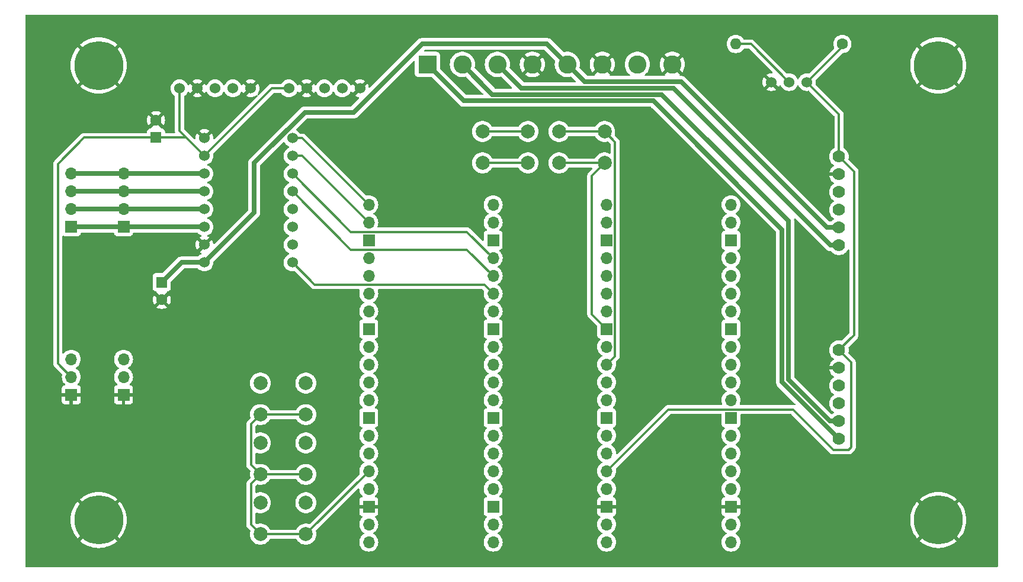
<source format=gbr>
%TF.GenerationSoftware,KiCad,Pcbnew,8.0.0*%
%TF.CreationDate,2024-04-23T20:51:33-04:00*%
%TF.ProjectId,SOL_PCB,534f4c5f-5043-4422-9e6b-696361645f70,1*%
%TF.SameCoordinates,Original*%
%TF.FileFunction,Copper,L1,Top*%
%TF.FilePolarity,Positive*%
%FSLAX46Y46*%
G04 Gerber Fmt 4.6, Leading zero omitted, Abs format (unit mm)*
G04 Created by KiCad (PCBNEW 8.0.0) date 2024-04-23 20:51:33*
%MOMM*%
%LPD*%
G01*
G04 APERTURE LIST*
%TA.AperFunction,ComponentPad*%
%ADD10R,1.700000X1.700000*%
%TD*%
%TA.AperFunction,ComponentPad*%
%ADD11O,1.700000X1.700000*%
%TD*%
%TA.AperFunction,ComponentPad*%
%ADD12C,1.524000*%
%TD*%
%TA.AperFunction,ComponentPad*%
%ADD13C,1.778000*%
%TD*%
%TA.AperFunction,ComponentPad*%
%ADD14C,2.000000*%
%TD*%
%TA.AperFunction,ComponentPad*%
%ADD15C,7.000000*%
%TD*%
%TA.AperFunction,ComponentPad*%
%ADD16R,1.600000X1.600000*%
%TD*%
%TA.AperFunction,ComponentPad*%
%ADD17C,1.600000*%
%TD*%
%TA.AperFunction,ComponentPad*%
%ADD18R,2.600000X2.600000*%
%TD*%
%TA.AperFunction,ComponentPad*%
%ADD19C,2.600000*%
%TD*%
%TA.AperFunction,ComponentPad*%
%ADD20O,1.600000X1.600000*%
%TD*%
%TA.AperFunction,Conductor*%
%ADD21C,0.700000*%
%TD*%
%TA.AperFunction,Conductor*%
%ADD22C,0.300000*%
%TD*%
G04 APERTURE END LIST*
D10*
%TO.P,J3,1,Pin_1*%
%TO.N,Net-(J2-Pin_1)*%
X83211000Y-88011000D03*
D11*
%TO.P,J3,2,Pin_2*%
%TO.N,Net-(J2-Pin_2)*%
X83211000Y-85471000D03*
%TO.P,J3,3,Pin_3*%
%TO.N,Net-(J2-Pin_3)*%
X83211000Y-82931000D03*
%TO.P,J3,4,Pin_4*%
%TO.N,Net-(J2-Pin_4)*%
X83211000Y-80391000D03*
%TD*%
D12*
%TO.P,U7,1,VCC*%
%TO.N,3.3V_C*%
X114300000Y-68199000D03*
%TO.P,U7,2,GND*%
%TO.N,GND*%
X116840000Y-68199000D03*
%TO.P,U7,3,SCL*%
%TO.N,Net-(U2-GPIO19)*%
X119380000Y-68199000D03*
%TO.P,U7,4,SDA*%
%TO.N,Net-(U2-GPIO18)*%
X121920000Y-68199000D03*
%TO.P,U7,5,ADDR*%
%TO.N,GND*%
X124460000Y-68199000D03*
%TD*%
D13*
%TO.P,U3,1,Vin+*%
%TO.N,Vin_P+*%
X192934000Y-118339500D03*
%TO.P,U3,2,Vin-*%
%TO.N,Vin_P-*%
X192934000Y-115799500D03*
%TO.P,U3,3,SDA*%
%TO.N,Net-(U1-GPIO0)*%
X192934000Y-113259500D03*
%TO.P,U3,4,SCL*%
%TO.N,Net-(U1-GPIO1)*%
X192934000Y-110719500D03*
%TO.P,U3,5,GND*%
%TO.N,GND*%
X192934000Y-108179500D03*
%TO.P,U3,6,VCC*%
%TO.N,3.3V_M*%
X192934000Y-105639500D03*
%TD*%
D14*
%TO.P,SW4,1,1*%
%TO.N,3.3V_C*%
X116736000Y-123403000D03*
X110236000Y-123403000D03*
%TO.P,SW4,2,2*%
%TO.N,Net-(U2-GPIO3)*%
X116736000Y-118903000D03*
X110236000Y-118903000D03*
%TD*%
D12*
%TO.P,U5,1,VCC*%
%TO.N,3.3V_M*%
X188341000Y-67310000D03*
%TO.P,U5,2,DAT*%
%TO.N,Net-(U1-GPIO22)*%
X185801000Y-67310000D03*
%TO.P,U5,3,GND*%
%TO.N,GND*%
X183261000Y-67310000D03*
%TD*%
D15*
%TO.P,REF\u002A\u002A,1*%
%TO.N,GND*%
X207122000Y-64921000D03*
%TD*%
D12*
%TO.P,U8,1,VCC*%
%TO.N,3.3V_C*%
X98679000Y-68199000D03*
%TO.P,U8,2,GND*%
%TO.N,GND*%
X101219000Y-68199000D03*
%TO.P,U8,3,SCL*%
%TO.N,Net-(U2-GPIO21)*%
X103759000Y-68199000D03*
%TO.P,U8,4,SDA*%
%TO.N,Net-(U2-GPIO20)*%
X106299000Y-68199000D03*
%TO.P,U8,5,ADDR*%
%TO.N,GND*%
X108839000Y-68199000D03*
%TD*%
D15*
%TO.P,REF\u002A\u002A,1*%
%TO.N,GND*%
X207122000Y-129921000D03*
%TD*%
D16*
%TO.P,C2,1*%
%TO.N,3.3V_C*%
X95314887Y-75246111D03*
D17*
%TO.P,C2,2*%
%TO.N,GND*%
X95314887Y-72746111D03*
%TD*%
D10*
%TO.P,J2,1,Pin_1*%
%TO.N,Net-(J2-Pin_1)*%
X90678000Y-88011000D03*
D11*
%TO.P,J2,2,Pin_2*%
%TO.N,Net-(J2-Pin_2)*%
X90678000Y-85471000D03*
%TO.P,J2,3,Pin_3*%
%TO.N,Net-(J2-Pin_3)*%
X90678000Y-82931000D03*
%TO.P,J2,4,Pin_4*%
%TO.N,Net-(J2-Pin_4)*%
X90678000Y-80391000D03*
%TD*%
D15*
%TO.P,REF\u002A\u002A,1*%
%TO.N,GND*%
X87122000Y-64921000D03*
%TD*%
%TO.P,REF\u002A\u002A,1*%
%TO.N,GND*%
X87122000Y-129921000D03*
%TD*%
D14*
%TO.P,SW1,1,1*%
%TO.N,Net-(U2-RUN)*%
X148486000Y-78867000D03*
X141986000Y-78867000D03*
%TO.P,SW1,2,2*%
%TO.N,Net-(SW1-Pad2)*%
X148486000Y-74367000D03*
X141986000Y-74367000D03*
%TD*%
D12*
%TO.P,U6,1,EN*%
%TO.N,Net-(U2-GPIO11)*%
X114808000Y-93091000D03*
%TO.P,U6,2,MS1*%
%TO.N,unconnected-(U6-MS1-Pad2)*%
X114808000Y-90551000D03*
%TO.P,U6,3,MS2*%
%TO.N,unconnected-(U6-MS2-Pad3)*%
X114808000Y-88011000D03*
%TO.P,U6,4,MS3*%
%TO.N,unconnected-(U6-MS3-Pad4)*%
X114808000Y-85471000D03*
%TO.P,U6,5,RST*%
%TO.N,Net-(U2-GPIO12)*%
X114808000Y-82931000D03*
%TO.P,U6,6,SLP*%
%TO.N,Net-(U2-GPIO13)*%
X114808000Y-80391000D03*
%TO.P,U6,7,STEP*%
%TO.N,Net-(U2-GPIO17)*%
X114808000Y-77851000D03*
%TO.P,U6,8,DIR*%
%TO.N,Net-(U2-GPIO16)*%
X114808000Y-75311000D03*
%TO.P,U6,9,VMOT*%
%TO.N,VCC*%
X102235000Y-93091000D03*
%TO.P,U6,10,GND*%
%TO.N,GND*%
X102235000Y-90551000D03*
%TO.P,U6,11,2B*%
%TO.N,Net-(J2-Pin_1)*%
X102235000Y-88011000D03*
%TO.P,U6,12,2A*%
%TO.N,Net-(J2-Pin_2)*%
X102235000Y-85471000D03*
%TO.P,U6,13,1A*%
%TO.N,Net-(J2-Pin_3)*%
X102235000Y-82931000D03*
%TO.P,U6,14,1B*%
%TO.N,Net-(J2-Pin_4)*%
X102235000Y-80391000D03*
%TO.P,U6,15,VDD*%
%TO.N,3.3V_C*%
X102235000Y-77851000D03*
%TO.P,U6,16,GND*%
%TO.N,GND*%
X102235000Y-75311000D03*
%TD*%
D10*
%TO.P,J4,1,Pin_1*%
%TO.N,GND*%
X90678000Y-112014000D03*
D11*
%TO.P,J4,2,Pin_2*%
%TO.N,3.3V_C*%
X90678000Y-109474000D03*
%TO.P,J4,3,Pin_3*%
%TO.N,Net-(J4-Pin_3)*%
X90678000Y-106934000D03*
%TD*%
D10*
%TO.P,J5,1,Pin_1*%
%TO.N,GND*%
X83211000Y-112014000D03*
D11*
%TO.P,J5,2,Pin_2*%
%TO.N,3.3V_C*%
X83211000Y-109474000D03*
%TO.P,J5,3,Pin_3*%
%TO.N,Net-(J5-Pin_3)*%
X83211000Y-106934000D03*
%TD*%
D14*
%TO.P,SW3,1,1*%
%TO.N,3.3V_C*%
X116736000Y-131953000D03*
X110236000Y-131953000D03*
%TO.P,SW3,2,2*%
%TO.N,Net-(U2-GPIO2)*%
X116736000Y-127453000D03*
X110236000Y-127453000D03*
%TD*%
D11*
%TO.P,U2,1,GPIO0*%
%TO.N,unconnected-(U2-GPIO0-Pad1)*%
X143510000Y-133096000D03*
%TO.P,U2,2,GPIO1*%
%TO.N,unconnected-(U2-GPIO1-Pad2)*%
X143510000Y-130556000D03*
D10*
%TO.P,U2,3,GND*%
%TO.N,unconnected-(U2-GND-Pad3)*%
X143510000Y-128016000D03*
D11*
%TO.P,U2,4,GPIO2*%
%TO.N,Net-(U2-GPIO2)*%
X143510000Y-125476000D03*
%TO.P,U2,5,GPIO3*%
%TO.N,Net-(U2-GPIO3)*%
X143510000Y-122936000D03*
%TO.P,U2,6,GPIO4*%
%TO.N,Net-(U2-GPIO4)*%
X143510000Y-120396000D03*
%TO.P,U2,7,GPIO5*%
%TO.N,unconnected-(U2-GPIO5-Pad7)*%
X143510000Y-117856000D03*
D10*
%TO.P,U2,8,GND*%
%TO.N,unconnected-(U2-GND-Pad8)*%
X143510000Y-115316000D03*
D11*
%TO.P,U2,9,GPIO6*%
%TO.N,unconnected-(U2-GPIO6-Pad9)*%
X143510000Y-112776000D03*
%TO.P,U2,10,GPIO7*%
%TO.N,unconnected-(U2-GPIO7-Pad10)*%
X143510000Y-110236000D03*
%TO.P,U2,11,GPIO8*%
%TO.N,unconnected-(U2-GPIO8-Pad11)*%
X143510000Y-107696000D03*
%TO.P,U2,12,GPIO9*%
%TO.N,unconnected-(U2-GPIO9-Pad12)*%
X143510000Y-105156000D03*
D10*
%TO.P,U2,13,GND*%
%TO.N,unconnected-(U2-GND-Pad13)*%
X143510000Y-102616000D03*
D11*
%TO.P,U2,14,GPIO10*%
%TO.N,unconnected-(U2-GPIO10-Pad14)*%
X143510000Y-100076000D03*
%TO.P,U2,15,GPIO11*%
%TO.N,Net-(U2-GPIO11)*%
X143510000Y-97536000D03*
%TO.P,U2,16,GPIO12*%
%TO.N,Net-(U2-GPIO12)*%
X143510000Y-94996000D03*
%TO.P,U2,17,GPIO13*%
%TO.N,Net-(U2-GPIO13)*%
X143510000Y-92456000D03*
D10*
%TO.P,U2,18,GND*%
%TO.N,unconnected-(U2-GND-Pad18)*%
X143510000Y-89916000D03*
D11*
%TO.P,U2,19,GPIO14*%
%TO.N,Net-(J4-Pin_3)*%
X143510000Y-87376000D03*
%TO.P,U2,20,GPIO15*%
%TO.N,Net-(J5-Pin_3)*%
X143510000Y-84836000D03*
%TO.P,U2,21,GPIO16*%
%TO.N,Net-(U2-GPIO16)*%
X125730000Y-84836000D03*
%TO.P,U2,22,GPIO17*%
%TO.N,Net-(U2-GPIO17)*%
X125730000Y-87376000D03*
D10*
%TO.P,U2,23,GND*%
%TO.N,unconnected-(U2-GND-Pad23)*%
X125730000Y-89916000D03*
D11*
%TO.P,U2,24,GPIO18*%
%TO.N,Net-(U2-GPIO18)*%
X125730000Y-92456000D03*
%TO.P,U2,25,GPIO19*%
%TO.N,Net-(U2-GPIO19)*%
X125730000Y-94996000D03*
%TO.P,U2,26,GPIO20*%
%TO.N,Net-(U2-GPIO20)*%
X125730000Y-97536000D03*
%TO.P,U2,27,GPIO21*%
%TO.N,Net-(U2-GPIO21)*%
X125730000Y-100076000D03*
D10*
%TO.P,U2,28,GND*%
%TO.N,Net-(SW1-Pad2)*%
X125730000Y-102616000D03*
D11*
%TO.P,U2,29,GPIO22*%
%TO.N,unconnected-(U2-GPIO22-Pad29)*%
X125730000Y-105156000D03*
%TO.P,U2,30,RUN*%
%TO.N,Net-(U2-RUN)*%
X125730000Y-107696000D03*
%TO.P,U2,31,GPIO26_ADC0*%
%TO.N,unconnected-(U2-GPIO26_ADC0-Pad31)*%
X125730000Y-110236000D03*
%TO.P,U2,32,GPIO27_ADC1*%
%TO.N,unconnected-(U2-GPIO27_ADC1-Pad32)*%
X125730000Y-112776000D03*
D10*
%TO.P,U2,33,AGND*%
%TO.N,unconnected-(U2-AGND-Pad33)*%
X125730000Y-115316000D03*
D11*
%TO.P,U2,34,GPIO28_ADC2*%
%TO.N,unconnected-(U2-GPIO28_ADC2-Pad34)*%
X125730000Y-117856000D03*
%TO.P,U2,35,ADC_VREF*%
%TO.N,unconnected-(U2-ADC_VREF-Pad35)*%
X125730000Y-120396000D03*
%TO.P,U2,36,3V3*%
%TO.N,3.3V_C*%
X125730000Y-122936000D03*
%TO.P,U2,37,3V3_EN*%
%TO.N,unconnected-(U2-3V3_EN-Pad37)*%
X125730000Y-125476000D03*
D10*
%TO.P,U2,38,GND*%
%TO.N,GND*%
X125730000Y-128016000D03*
D11*
%TO.P,U2,39,VSYS*%
%TO.N,5V*%
X125730000Y-130556000D03*
%TO.P,U2,40,VBUS*%
%TO.N,unconnected-(U2-VBUS-Pad40)*%
X125730000Y-133096000D03*
%TD*%
D14*
%TO.P,SW5,1,1*%
%TO.N,3.3V_C*%
X116736000Y-114853000D03*
X110236000Y-114853000D03*
%TO.P,SW5,2,2*%
%TO.N,Net-(U2-GPIO4)*%
X116736000Y-110353000D03*
X110236000Y-110353000D03*
%TD*%
D11*
%TO.P,U1,1,GPIO0*%
%TO.N,Net-(U1-GPIO0)*%
X177514000Y-133096000D03*
%TO.P,U1,2,GPIO1*%
%TO.N,Net-(U1-GPIO1)*%
X177514000Y-130556000D03*
D10*
%TO.P,U1,3,GND*%
%TO.N,GND*%
X177514000Y-128016000D03*
D11*
%TO.P,U1,4,GPIO2*%
%TO.N,Net-(U1-GPIO2)*%
X177514000Y-125476000D03*
%TO.P,U1,5,GPIO3*%
%TO.N,Net-(U1-GPIO3)*%
X177514000Y-122936000D03*
%TO.P,U1,6,GPIO4*%
%TO.N,unconnected-(U1-GPIO4-Pad6)*%
X177514000Y-120396000D03*
%TO.P,U1,7,GPIO5*%
%TO.N,unconnected-(U1-GPIO5-Pad7)*%
X177514000Y-117856000D03*
D10*
%TO.P,U1,8,GND*%
%TO.N,unconnected-(U1-GND-Pad8)*%
X177514000Y-115316000D03*
D11*
%TO.P,U1,9,GPIO6*%
%TO.N,unconnected-(U1-GPIO6-Pad9)*%
X177514000Y-112776000D03*
%TO.P,U1,10,GPIO7*%
%TO.N,unconnected-(U1-GPIO7-Pad10)*%
X177514000Y-110236000D03*
%TO.P,U1,11,GPIO8*%
%TO.N,unconnected-(U1-GPIO8-Pad11)*%
X177514000Y-107696000D03*
%TO.P,U1,12,GPIO9*%
%TO.N,unconnected-(U1-GPIO9-Pad12)*%
X177514000Y-105156000D03*
D10*
%TO.P,U1,13,GND*%
%TO.N,unconnected-(U1-GND-Pad13)*%
X177514000Y-102616000D03*
D11*
%TO.P,U1,14,GPIO10*%
%TO.N,unconnected-(U1-GPIO10-Pad14)*%
X177514000Y-100076000D03*
%TO.P,U1,15,GPIO11*%
%TO.N,unconnected-(U1-GPIO11-Pad15)*%
X177514000Y-97536000D03*
%TO.P,U1,16,GPIO12*%
%TO.N,unconnected-(U1-GPIO12-Pad16)*%
X177514000Y-94996000D03*
%TO.P,U1,17,GPIO13*%
%TO.N,unconnected-(U1-GPIO13-Pad17)*%
X177514000Y-92456000D03*
D10*
%TO.P,U1,18,GND*%
%TO.N,unconnected-(U1-GND-Pad18)*%
X177514000Y-89916000D03*
D11*
%TO.P,U1,19,GPIO14*%
%TO.N,unconnected-(U1-GPIO14-Pad19)*%
X177514000Y-87376000D03*
%TO.P,U1,20,GPIO15*%
%TO.N,unconnected-(U1-GPIO15-Pad20)*%
X177514000Y-84836000D03*
%TO.P,U1,21,GPIO16*%
%TO.N,unconnected-(U1-GPIO16-Pad21)*%
X159734000Y-84836000D03*
%TO.P,U1,22,GPIO17*%
%TO.N,unconnected-(U1-GPIO17-Pad22)*%
X159734000Y-87376000D03*
D10*
%TO.P,U1,23,GND*%
%TO.N,unconnected-(U1-GND-Pad23)*%
X159734000Y-89916000D03*
D11*
%TO.P,U1,24,GPIO18*%
%TO.N,unconnected-(U1-GPIO18-Pad24)*%
X159734000Y-92456000D03*
%TO.P,U1,25,GPIO19*%
%TO.N,unconnected-(U1-GPIO19-Pad25)*%
X159734000Y-94996000D03*
%TO.P,U1,26,GPIO20*%
%TO.N,unconnected-(U1-GPIO20-Pad26)*%
X159734000Y-97536000D03*
%TO.P,U1,27,GPIO21*%
%TO.N,unconnected-(U1-GPIO21-Pad27)*%
X159734000Y-100076000D03*
D10*
%TO.P,U1,28,GND*%
%TO.N,Net-(SW2-Pad2)*%
X159734000Y-102616000D03*
D11*
%TO.P,U1,29,GPIO22*%
%TO.N,Net-(U1-GPIO22)*%
X159734000Y-105156000D03*
%TO.P,U1,30,RUN*%
%TO.N,Net-(U1-RUN)*%
X159734000Y-107696000D03*
%TO.P,U1,31,GPIO26_ADC0*%
%TO.N,unconnected-(U1-GPIO26_ADC0-Pad31)*%
X159734000Y-110236000D03*
%TO.P,U1,32,GPIO27_ADC1*%
%TO.N,unconnected-(U1-GPIO27_ADC1-Pad32)*%
X159734000Y-112776000D03*
D10*
%TO.P,U1,33,AGND*%
%TO.N,unconnected-(U1-AGND-Pad33)*%
X159734000Y-115316000D03*
D11*
%TO.P,U1,34,GPIO28_ADC2*%
%TO.N,unconnected-(U1-GPIO28_ADC2-Pad34)*%
X159734000Y-117856000D03*
%TO.P,U1,35,ADC_VREF*%
%TO.N,unconnected-(U1-ADC_VREF-Pad35)*%
X159734000Y-120396000D03*
%TO.P,U1,36,3V3*%
%TO.N,3.3V_M*%
X159734000Y-122936000D03*
%TO.P,U1,37,3V3_EN*%
%TO.N,unconnected-(U1-3V3_EN-Pad37)*%
X159734000Y-125476000D03*
D10*
%TO.P,U1,38,GND*%
%TO.N,GND*%
X159734000Y-128016000D03*
D11*
%TO.P,U1,39,VSYS*%
%TO.N,5V*%
X159734000Y-130556000D03*
%TO.P,U1,40,VBUS*%
%TO.N,unconnected-(U1-VBUS-Pad40)*%
X159734000Y-133096000D03*
%TD*%
D14*
%TO.P,SW2,1,1*%
%TO.N,Net-(U1-RUN)*%
X152931000Y-74367000D03*
X159431000Y-74367000D03*
%TO.P,SW2,2,2*%
%TO.N,Net-(SW2-Pad2)*%
X152931000Y-78867000D03*
X159431000Y-78867000D03*
%TD*%
D16*
%TO.P,C1,1*%
%TO.N,VCC*%
X96139000Y-95925000D03*
D17*
%TO.P,C1,2*%
%TO.N,GND*%
X96139000Y-98425000D03*
%TD*%
D18*
%TO.P,J1,1,Pin_1*%
%TO.N,Vin_P+*%
X134113000Y-64770000D03*
D19*
%TO.P,J1,2,Pin_2*%
%TO.N,Vin_P-*%
X139113000Y-64770000D03*
%TO.P,J1,3,Pin_3*%
%TO.N,Load+*%
X144113000Y-64770000D03*
%TO.P,J1,4,Pin_4*%
%TO.N,GND*%
X149113000Y-64770000D03*
%TO.P,J1,5,Pin_5*%
%TO.N,VCC*%
X154113000Y-64770000D03*
%TO.P,J1,6,Pin_6*%
%TO.N,GND*%
X159113000Y-64770000D03*
%TO.P,J1,7,Pin_7*%
%TO.N,5V*%
X164113000Y-64770000D03*
%TO.P,J1,8,Pin_8*%
%TO.N,GND*%
X169113000Y-64770000D03*
%TD*%
D17*
%TO.P,R1,1*%
%TO.N,3.3V_M*%
X193421000Y-61849000D03*
D20*
%TO.P,R1,2*%
%TO.N,Net-(U1-GPIO22)*%
X178181000Y-61849000D03*
%TD*%
D13*
%TO.P,U4,1,Vin+*%
%TO.N,Load+*%
X192934000Y-90653500D03*
%TO.P,U4,2,Vin-*%
%TO.N,VCC*%
X192934000Y-88113500D03*
%TO.P,U4,3,SDA*%
%TO.N,Net-(U1-GPIO2)*%
X192934000Y-85573500D03*
%TO.P,U4,4,SCL*%
%TO.N,Net-(U1-GPIO3)*%
X192934000Y-83033500D03*
%TO.P,U4,5,GND*%
%TO.N,GND*%
X192934000Y-80493500D03*
%TO.P,U4,6,VCC*%
%TO.N,3.3V_M*%
X192934000Y-77953500D03*
%TD*%
D21*
%TO.N,VCC*%
X156620000Y-67277000D02*
X170401000Y-67277000D01*
X109347000Y-78867000D02*
X116586000Y-71628000D01*
X102235000Y-93091000D02*
X109347000Y-85979000D01*
X154113000Y-64770000D02*
X156620000Y-67277000D01*
X123571000Y-71628000D02*
X133350000Y-61849000D01*
X109347000Y-85979000D02*
X109347000Y-78867000D01*
X116586000Y-71628000D02*
X123571000Y-71628000D01*
X98973000Y-93091000D02*
X96139000Y-95925000D01*
X191237500Y-88113500D02*
X192934000Y-88113500D01*
X170401000Y-67277000D02*
X191237500Y-88113500D01*
X151192000Y-61849000D02*
X154113000Y-64770000D01*
X133350000Y-61849000D02*
X151192000Y-61849000D01*
X102235000Y-93091000D02*
X98973000Y-93091000D01*
D22*
%TO.N,3.3V_C*%
X110236000Y-114853000D02*
X116736000Y-114853000D01*
X110236000Y-131953000D02*
X116736000Y-131953000D01*
X110236000Y-114853000D02*
X108886000Y-116203000D01*
X125730000Y-122959000D02*
X125730000Y-122936000D01*
X110236000Y-123403000D02*
X116736000Y-123403000D01*
X111887000Y-68199000D02*
X102235000Y-77851000D01*
X85027889Y-75246111D02*
X81280000Y-78994000D01*
X108886000Y-122053000D02*
X110236000Y-123403000D01*
X95314887Y-75246111D02*
X99630111Y-75246111D01*
X81280000Y-107543000D02*
X83211000Y-109474000D01*
X81280000Y-78994000D02*
X81280000Y-107543000D01*
X108886000Y-124753000D02*
X108886000Y-130603000D01*
X98679000Y-68199000D02*
X98679000Y-74295000D01*
X110236000Y-123403000D02*
X108886000Y-124753000D01*
X95314887Y-75246111D02*
X85027889Y-75246111D01*
X114300000Y-68199000D02*
X111887000Y-68199000D01*
X108886000Y-116203000D02*
X108886000Y-122053000D01*
X99630111Y-75246111D02*
X102235000Y-77851000D01*
X98679000Y-74295000D02*
X99630111Y-75246111D01*
X108886000Y-130603000D02*
X110236000Y-131953000D01*
X116736000Y-131953000D02*
X125730000Y-122959000D01*
D21*
%TO.N,Vin_P-*%
X191666792Y-115799500D02*
X192934000Y-115799500D01*
X167629000Y-69077000D02*
X185685000Y-87133000D01*
X143420000Y-69077000D02*
X167629000Y-69077000D01*
X139113000Y-64770000D02*
X143420000Y-69077000D01*
X185685000Y-87133000D02*
X185685000Y-109817708D01*
X185685000Y-109817708D02*
X191666792Y-115799500D01*
%TO.N,Load+*%
X144113000Y-64770000D02*
X147520000Y-68177000D01*
X147520000Y-68177000D02*
X169269000Y-68177000D01*
X169269000Y-68177000D02*
X191745500Y-90653500D01*
X191745500Y-90653500D02*
X192934000Y-90653500D01*
%TO.N,Vin_P+*%
X184785000Y-88392000D02*
X184785000Y-110190500D01*
X166370000Y-69977000D02*
X184785000Y-88392000D01*
X184785000Y-110190500D02*
X192934000Y-118339500D01*
X139320000Y-69977000D02*
X166370000Y-69977000D01*
X134113000Y-64770000D02*
X139320000Y-69977000D01*
%TO.N,Net-(J2-Pin_1)*%
X83312000Y-88011000D02*
X90068000Y-88011000D01*
X90068000Y-88011000D02*
X102235000Y-88011000D01*
%TO.N,Net-(J2-Pin_4)*%
X83312000Y-80391000D02*
X90068000Y-80391000D01*
X90068000Y-80391000D02*
X102235000Y-80391000D01*
%TO.N,Net-(J2-Pin_2)*%
X83312000Y-85471000D02*
X90068000Y-85471000D01*
X90068000Y-85471000D02*
X102235000Y-85471000D01*
%TO.N,Net-(J2-Pin_3)*%
X83312000Y-82931000D02*
X90068000Y-82931000D01*
X90068000Y-82931000D02*
X102235000Y-82931000D01*
D22*
%TO.N,3.3V_M*%
X195072000Y-80091500D02*
X192934000Y-77953500D01*
X193421000Y-62230000D02*
X193421000Y-61849000D01*
X168554000Y-114116000D02*
X186379000Y-114116000D01*
X188341000Y-67310000D02*
X193421000Y-62230000D01*
X194691000Y-107396500D02*
X192934000Y-105639500D01*
X192934000Y-77953500D02*
X192934000Y-71903000D01*
X186379000Y-114116000D02*
X192151000Y-119888000D01*
X194691000Y-119507000D02*
X194691000Y-107396500D01*
X159734000Y-122936000D02*
X168554000Y-114116000D01*
X195072000Y-103501500D02*
X195072000Y-80091500D01*
X192934000Y-71903000D02*
X188341000Y-67310000D01*
X192934000Y-105639500D02*
X195072000Y-103501500D01*
X194310000Y-119888000D02*
X194691000Y-119507000D01*
X192151000Y-119888000D02*
X194310000Y-119888000D01*
%TO.N,Net-(U1-GPIO22)*%
X178181000Y-61849000D02*
X180340000Y-61849000D01*
X180340000Y-61849000D02*
X185801000Y-67310000D01*
%TO.N,Net-(U2-RUN)*%
X148486000Y-78867000D02*
X141986000Y-78867000D01*
%TO.N,Net-(U1-RUN)*%
X152931000Y-74367000D02*
X159431000Y-74367000D01*
X160934000Y-106496000D02*
X159734000Y-107696000D01*
X160934000Y-75870000D02*
X160934000Y-106496000D01*
X159431000Y-74367000D02*
X160934000Y-75870000D01*
%TO.N,Net-(SW2-Pad2)*%
X157607000Y-80691000D02*
X157607000Y-100489000D01*
X152931000Y-78867000D02*
X159431000Y-78867000D01*
X157607000Y-100489000D02*
X159734000Y-102616000D01*
X159431000Y-78867000D02*
X157607000Y-80691000D01*
%TO.N,Net-(U2-GPIO13)*%
X139770000Y-88716000D02*
X143510000Y-92456000D01*
X123133000Y-88716000D02*
X139770000Y-88716000D01*
X114808000Y-80391000D02*
X123133000Y-88716000D01*
%TO.N,Net-(U2-GPIO17)*%
X114808000Y-77851000D02*
X116205000Y-77851000D01*
X116205000Y-77851000D02*
X125730000Y-87376000D01*
%TO.N,Net-(U2-GPIO12)*%
X123133000Y-91256000D02*
X139770000Y-91256000D01*
X114808000Y-82931000D02*
X123133000Y-91256000D01*
X139770000Y-91256000D02*
X143510000Y-94996000D01*
%TO.N,Net-(U2-GPIO16)*%
X116205000Y-75311000D02*
X125730000Y-84836000D01*
X114808000Y-75311000D02*
X116205000Y-75311000D01*
%TO.N,Net-(U2-GPIO11)*%
X142240000Y-96266000D02*
X143510000Y-97536000D01*
X114808000Y-93091000D02*
X117983000Y-96266000D01*
X117983000Y-96266000D02*
X142240000Y-96266000D01*
%TO.N,Net-(SW1-Pad2)*%
X141986000Y-74367000D02*
X148486000Y-74367000D01*
%TD*%
%TA.AperFunction,Conductor*%
%TO.N,GND*%
G36*
X186698173Y-86815210D02*
G01*
X186724494Y-86835283D01*
X191203331Y-91314120D01*
X191203334Y-91314122D01*
X191203338Y-91314126D01*
X191342637Y-91407204D01*
X191435093Y-91445500D01*
X191497418Y-91471316D01*
X191661728Y-91503999D01*
X191661732Y-91504000D01*
X191661733Y-91504000D01*
X191773933Y-91504000D01*
X191840972Y-91523685D01*
X191865161Y-91544015D01*
X191989692Y-91679292D01*
X192084566Y-91753135D01*
X192168319Y-91818323D01*
X192171411Y-91820729D01*
X192373931Y-91930328D01*
X192487025Y-91969153D01*
X192591725Y-92005097D01*
X192591727Y-92005097D01*
X192591729Y-92005098D01*
X192818863Y-92043000D01*
X192818864Y-92043000D01*
X193049136Y-92043000D01*
X193049137Y-92043000D01*
X193276271Y-92005098D01*
X193494069Y-91930328D01*
X193696589Y-91820729D01*
X193878308Y-91679292D01*
X194034269Y-91509873D01*
X194160217Y-91317095D01*
X194183944Y-91263003D01*
X194228900Y-91209517D01*
X194295636Y-91188827D01*
X194362964Y-91207501D01*
X194409507Y-91259612D01*
X194421500Y-91312813D01*
X194421500Y-103180691D01*
X194401815Y-103247730D01*
X194385181Y-103268372D01*
X193397411Y-104256141D01*
X193336088Y-104289626D01*
X193281336Y-104288702D01*
X193281329Y-104288746D01*
X193281037Y-104288697D01*
X193279298Y-104288668D01*
X193276274Y-104287902D01*
X193085938Y-104256141D01*
X193049137Y-104250000D01*
X192818863Y-104250000D01*
X192782062Y-104256141D01*
X192591725Y-104287902D01*
X192373938Y-104362669D01*
X192373930Y-104362672D01*
X192171408Y-104472272D01*
X191989694Y-104613706D01*
X191989689Y-104613711D01*
X191833728Y-104783129D01*
X191707782Y-104975905D01*
X191615282Y-105186785D01*
X191558753Y-105410015D01*
X191539738Y-105639494D01*
X191539738Y-105639505D01*
X191558753Y-105868984D01*
X191615282Y-106092214D01*
X191707782Y-106303094D01*
X191833728Y-106495870D01*
X191833731Y-106495873D01*
X191989692Y-106665292D01*
X192106591Y-106756278D01*
X192175459Y-106809880D01*
X192174570Y-106811021D01*
X192215632Y-106859124D01*
X192225063Y-106928355D01*
X192195568Y-106991694D01*
X192175429Y-107009150D01*
X192175733Y-107009540D01*
X191990039Y-107154071D01*
X191990029Y-107154080D01*
X191834126Y-107323437D01*
X191708224Y-107516144D01*
X191615757Y-107726946D01*
X191564464Y-107929499D01*
X191564464Y-107929500D01*
X192500988Y-107929500D01*
X192468075Y-107986507D01*
X192434000Y-108113674D01*
X192434000Y-108245326D01*
X192468075Y-108372493D01*
X192500988Y-108429500D01*
X191564464Y-108429500D01*
X191615757Y-108632053D01*
X191708224Y-108842855D01*
X191834126Y-109035562D01*
X191990029Y-109204919D01*
X191990039Y-109204928D01*
X192175733Y-109349460D01*
X192174789Y-109350672D01*
X192215639Y-109398543D01*
X192225060Y-109467774D01*
X192195556Y-109531109D01*
X192175181Y-109548763D01*
X192175459Y-109549120D01*
X191989694Y-109693706D01*
X191989689Y-109693711D01*
X191833728Y-109863129D01*
X191707782Y-110055905D01*
X191615282Y-110266785D01*
X191558753Y-110490015D01*
X191539738Y-110719494D01*
X191539738Y-110719505D01*
X191558753Y-110948984D01*
X191615282Y-111172214D01*
X191707782Y-111383094D01*
X191833728Y-111575870D01*
X191833731Y-111575873D01*
X191989692Y-111745292D01*
X192086971Y-111821007D01*
X192175459Y-111889880D01*
X192174476Y-111891141D01*
X192215183Y-111938849D01*
X192224600Y-112008081D01*
X192195092Y-112071414D01*
X192175136Y-112088705D01*
X192175459Y-112089120D01*
X191989694Y-112233706D01*
X191989689Y-112233711D01*
X191833728Y-112403129D01*
X191707782Y-112595905D01*
X191615282Y-112806785D01*
X191558753Y-113030015D01*
X191539738Y-113259494D01*
X191539738Y-113259505D01*
X191558753Y-113488984D01*
X191615282Y-113712214D01*
X191707782Y-113923094D01*
X191833728Y-114115870D01*
X191833731Y-114115873D01*
X191989692Y-114285292D01*
X192083771Y-114358516D01*
X192175459Y-114429880D01*
X192174476Y-114431141D01*
X192215183Y-114478849D01*
X192224600Y-114548081D01*
X192195092Y-114611414D01*
X192175135Y-114628706D01*
X192175458Y-114629121D01*
X191994059Y-114770309D01*
X191929065Y-114795951D01*
X191860525Y-114782384D01*
X191830216Y-114760136D01*
X186571819Y-109501738D01*
X186538334Y-109440415D01*
X186535500Y-109414057D01*
X186535500Y-87049232D01*
X186535499Y-87049228D01*
X186515196Y-86947155D01*
X186521423Y-86877564D01*
X186564286Y-86822386D01*
X186630176Y-86799142D01*
X186698173Y-86815210D01*
G37*
%TD.AperFunction*%
%TA.AperFunction,Conductor*%
G36*
X124079000Y-68249160D02*
G01*
X124104964Y-68346061D01*
X124155124Y-68432940D01*
X124226060Y-68503876D01*
X124312939Y-68554036D01*
X124409840Y-68580000D01*
X124432553Y-68580000D01*
X123761810Y-69250740D01*
X123826590Y-69296099D01*
X123826592Y-69296100D01*
X124026715Y-69389419D01*
X124026729Y-69389424D01*
X124240013Y-69446573D01*
X124240024Y-69446575D01*
X124259818Y-69448307D01*
X124324887Y-69473759D01*
X124365866Y-69530349D01*
X124369745Y-69600111D01*
X124336693Y-69659516D01*
X123255030Y-70741181D01*
X123193707Y-70774666D01*
X123167349Y-70777500D01*
X116502228Y-70777500D01*
X116337925Y-70810182D01*
X116337917Y-70810184D01*
X116296114Y-70827500D01*
X116296113Y-70827500D01*
X116183136Y-70874296D01*
X116183133Y-70874297D01*
X116043838Y-70967372D01*
X116043834Y-70967375D01*
X108686375Y-78324834D01*
X108686372Y-78324838D01*
X108593297Y-78464133D01*
X108563651Y-78535707D01*
X108529185Y-78618913D01*
X108529182Y-78618925D01*
X108496500Y-78783228D01*
X108496500Y-85575348D01*
X108476815Y-85642387D01*
X108460181Y-85663029D01*
X103695516Y-90427692D01*
X103634193Y-90461177D01*
X103564501Y-90456193D01*
X103508568Y-90414321D01*
X103484307Y-90350818D01*
X103482575Y-90331024D01*
X103482573Y-90331013D01*
X103425424Y-90117729D01*
X103425420Y-90117720D01*
X103332096Y-89917586D01*
X103286741Y-89852811D01*
X103286740Y-89852810D01*
X102616000Y-90523551D01*
X102616000Y-90500840D01*
X102590036Y-90403939D01*
X102539876Y-90317060D01*
X102468940Y-90246124D01*
X102382061Y-90195964D01*
X102285160Y-90170000D01*
X102262448Y-90170000D01*
X102933188Y-89499259D01*
X102933187Y-89499258D01*
X102868411Y-89453901D01*
X102868405Y-89453898D01*
X102739219Y-89393658D01*
X102686779Y-89347486D01*
X102667627Y-89280293D01*
X102687843Y-89213411D01*
X102739219Y-89168894D01*
X102739811Y-89168618D01*
X102868662Y-89108534D01*
X103049620Y-88981826D01*
X103205826Y-88825620D01*
X103332534Y-88644662D01*
X103425894Y-88444450D01*
X103483070Y-88231068D01*
X103499277Y-88045815D01*
X103502323Y-88011002D01*
X103502323Y-88010997D01*
X103493672Y-87912114D01*
X103483070Y-87790932D01*
X103425894Y-87577550D01*
X103332534Y-87377339D01*
X103227043Y-87226681D01*
X103205827Y-87196381D01*
X103133627Y-87124181D01*
X103049620Y-87040174D01*
X103049616Y-87040171D01*
X103049615Y-87040170D01*
X102868666Y-86913468D01*
X102868658Y-86913464D01*
X102739811Y-86853382D01*
X102687371Y-86807210D01*
X102668219Y-86740017D01*
X102688435Y-86673135D01*
X102739811Y-86628618D01*
X102745802Y-86625824D01*
X102868662Y-86568534D01*
X103049620Y-86441826D01*
X103205826Y-86285620D01*
X103332534Y-86104662D01*
X103425894Y-85904450D01*
X103483070Y-85691068D01*
X103502323Y-85471000D01*
X103483070Y-85250932D01*
X103425894Y-85037550D01*
X103332534Y-84837339D01*
X103205826Y-84656380D01*
X103049620Y-84500174D01*
X103049616Y-84500171D01*
X103049615Y-84500170D01*
X102868666Y-84373468D01*
X102868658Y-84373464D01*
X102739811Y-84313382D01*
X102687371Y-84267210D01*
X102668219Y-84200017D01*
X102688435Y-84133135D01*
X102739811Y-84088618D01*
X102745802Y-84085824D01*
X102868662Y-84028534D01*
X103049620Y-83901826D01*
X103205826Y-83745620D01*
X103332534Y-83564662D01*
X103425894Y-83364450D01*
X103483070Y-83151068D01*
X103502323Y-82931000D01*
X103483070Y-82710932D01*
X103425894Y-82497550D01*
X103332534Y-82297339D01*
X103205826Y-82116380D01*
X103049620Y-81960174D01*
X103049616Y-81960171D01*
X103049615Y-81960170D01*
X102868666Y-81833468D01*
X102868658Y-81833464D01*
X102739811Y-81773382D01*
X102687371Y-81727210D01*
X102668219Y-81660017D01*
X102688435Y-81593135D01*
X102739811Y-81548618D01*
X102745802Y-81545824D01*
X102868662Y-81488534D01*
X103049620Y-81361826D01*
X103205826Y-81205620D01*
X103332534Y-81024662D01*
X103425894Y-80824450D01*
X103483070Y-80611068D01*
X103502323Y-80391000D01*
X103483070Y-80170932D01*
X103425894Y-79957550D01*
X103332534Y-79757339D01*
X103213044Y-79586688D01*
X103205827Y-79576381D01*
X103131575Y-79502129D01*
X103049620Y-79420174D01*
X103049616Y-79420171D01*
X103049615Y-79420170D01*
X102868666Y-79293468D01*
X102868658Y-79293464D01*
X102739811Y-79233382D01*
X102687371Y-79187210D01*
X102668219Y-79120017D01*
X102688435Y-79053135D01*
X102739811Y-79008618D01*
X102745802Y-79005824D01*
X102868662Y-78948534D01*
X103049620Y-78821826D01*
X103205826Y-78665620D01*
X103332534Y-78484662D01*
X103425894Y-78284450D01*
X103483070Y-78071068D01*
X103502323Y-77851000D01*
X103483070Y-77630932D01*
X103482576Y-77629090D01*
X103478765Y-77614867D01*
X103480424Y-77545017D01*
X103510855Y-77495089D01*
X112120127Y-68885819D01*
X112181450Y-68852334D01*
X112207808Y-68849500D01*
X113149706Y-68849500D01*
X113216745Y-68869185D01*
X113251280Y-68902376D01*
X113259993Y-68914819D01*
X113329170Y-69013615D01*
X113329175Y-69013621D01*
X113485378Y-69169824D01*
X113485384Y-69169829D01*
X113666333Y-69296531D01*
X113666335Y-69296532D01*
X113666338Y-69296534D01*
X113866550Y-69389894D01*
X114079932Y-69447070D01*
X114237123Y-69460822D01*
X114299998Y-69466323D01*
X114300000Y-69466323D01*
X114300002Y-69466323D01*
X114355017Y-69461509D01*
X114520068Y-69447070D01*
X114733450Y-69389894D01*
X114933662Y-69296534D01*
X115114620Y-69169826D01*
X115270826Y-69013620D01*
X115397534Y-68832662D01*
X115457894Y-68703218D01*
X115504066Y-68650779D01*
X115571259Y-68631627D01*
X115638141Y-68651843D01*
X115682658Y-68703219D01*
X115742898Y-68832405D01*
X115742901Y-68832411D01*
X115788258Y-68897187D01*
X115788259Y-68897188D01*
X116459000Y-68226447D01*
X116459000Y-68249160D01*
X116484964Y-68346061D01*
X116535124Y-68432940D01*
X116606060Y-68503876D01*
X116692939Y-68554036D01*
X116789840Y-68580000D01*
X116812553Y-68580000D01*
X116141810Y-69250740D01*
X116206590Y-69296099D01*
X116206592Y-69296100D01*
X116406715Y-69389419D01*
X116406729Y-69389424D01*
X116620013Y-69446573D01*
X116620023Y-69446575D01*
X116839999Y-69465821D01*
X116840001Y-69465821D01*
X117059976Y-69446575D01*
X117059986Y-69446573D01*
X117273270Y-69389424D01*
X117273284Y-69389419D01*
X117473407Y-69296100D01*
X117473417Y-69296094D01*
X117538188Y-69250741D01*
X116867448Y-68580000D01*
X116890160Y-68580000D01*
X116987061Y-68554036D01*
X117073940Y-68503876D01*
X117144876Y-68432940D01*
X117195036Y-68346061D01*
X117221000Y-68249160D01*
X117221000Y-68226447D01*
X117891741Y-68897188D01*
X117937094Y-68832417D01*
X117937095Y-68832416D01*
X117997340Y-68703219D01*
X118043512Y-68650780D01*
X118110706Y-68631627D01*
X118177587Y-68651842D01*
X118222105Y-68703218D01*
X118282466Y-68832662D01*
X118282468Y-68832666D01*
X118409170Y-69013615D01*
X118409175Y-69013621D01*
X118565378Y-69169824D01*
X118565384Y-69169829D01*
X118746333Y-69296531D01*
X118746335Y-69296532D01*
X118746338Y-69296534D01*
X118946550Y-69389894D01*
X119159932Y-69447070D01*
X119317123Y-69460822D01*
X119379998Y-69466323D01*
X119380000Y-69466323D01*
X119380002Y-69466323D01*
X119435017Y-69461509D01*
X119600068Y-69447070D01*
X119813450Y-69389894D01*
X120013662Y-69296534D01*
X120194620Y-69169826D01*
X120350826Y-69013620D01*
X120477534Y-68832662D01*
X120537618Y-68703811D01*
X120583790Y-68651371D01*
X120650983Y-68632219D01*
X120717865Y-68652435D01*
X120762382Y-68703811D01*
X120822464Y-68832658D01*
X120822468Y-68832666D01*
X120949170Y-69013615D01*
X120949175Y-69013621D01*
X121105378Y-69169824D01*
X121105384Y-69169829D01*
X121286333Y-69296531D01*
X121286335Y-69296532D01*
X121286338Y-69296534D01*
X121486550Y-69389894D01*
X121699932Y-69447070D01*
X121857123Y-69460822D01*
X121919998Y-69466323D01*
X121920000Y-69466323D01*
X121920002Y-69466323D01*
X121975017Y-69461509D01*
X122140068Y-69447070D01*
X122353450Y-69389894D01*
X122553662Y-69296534D01*
X122734620Y-69169826D01*
X122890826Y-69013620D01*
X123017534Y-68832662D01*
X123077894Y-68703218D01*
X123124066Y-68650779D01*
X123191259Y-68631627D01*
X123258141Y-68651843D01*
X123302658Y-68703219D01*
X123362898Y-68832405D01*
X123362901Y-68832411D01*
X123408258Y-68897187D01*
X123408259Y-68897188D01*
X124079000Y-68226447D01*
X124079000Y-68249160D01*
G37*
%TD.AperFunction*%
%TA.AperFunction,Conductor*%
G36*
X108458000Y-68249160D02*
G01*
X108483964Y-68346061D01*
X108534124Y-68432940D01*
X108605060Y-68503876D01*
X108691939Y-68554036D01*
X108788840Y-68580000D01*
X108811553Y-68580000D01*
X108140810Y-69250740D01*
X108205590Y-69296099D01*
X108205592Y-69296100D01*
X108405715Y-69389419D01*
X108405729Y-69389424D01*
X108619013Y-69446573D01*
X108619023Y-69446575D01*
X108838999Y-69465821D01*
X108839001Y-69465821D01*
X109058976Y-69446575D01*
X109058986Y-69446573D01*
X109272270Y-69389424D01*
X109272284Y-69389419D01*
X109472407Y-69296100D01*
X109472417Y-69296094D01*
X109637469Y-69180523D01*
X109703675Y-69158195D01*
X109771442Y-69175205D01*
X109819256Y-69226152D01*
X109831934Y-69294862D01*
X109805453Y-69359519D01*
X109796274Y-69369778D01*
X103708856Y-75457195D01*
X103647533Y-75490680D01*
X103577841Y-75485696D01*
X103521908Y-75443824D01*
X103497491Y-75378360D01*
X103497647Y-75358706D01*
X103501821Y-75311000D01*
X103501821Y-75310999D01*
X103482575Y-75091023D01*
X103482573Y-75091013D01*
X103425424Y-74877729D01*
X103425420Y-74877720D01*
X103332096Y-74677586D01*
X103286741Y-74612811D01*
X103286740Y-74612810D01*
X102616000Y-75283550D01*
X102616000Y-75260840D01*
X102590036Y-75163939D01*
X102539876Y-75077060D01*
X102468940Y-75006124D01*
X102382061Y-74955964D01*
X102285160Y-74930000D01*
X102262448Y-74930000D01*
X102933188Y-74259259D01*
X102933187Y-74259258D01*
X102868411Y-74213901D01*
X102868405Y-74213898D01*
X102668284Y-74120580D01*
X102668270Y-74120575D01*
X102454986Y-74063426D01*
X102454976Y-74063424D01*
X102235001Y-74044179D01*
X102234999Y-74044179D01*
X102015023Y-74063424D01*
X102015013Y-74063426D01*
X101801729Y-74120575D01*
X101801720Y-74120579D01*
X101601590Y-74213901D01*
X101536811Y-74259258D01*
X102207553Y-74930000D01*
X102184840Y-74930000D01*
X102087939Y-74955964D01*
X102001060Y-75006124D01*
X101930124Y-75077060D01*
X101879964Y-75163939D01*
X101854000Y-75260840D01*
X101854000Y-75283553D01*
X101183258Y-74612811D01*
X101137901Y-74677590D01*
X101044579Y-74877720D01*
X101044575Y-74877729D01*
X100987426Y-75091013D01*
X100987424Y-75091023D01*
X100968179Y-75310999D01*
X100968179Y-75311000D01*
X100972353Y-75358709D01*
X100958586Y-75427209D01*
X100909971Y-75477393D01*
X100841943Y-75493326D01*
X100776099Y-75469951D01*
X100761144Y-75457198D01*
X99365819Y-74061873D01*
X99332334Y-74000550D01*
X99329500Y-73974192D01*
X99329500Y-69349293D01*
X99349185Y-69282254D01*
X99382372Y-69247721D01*
X99493620Y-69169826D01*
X99649826Y-69013620D01*
X99776534Y-68832662D01*
X99836894Y-68703218D01*
X99883066Y-68650779D01*
X99950259Y-68631627D01*
X100017141Y-68651843D01*
X100061658Y-68703219D01*
X100121898Y-68832405D01*
X100121901Y-68832411D01*
X100167258Y-68897187D01*
X100167259Y-68897188D01*
X100838000Y-68226447D01*
X100838000Y-68249160D01*
X100863964Y-68346061D01*
X100914124Y-68432940D01*
X100985060Y-68503876D01*
X101071939Y-68554036D01*
X101168840Y-68580000D01*
X101191553Y-68580000D01*
X100520810Y-69250740D01*
X100585590Y-69296099D01*
X100585592Y-69296100D01*
X100785715Y-69389419D01*
X100785729Y-69389424D01*
X100999013Y-69446573D01*
X100999023Y-69446575D01*
X101218999Y-69465821D01*
X101219001Y-69465821D01*
X101438976Y-69446575D01*
X101438986Y-69446573D01*
X101652270Y-69389424D01*
X101652284Y-69389419D01*
X101852407Y-69296100D01*
X101852417Y-69296094D01*
X101917188Y-69250741D01*
X101246448Y-68580000D01*
X101269160Y-68580000D01*
X101366061Y-68554036D01*
X101452940Y-68503876D01*
X101523876Y-68432940D01*
X101574036Y-68346061D01*
X101600000Y-68249160D01*
X101600000Y-68226447D01*
X102270741Y-68897188D01*
X102316094Y-68832417D01*
X102316095Y-68832416D01*
X102376340Y-68703219D01*
X102422512Y-68650780D01*
X102489706Y-68631627D01*
X102556587Y-68651842D01*
X102601105Y-68703218D01*
X102661466Y-68832662D01*
X102661468Y-68832666D01*
X102788170Y-69013615D01*
X102788175Y-69013621D01*
X102944378Y-69169824D01*
X102944384Y-69169829D01*
X103125333Y-69296531D01*
X103125335Y-69296532D01*
X103125338Y-69296534D01*
X103325550Y-69389894D01*
X103538932Y-69447070D01*
X103696123Y-69460822D01*
X103758998Y-69466323D01*
X103759000Y-69466323D01*
X103759002Y-69466323D01*
X103814017Y-69461509D01*
X103979068Y-69447070D01*
X104192450Y-69389894D01*
X104392662Y-69296534D01*
X104573620Y-69169826D01*
X104729826Y-69013620D01*
X104856534Y-68832662D01*
X104916618Y-68703811D01*
X104962790Y-68651371D01*
X105029983Y-68632219D01*
X105096865Y-68652435D01*
X105141382Y-68703811D01*
X105201464Y-68832658D01*
X105201468Y-68832666D01*
X105328170Y-69013615D01*
X105328175Y-69013621D01*
X105484378Y-69169824D01*
X105484384Y-69169829D01*
X105665333Y-69296531D01*
X105665335Y-69296532D01*
X105665338Y-69296534D01*
X105865550Y-69389894D01*
X106078932Y-69447070D01*
X106236123Y-69460822D01*
X106298998Y-69466323D01*
X106299000Y-69466323D01*
X106299002Y-69466323D01*
X106354017Y-69461509D01*
X106519068Y-69447070D01*
X106732450Y-69389894D01*
X106932662Y-69296534D01*
X107113620Y-69169826D01*
X107269826Y-69013620D01*
X107396534Y-68832662D01*
X107456894Y-68703218D01*
X107503066Y-68650779D01*
X107570259Y-68631627D01*
X107637141Y-68651843D01*
X107681658Y-68703219D01*
X107741898Y-68832405D01*
X107741901Y-68832411D01*
X107787258Y-68897187D01*
X107787259Y-68897188D01*
X108458000Y-68226447D01*
X108458000Y-68249160D01*
G37*
%TD.AperFunction*%
%TA.AperFunction,Conductor*%
G36*
X150855388Y-62719185D02*
G01*
X150876030Y-62735819D01*
X152337412Y-64197201D01*
X152370897Y-64258524D01*
X152370622Y-64312474D01*
X152327616Y-64500896D01*
X152327616Y-64500898D01*
X152307451Y-64769995D01*
X152307451Y-64770004D01*
X152327616Y-65039101D01*
X152387664Y-65302188D01*
X152387666Y-65302195D01*
X152433901Y-65420000D01*
X152486257Y-65553398D01*
X152621185Y-65787102D01*
X152709199Y-65897467D01*
X152789442Y-65998089D01*
X152920374Y-66119575D01*
X152987259Y-66181635D01*
X153210226Y-66333651D01*
X153453359Y-66450738D01*
X153711228Y-66530280D01*
X153711229Y-66530280D01*
X153711232Y-66530281D01*
X153978063Y-66570499D01*
X153978068Y-66570499D01*
X153978071Y-66570500D01*
X153978072Y-66570500D01*
X154247928Y-66570500D01*
X154247929Y-66570500D01*
X154514772Y-66530280D01*
X154562382Y-66515593D01*
X154632244Y-66514642D01*
X154686614Y-66546403D01*
X155016991Y-66876780D01*
X155255031Y-67114819D01*
X155288516Y-67176142D01*
X155283532Y-67245833D01*
X155241661Y-67301767D01*
X155176196Y-67326184D01*
X155167350Y-67326500D01*
X147923651Y-67326500D01*
X147856612Y-67306815D01*
X147835970Y-67290181D01*
X145888586Y-65342797D01*
X145855101Y-65281474D01*
X145855375Y-65227528D01*
X145898383Y-65039103D01*
X145904341Y-64959598D01*
X145918549Y-64770004D01*
X147307953Y-64770004D01*
X147328113Y-65039026D01*
X147328113Y-65039028D01*
X147388142Y-65302033D01*
X147388148Y-65302052D01*
X147486709Y-65553181D01*
X147486708Y-65553181D01*
X147621602Y-65786822D01*
X147675294Y-65854151D01*
X148511957Y-65017487D01*
X148536978Y-65077890D01*
X148608112Y-65184351D01*
X148698649Y-65274888D01*
X148805110Y-65346022D01*
X148865510Y-65371041D01*
X148027848Y-66208702D01*
X148210483Y-66333220D01*
X148210485Y-66333221D01*
X148453539Y-66450269D01*
X148453537Y-66450269D01*
X148711337Y-66529790D01*
X148711343Y-66529792D01*
X148978101Y-66569999D01*
X148978110Y-66570000D01*
X149247890Y-66570000D01*
X149247898Y-66569999D01*
X149514656Y-66529792D01*
X149514662Y-66529790D01*
X149772461Y-66450269D01*
X150015521Y-66333218D01*
X150198150Y-66208702D01*
X149360488Y-65371041D01*
X149420890Y-65346022D01*
X149527351Y-65274888D01*
X149617888Y-65184351D01*
X149689022Y-65077890D01*
X149714041Y-65017489D01*
X150550703Y-65854151D01*
X150550704Y-65854150D01*
X150604393Y-65786828D01*
X150604400Y-65786817D01*
X150739290Y-65553181D01*
X150837851Y-65302052D01*
X150837857Y-65302033D01*
X150897886Y-65039028D01*
X150897886Y-65039026D01*
X150918047Y-64770004D01*
X150918047Y-64769995D01*
X150897886Y-64500973D01*
X150897886Y-64500971D01*
X150837857Y-64237966D01*
X150837851Y-64237947D01*
X150739290Y-63986818D01*
X150739291Y-63986818D01*
X150604397Y-63753177D01*
X150550704Y-63685847D01*
X149714041Y-64522510D01*
X149689022Y-64462110D01*
X149617888Y-64355649D01*
X149527351Y-64265112D01*
X149420890Y-64193978D01*
X149360488Y-64168958D01*
X150198150Y-63331296D01*
X150015517Y-63206779D01*
X150015516Y-63206778D01*
X149772460Y-63089730D01*
X149772462Y-63089730D01*
X149514662Y-63010209D01*
X149514656Y-63010207D01*
X149247898Y-62970000D01*
X148978101Y-62970000D01*
X148711343Y-63010207D01*
X148711337Y-63010209D01*
X148453538Y-63089730D01*
X148210485Y-63206778D01*
X148210476Y-63206783D01*
X148027848Y-63331296D01*
X148865511Y-64168958D01*
X148805110Y-64193978D01*
X148698649Y-64265112D01*
X148608112Y-64355649D01*
X148536978Y-64462110D01*
X148511958Y-64522511D01*
X147675295Y-63685848D01*
X147621600Y-63753180D01*
X147486709Y-63986818D01*
X147388148Y-64237947D01*
X147388142Y-64237966D01*
X147328113Y-64500971D01*
X147328113Y-64500973D01*
X147307953Y-64769995D01*
X147307953Y-64770004D01*
X145918549Y-64770004D01*
X145918549Y-64769995D01*
X145898389Y-64500973D01*
X145898383Y-64500897D01*
X145838334Y-64237805D01*
X145739743Y-63986602D01*
X145604815Y-63752898D01*
X145436561Y-63541915D01*
X145436560Y-63541914D01*
X145436557Y-63541910D01*
X145238741Y-63358365D01*
X145094931Y-63260317D01*
X145015775Y-63206349D01*
X145015769Y-63206346D01*
X145015768Y-63206345D01*
X145015767Y-63206344D01*
X144772643Y-63089263D01*
X144772645Y-63089263D01*
X144514773Y-63009720D01*
X144514767Y-63009718D01*
X144247936Y-62969500D01*
X144247929Y-62969500D01*
X143978071Y-62969500D01*
X143978063Y-62969500D01*
X143711232Y-63009718D01*
X143711226Y-63009720D01*
X143453358Y-63089262D01*
X143210230Y-63206346D01*
X142987258Y-63358365D01*
X142789442Y-63541910D01*
X142621185Y-63752898D01*
X142486258Y-63986599D01*
X142486256Y-63986603D01*
X142387666Y-64237804D01*
X142387664Y-64237811D01*
X142327616Y-64500898D01*
X142307451Y-64769995D01*
X142307451Y-64770004D01*
X142327616Y-65039101D01*
X142387664Y-65302188D01*
X142387666Y-65302195D01*
X142433901Y-65420000D01*
X142486257Y-65553398D01*
X142621185Y-65787102D01*
X142709199Y-65897467D01*
X142789442Y-65998089D01*
X142920374Y-66119575D01*
X142987259Y-66181635D01*
X143210226Y-66333651D01*
X143453359Y-66450738D01*
X143711228Y-66530280D01*
X143711229Y-66530280D01*
X143711232Y-66530281D01*
X143978063Y-66570499D01*
X143978068Y-66570499D01*
X143978071Y-66570500D01*
X143978072Y-66570500D01*
X144247928Y-66570500D01*
X144247929Y-66570500D01*
X144514772Y-66530280D01*
X144562382Y-66515593D01*
X144632244Y-66514642D01*
X144686614Y-66546403D01*
X146155030Y-68014819D01*
X146188515Y-68076142D01*
X146183531Y-68145834D01*
X146141659Y-68201767D01*
X146076195Y-68226184D01*
X146067349Y-68226500D01*
X143823651Y-68226500D01*
X143756612Y-68206815D01*
X143735970Y-68190181D01*
X140888586Y-65342797D01*
X140855101Y-65281474D01*
X140855375Y-65227528D01*
X140898383Y-65039103D01*
X140904341Y-64959598D01*
X140918549Y-64770004D01*
X140918549Y-64769995D01*
X140898389Y-64500973D01*
X140898383Y-64500897D01*
X140838334Y-64237805D01*
X140739743Y-63986602D01*
X140604815Y-63752898D01*
X140436561Y-63541915D01*
X140436560Y-63541914D01*
X140436557Y-63541910D01*
X140238741Y-63358365D01*
X140094931Y-63260317D01*
X140015775Y-63206349D01*
X140015769Y-63206346D01*
X140015768Y-63206345D01*
X140015767Y-63206344D01*
X139772643Y-63089263D01*
X139772645Y-63089263D01*
X139514773Y-63009720D01*
X139514767Y-63009718D01*
X139247936Y-62969500D01*
X139247929Y-62969500D01*
X138978071Y-62969500D01*
X138978063Y-62969500D01*
X138711232Y-63009718D01*
X138711226Y-63009720D01*
X138453358Y-63089262D01*
X138210230Y-63206346D01*
X137987258Y-63358365D01*
X137789442Y-63541910D01*
X137621185Y-63752898D01*
X137486258Y-63986599D01*
X137486256Y-63986603D01*
X137387666Y-64237804D01*
X137387664Y-64237811D01*
X137327616Y-64500898D01*
X137307451Y-64769995D01*
X137307451Y-64770004D01*
X137327616Y-65039101D01*
X137387664Y-65302188D01*
X137387666Y-65302195D01*
X137433901Y-65420000D01*
X137486257Y-65553398D01*
X137621185Y-65787102D01*
X137709199Y-65897467D01*
X137789442Y-65998089D01*
X137920374Y-66119575D01*
X137987259Y-66181635D01*
X138210226Y-66333651D01*
X138453359Y-66450738D01*
X138711228Y-66530280D01*
X138711229Y-66530280D01*
X138711232Y-66530281D01*
X138978063Y-66570499D01*
X138978068Y-66570499D01*
X138978071Y-66570500D01*
X138978072Y-66570500D01*
X139247928Y-66570500D01*
X139247929Y-66570500D01*
X139514772Y-66530280D01*
X139562382Y-66515593D01*
X139632244Y-66514642D01*
X139686614Y-66546403D01*
X142055030Y-68914819D01*
X142088515Y-68976142D01*
X142083531Y-69045834D01*
X142041659Y-69101767D01*
X141976195Y-69126184D01*
X141967349Y-69126500D01*
X139723651Y-69126500D01*
X139656612Y-69106815D01*
X139635970Y-69090181D01*
X135949818Y-65404029D01*
X135916333Y-65342706D01*
X135913499Y-65316348D01*
X135913499Y-63422129D01*
X135913498Y-63422123D01*
X135907091Y-63362516D01*
X135856797Y-63227671D01*
X135856793Y-63227664D01*
X135770547Y-63112455D01*
X135770544Y-63112452D01*
X135655335Y-63026206D01*
X135655328Y-63026202D01*
X135520482Y-62975908D01*
X135520483Y-62975908D01*
X135460883Y-62969501D01*
X135460881Y-62969500D01*
X135460873Y-62969500D01*
X135460865Y-62969500D01*
X133731650Y-62969500D01*
X133664611Y-62949815D01*
X133618856Y-62897011D01*
X133608912Y-62827853D01*
X133637937Y-62764297D01*
X133643969Y-62757819D01*
X133665969Y-62735819D01*
X133727292Y-62702334D01*
X133753650Y-62699500D01*
X150788349Y-62699500D01*
X150855388Y-62719185D01*
G37*
%TD.AperFunction*%
%TA.AperFunction,Conductor*%
G36*
X215596539Y-57680185D02*
G01*
X215642294Y-57732989D01*
X215653500Y-57784500D01*
X215653500Y-136535500D01*
X215633815Y-136602539D01*
X215581011Y-136648294D01*
X215529500Y-136659500D01*
X76778500Y-136659500D01*
X76711461Y-136639815D01*
X76665706Y-136587011D01*
X76654500Y-136535500D01*
X76654500Y-129921000D01*
X83117176Y-129921000D01*
X83136461Y-130313550D01*
X83194129Y-130702308D01*
X83289625Y-131083549D01*
X83422016Y-131453559D01*
X83422023Y-131453575D01*
X83590062Y-131808864D01*
X83792109Y-132145958D01*
X84026228Y-132461632D01*
X84122068Y-132567376D01*
X84122069Y-132567376D01*
X85720380Y-130969064D01*
X85803457Y-131077331D01*
X85965669Y-131239543D01*
X86073934Y-131322617D01*
X84475622Y-132920929D01*
X84475622Y-132920930D01*
X84581367Y-133016771D01*
X84897041Y-133250890D01*
X85234135Y-133452937D01*
X85589424Y-133620976D01*
X85589440Y-133620983D01*
X85959450Y-133753374D01*
X86340691Y-133848870D01*
X86729449Y-133906538D01*
X87122000Y-133925823D01*
X87514550Y-133906538D01*
X87903308Y-133848870D01*
X88284549Y-133753374D01*
X88654559Y-133620983D01*
X88654575Y-133620976D01*
X89009864Y-133452937D01*
X89346958Y-133250890D01*
X89662632Y-133016770D01*
X89768376Y-132920929D01*
X88170065Y-131322618D01*
X88278331Y-131239543D01*
X88440543Y-131077331D01*
X88523618Y-130969065D01*
X90121929Y-132567376D01*
X90217770Y-132461632D01*
X90451890Y-132145958D01*
X90653937Y-131808864D01*
X90821976Y-131453575D01*
X90821983Y-131453559D01*
X90954374Y-131083549D01*
X91049870Y-130702308D01*
X91107538Y-130313550D01*
X91126823Y-129921000D01*
X91107538Y-129528449D01*
X91049870Y-129139691D01*
X90954374Y-128758450D01*
X90821983Y-128388440D01*
X90821976Y-128388424D01*
X90653937Y-128033135D01*
X90451890Y-127696041D01*
X90217771Y-127380367D01*
X90121930Y-127274622D01*
X90121929Y-127274622D01*
X88523617Y-128872934D01*
X88440543Y-128764669D01*
X88278331Y-128602457D01*
X88170065Y-128519381D01*
X89768376Y-126921069D01*
X89768376Y-126921068D01*
X89662632Y-126825228D01*
X89346958Y-126591109D01*
X89009864Y-126389062D01*
X88654575Y-126221023D01*
X88654559Y-126221016D01*
X88284549Y-126088625D01*
X87903308Y-125993129D01*
X87514550Y-125935461D01*
X87122000Y-125916176D01*
X86729449Y-125935461D01*
X86340691Y-125993129D01*
X85959450Y-126088625D01*
X85589440Y-126221016D01*
X85589424Y-126221023D01*
X85234135Y-126389062D01*
X84897041Y-126591109D01*
X84581368Y-126825228D01*
X84475622Y-126921069D01*
X86073934Y-128519381D01*
X85965669Y-128602457D01*
X85803457Y-128764669D01*
X85720381Y-128872934D01*
X84122069Y-127274622D01*
X84026228Y-127380368D01*
X83792109Y-127696041D01*
X83590062Y-128033135D01*
X83422023Y-128388424D01*
X83422016Y-128388440D01*
X83289625Y-128758450D01*
X83194129Y-129139691D01*
X83136461Y-129528449D01*
X83117176Y-129921000D01*
X76654500Y-129921000D01*
X76654500Y-107607071D01*
X80629499Y-107607071D01*
X80654497Y-107732738D01*
X80654499Y-107732744D01*
X80703535Y-107851127D01*
X80774723Y-107957669D01*
X80774726Y-107957673D01*
X80774727Y-107957674D01*
X81863290Y-109046236D01*
X81896775Y-109107559D01*
X81895384Y-109166008D01*
X81875937Y-109238589D01*
X81875937Y-109238590D01*
X81855341Y-109473999D01*
X81855341Y-109474000D01*
X81875936Y-109709403D01*
X81875938Y-109709413D01*
X81937094Y-109937655D01*
X81937096Y-109937659D01*
X81937097Y-109937663D01*
X82015209Y-110105175D01*
X82036965Y-110151830D01*
X82036967Y-110151834D01*
X82117457Y-110266784D01*
X82172501Y-110345396D01*
X82172506Y-110345402D01*
X82294818Y-110467714D01*
X82328303Y-110529037D01*
X82323319Y-110598729D01*
X82281447Y-110654662D01*
X82250471Y-110671577D01*
X82118912Y-110720646D01*
X82118906Y-110720649D01*
X82003812Y-110806809D01*
X82003809Y-110806812D01*
X81917649Y-110921906D01*
X81917645Y-110921913D01*
X81867403Y-111056620D01*
X81867401Y-111056627D01*
X81861000Y-111116155D01*
X81861000Y-111764000D01*
X82777988Y-111764000D01*
X82745075Y-111821007D01*
X82711000Y-111948174D01*
X82711000Y-112079826D01*
X82745075Y-112206993D01*
X82777988Y-112264000D01*
X81861000Y-112264000D01*
X81861000Y-112911844D01*
X81867401Y-112971372D01*
X81867403Y-112971379D01*
X81917645Y-113106086D01*
X81917649Y-113106093D01*
X82003809Y-113221187D01*
X82003812Y-113221190D01*
X82118906Y-113307350D01*
X82118913Y-113307354D01*
X82253620Y-113357596D01*
X82253627Y-113357598D01*
X82313155Y-113363999D01*
X82313172Y-113364000D01*
X82961000Y-113364000D01*
X82961000Y-112447012D01*
X83018007Y-112479925D01*
X83145174Y-112514000D01*
X83276826Y-112514000D01*
X83403993Y-112479925D01*
X83461000Y-112447012D01*
X83461000Y-113364000D01*
X84108828Y-113364000D01*
X84108844Y-113363999D01*
X84168372Y-113357598D01*
X84168379Y-113357596D01*
X84303086Y-113307354D01*
X84303093Y-113307350D01*
X84418187Y-113221190D01*
X84418190Y-113221187D01*
X84504350Y-113106093D01*
X84504354Y-113106086D01*
X84554596Y-112971379D01*
X84554598Y-112971372D01*
X84560999Y-112911844D01*
X84561000Y-112911827D01*
X84561000Y-112264000D01*
X83644012Y-112264000D01*
X83676925Y-112206993D01*
X83711000Y-112079826D01*
X83711000Y-111948174D01*
X83676925Y-111821007D01*
X83644012Y-111764000D01*
X84561000Y-111764000D01*
X84561000Y-111116172D01*
X84560999Y-111116155D01*
X84554598Y-111056627D01*
X84554596Y-111056620D01*
X84504354Y-110921913D01*
X84504350Y-110921906D01*
X84418190Y-110806812D01*
X84418187Y-110806809D01*
X84303093Y-110720649D01*
X84303088Y-110720646D01*
X84171528Y-110671577D01*
X84115595Y-110629705D01*
X84091178Y-110564241D01*
X84106030Y-110495968D01*
X84127175Y-110467720D01*
X84249495Y-110345401D01*
X84385035Y-110151830D01*
X84484903Y-109937663D01*
X84546063Y-109709408D01*
X84566659Y-109474000D01*
X89322341Y-109474000D01*
X89342936Y-109709403D01*
X89342938Y-109709413D01*
X89404094Y-109937655D01*
X89404096Y-109937659D01*
X89404097Y-109937663D01*
X89482209Y-110105175D01*
X89503965Y-110151830D01*
X89503967Y-110151834D01*
X89584457Y-110266784D01*
X89639501Y-110345396D01*
X89639506Y-110345402D01*
X89761818Y-110467714D01*
X89795303Y-110529037D01*
X89790319Y-110598729D01*
X89748447Y-110654662D01*
X89717471Y-110671577D01*
X89585912Y-110720646D01*
X89585906Y-110720649D01*
X89470812Y-110806809D01*
X89470809Y-110806812D01*
X89384649Y-110921906D01*
X89384645Y-110921913D01*
X89334403Y-111056620D01*
X89334401Y-111056627D01*
X89328000Y-111116155D01*
X89328000Y-111764000D01*
X90244988Y-111764000D01*
X90212075Y-111821007D01*
X90178000Y-111948174D01*
X90178000Y-112079826D01*
X90212075Y-112206993D01*
X90244988Y-112264000D01*
X89328000Y-112264000D01*
X89328000Y-112911844D01*
X89334401Y-112971372D01*
X89334403Y-112971379D01*
X89384645Y-113106086D01*
X89384649Y-113106093D01*
X89470809Y-113221187D01*
X89470812Y-113221190D01*
X89585906Y-113307350D01*
X89585913Y-113307354D01*
X89720620Y-113357596D01*
X89720627Y-113357598D01*
X89780155Y-113363999D01*
X89780172Y-113364000D01*
X90428000Y-113364000D01*
X90428000Y-112447012D01*
X90485007Y-112479925D01*
X90612174Y-112514000D01*
X90743826Y-112514000D01*
X90870993Y-112479925D01*
X90928000Y-112447012D01*
X90928000Y-113364000D01*
X91575828Y-113364000D01*
X91575844Y-113363999D01*
X91635372Y-113357598D01*
X91635379Y-113357596D01*
X91770086Y-113307354D01*
X91770093Y-113307350D01*
X91885187Y-113221190D01*
X91885190Y-113221187D01*
X91971350Y-113106093D01*
X91971354Y-113106086D01*
X92021596Y-112971379D01*
X92021598Y-112971372D01*
X92027999Y-112911844D01*
X92028000Y-112911827D01*
X92028000Y-112264000D01*
X91111012Y-112264000D01*
X91143925Y-112206993D01*
X91178000Y-112079826D01*
X91178000Y-111948174D01*
X91143925Y-111821007D01*
X91111012Y-111764000D01*
X92028000Y-111764000D01*
X92028000Y-111116172D01*
X92027999Y-111116155D01*
X92021598Y-111056627D01*
X92021596Y-111056620D01*
X91971354Y-110921913D01*
X91971350Y-110921906D01*
X91885190Y-110806812D01*
X91885187Y-110806809D01*
X91770093Y-110720649D01*
X91770088Y-110720646D01*
X91638528Y-110671577D01*
X91582595Y-110629705D01*
X91558178Y-110564241D01*
X91573030Y-110495968D01*
X91594175Y-110467720D01*
X91708891Y-110353005D01*
X108730357Y-110353005D01*
X108750890Y-110600812D01*
X108750892Y-110600824D01*
X108811936Y-110841881D01*
X108911826Y-111069606D01*
X109047833Y-111277782D01*
X109047836Y-111277785D01*
X109216256Y-111460738D01*
X109412491Y-111613474D01*
X109631190Y-111731828D01*
X109866386Y-111812571D01*
X110111665Y-111853500D01*
X110360335Y-111853500D01*
X110605614Y-111812571D01*
X110840810Y-111731828D01*
X111059509Y-111613474D01*
X111255744Y-111460738D01*
X111424164Y-111277785D01*
X111426312Y-111274498D01*
X111493135Y-111172216D01*
X111560173Y-111069607D01*
X111660063Y-110841881D01*
X111721108Y-110600821D01*
X111721109Y-110600812D01*
X111741643Y-110353005D01*
X115230357Y-110353005D01*
X115250890Y-110600812D01*
X115250892Y-110600824D01*
X115311936Y-110841881D01*
X115411826Y-111069606D01*
X115547833Y-111277782D01*
X115547836Y-111277785D01*
X115716256Y-111460738D01*
X115912491Y-111613474D01*
X116131190Y-111731828D01*
X116366386Y-111812571D01*
X116611665Y-111853500D01*
X116860335Y-111853500D01*
X117105614Y-111812571D01*
X117340810Y-111731828D01*
X117559509Y-111613474D01*
X117755744Y-111460738D01*
X117924164Y-111277785D01*
X117926312Y-111274498D01*
X117993135Y-111172216D01*
X118060173Y-111069607D01*
X118160063Y-110841881D01*
X118221108Y-110600821D01*
X118221109Y-110600812D01*
X118241643Y-110353005D01*
X118241643Y-110352994D01*
X118221109Y-110105187D01*
X118221107Y-110105175D01*
X118160063Y-109864118D01*
X118060173Y-109636393D01*
X117924166Y-109428217D01*
X117865601Y-109364599D01*
X117755744Y-109245262D01*
X117559509Y-109092526D01*
X117559507Y-109092525D01*
X117559506Y-109092524D01*
X117340811Y-108974172D01*
X117340802Y-108974169D01*
X117105616Y-108893429D01*
X116860335Y-108852500D01*
X116611665Y-108852500D01*
X116366383Y-108893429D01*
X116131197Y-108974169D01*
X116131188Y-108974172D01*
X115912493Y-109092524D01*
X115716257Y-109245261D01*
X115547833Y-109428217D01*
X115411826Y-109636393D01*
X115311936Y-109864118D01*
X115250892Y-110105175D01*
X115250890Y-110105187D01*
X115230357Y-110352994D01*
X115230357Y-110353005D01*
X111741643Y-110353005D01*
X111741643Y-110352994D01*
X111721109Y-110105187D01*
X111721107Y-110105175D01*
X111660063Y-109864118D01*
X111560173Y-109636393D01*
X111424166Y-109428217D01*
X111365601Y-109364599D01*
X111255744Y-109245262D01*
X111059509Y-109092526D01*
X111059507Y-109092525D01*
X111059506Y-109092524D01*
X110840811Y-108974172D01*
X110840802Y-108974169D01*
X110605616Y-108893429D01*
X110360335Y-108852500D01*
X110111665Y-108852500D01*
X109866383Y-108893429D01*
X109631197Y-108974169D01*
X109631188Y-108974172D01*
X109412493Y-109092524D01*
X109216257Y-109245261D01*
X109047833Y-109428217D01*
X108911826Y-109636393D01*
X108811936Y-109864118D01*
X108750892Y-110105175D01*
X108750890Y-110105187D01*
X108730357Y-110352994D01*
X108730357Y-110353005D01*
X91708891Y-110353005D01*
X91716495Y-110345401D01*
X91852035Y-110151830D01*
X91951903Y-109937663D01*
X92013063Y-109709408D01*
X92033659Y-109474000D01*
X92013063Y-109238592D01*
X91951903Y-109010337D01*
X91852035Y-108796171D01*
X91808852Y-108734498D01*
X91716494Y-108602597D01*
X91549402Y-108435506D01*
X91549396Y-108435501D01*
X91363842Y-108305575D01*
X91320217Y-108250998D01*
X91313023Y-108181500D01*
X91344546Y-108119145D01*
X91363842Y-108102425D01*
X91507279Y-108001989D01*
X91549401Y-107972495D01*
X91716495Y-107805401D01*
X91852035Y-107611830D01*
X91951903Y-107397663D01*
X92013063Y-107169408D01*
X92033659Y-106934000D01*
X92029916Y-106891224D01*
X92022524Y-106806729D01*
X92013063Y-106698592D01*
X91958745Y-106495873D01*
X91951905Y-106470344D01*
X91951904Y-106470343D01*
X91951903Y-106470337D01*
X91852035Y-106256171D01*
X91808852Y-106194498D01*
X91716494Y-106062597D01*
X91549402Y-105895506D01*
X91549395Y-105895501D01*
X91355834Y-105759967D01*
X91355830Y-105759965D01*
X91355828Y-105759964D01*
X91141663Y-105660097D01*
X91141659Y-105660096D01*
X91141655Y-105660094D01*
X90913413Y-105598938D01*
X90913403Y-105598936D01*
X90678001Y-105578341D01*
X90677999Y-105578341D01*
X90442596Y-105598936D01*
X90442586Y-105598938D01*
X90214344Y-105660094D01*
X90214335Y-105660098D01*
X90000171Y-105759964D01*
X90000169Y-105759965D01*
X89806597Y-105895505D01*
X89639505Y-106062597D01*
X89503965Y-106256169D01*
X89503964Y-106256171D01*
X89404098Y-106470335D01*
X89404094Y-106470344D01*
X89342938Y-106698586D01*
X89342936Y-106698596D01*
X89322341Y-106933999D01*
X89322341Y-106934000D01*
X89342936Y-107169403D01*
X89342938Y-107169413D01*
X89404094Y-107397655D01*
X89404096Y-107397659D01*
X89404097Y-107397663D01*
X89459346Y-107516144D01*
X89503965Y-107611830D01*
X89503967Y-107611834D01*
X89639501Y-107805395D01*
X89639506Y-107805402D01*
X89806597Y-107972493D01*
X89806603Y-107972498D01*
X89992158Y-108102425D01*
X90035783Y-108157002D01*
X90042977Y-108226500D01*
X90011454Y-108288855D01*
X89992158Y-108305575D01*
X89806597Y-108435505D01*
X89639505Y-108602597D01*
X89503965Y-108796169D01*
X89503964Y-108796171D01*
X89404098Y-109010335D01*
X89404094Y-109010344D01*
X89342938Y-109238586D01*
X89342936Y-109238596D01*
X89322341Y-109473999D01*
X89322341Y-109474000D01*
X84566659Y-109474000D01*
X84546063Y-109238592D01*
X84484903Y-109010337D01*
X84385035Y-108796171D01*
X84341852Y-108734498D01*
X84249494Y-108602597D01*
X84082402Y-108435506D01*
X84082396Y-108435501D01*
X83896842Y-108305575D01*
X83853217Y-108250998D01*
X83846023Y-108181500D01*
X83877546Y-108119145D01*
X83896842Y-108102425D01*
X84040279Y-108001989D01*
X84082401Y-107972495D01*
X84249495Y-107805401D01*
X84385035Y-107611830D01*
X84484903Y-107397663D01*
X84546063Y-107169408D01*
X84566659Y-106934000D01*
X84562916Y-106891224D01*
X84555524Y-106806729D01*
X84546063Y-106698592D01*
X84491745Y-106495873D01*
X84484905Y-106470344D01*
X84484904Y-106470343D01*
X84484903Y-106470337D01*
X84385035Y-106256171D01*
X84341852Y-106194498D01*
X84249494Y-106062597D01*
X84082402Y-105895506D01*
X84082395Y-105895501D01*
X83888834Y-105759967D01*
X83888830Y-105759965D01*
X83888828Y-105759964D01*
X83674663Y-105660097D01*
X83674659Y-105660096D01*
X83674655Y-105660094D01*
X83446413Y-105598938D01*
X83446403Y-105598936D01*
X83211001Y-105578341D01*
X83210999Y-105578341D01*
X82975596Y-105598936D01*
X82975586Y-105598938D01*
X82747344Y-105660094D01*
X82747335Y-105660098D01*
X82533171Y-105759964D01*
X82533169Y-105759965D01*
X82339597Y-105895505D01*
X82172505Y-106062597D01*
X82156075Y-106086063D01*
X82101498Y-106129688D01*
X82032000Y-106136882D01*
X81969645Y-106105359D01*
X81934231Y-106045129D01*
X81930500Y-106014940D01*
X81930500Y-89411039D01*
X81950185Y-89344000D01*
X82002989Y-89298245D01*
X82072147Y-89288301D01*
X82113929Y-89302208D01*
X82118669Y-89304796D01*
X82253517Y-89355091D01*
X82253516Y-89355091D01*
X82260444Y-89355835D01*
X82313127Y-89361500D01*
X84108872Y-89361499D01*
X84168483Y-89355091D01*
X84303331Y-89304796D01*
X84418546Y-89218546D01*
X84504796Y-89103331D01*
X84555091Y-88968483D01*
X84555091Y-88968481D01*
X84556874Y-88960938D01*
X84559146Y-88961474D01*
X84581429Y-88907688D01*
X84638823Y-88867843D01*
X84677976Y-88861500D01*
X89211023Y-88861500D01*
X89278062Y-88881185D01*
X89323817Y-88933989D01*
X89331266Y-88961134D01*
X89332124Y-88960932D01*
X89333907Y-88968479D01*
X89384202Y-89103328D01*
X89384206Y-89103335D01*
X89470452Y-89218544D01*
X89470455Y-89218547D01*
X89585664Y-89304793D01*
X89585671Y-89304797D01*
X89720517Y-89355091D01*
X89720516Y-89355091D01*
X89727444Y-89355835D01*
X89780127Y-89361500D01*
X91575872Y-89361499D01*
X91635483Y-89355091D01*
X91770331Y-89304796D01*
X91885546Y-89218546D01*
X91971796Y-89103331D01*
X92022091Y-88968483D01*
X92022091Y-88968481D01*
X92023874Y-88960938D01*
X92026146Y-88961474D01*
X92048429Y-88907688D01*
X92105823Y-88867843D01*
X92144976Y-88861500D01*
X101248692Y-88861500D01*
X101315731Y-88881185D01*
X101336373Y-88897819D01*
X101420378Y-88981824D01*
X101420384Y-88981829D01*
X101601333Y-89108531D01*
X101601335Y-89108532D01*
X101601338Y-89108534D01*
X101730189Y-89168618D01*
X101730781Y-89168894D01*
X101783220Y-89215066D01*
X101802372Y-89282260D01*
X101782156Y-89349141D01*
X101730781Y-89393658D01*
X101601590Y-89453901D01*
X101536811Y-89499258D01*
X102207553Y-90170000D01*
X102184840Y-90170000D01*
X102087939Y-90195964D01*
X102001060Y-90246124D01*
X101930124Y-90317060D01*
X101879964Y-90403939D01*
X101854000Y-90500840D01*
X101854000Y-90523553D01*
X101183258Y-89852811D01*
X101137901Y-89917590D01*
X101044579Y-90117720D01*
X101044575Y-90117729D01*
X100987426Y-90331013D01*
X100987424Y-90331023D01*
X100968179Y-90550999D01*
X100968179Y-90551000D01*
X100987424Y-90770976D01*
X100987426Y-90770986D01*
X101044575Y-90984270D01*
X101044580Y-90984284D01*
X101137898Y-91184405D01*
X101137901Y-91184411D01*
X101183258Y-91249187D01*
X101183259Y-91249188D01*
X101854000Y-90578447D01*
X101854000Y-90601160D01*
X101879964Y-90698061D01*
X101930124Y-90784940D01*
X102001060Y-90855876D01*
X102087939Y-90906036D01*
X102184840Y-90932000D01*
X102207553Y-90932000D01*
X101536810Y-91602740D01*
X101601589Y-91648098D01*
X101730781Y-91708342D01*
X101783220Y-91754514D01*
X101802372Y-91821708D01*
X101782156Y-91888589D01*
X101730781Y-91933106D01*
X101601340Y-91993465D01*
X101601338Y-91993466D01*
X101420381Y-92120172D01*
X101392546Y-92148008D01*
X101336371Y-92204182D01*
X101275051Y-92237666D01*
X101248692Y-92240500D01*
X98889228Y-92240500D01*
X98724925Y-92273181D01*
X98724916Y-92273184D01*
X98570143Y-92337292D01*
X98430831Y-92430379D01*
X98430830Y-92430380D01*
X96273028Y-94588181D01*
X96211705Y-94621666D01*
X96185347Y-94624500D01*
X95291129Y-94624500D01*
X95291123Y-94624501D01*
X95231516Y-94630908D01*
X95096671Y-94681202D01*
X95096664Y-94681206D01*
X94981455Y-94767452D01*
X94981452Y-94767455D01*
X94895206Y-94882664D01*
X94895202Y-94882671D01*
X94844908Y-95017517D01*
X94838501Y-95077116D01*
X94838500Y-95077135D01*
X94838500Y-96772870D01*
X94838501Y-96772876D01*
X94844908Y-96832483D01*
X94895202Y-96967328D01*
X94895206Y-96967335D01*
X94981452Y-97082544D01*
X94981455Y-97082547D01*
X95096664Y-97168793D01*
X95096671Y-97168797D01*
X95141618Y-97185561D01*
X95231517Y-97219091D01*
X95291127Y-97225500D01*
X95291153Y-97225499D01*
X95294453Y-97225678D01*
X95294372Y-97227183D01*
X95355672Y-97245112D01*
X95401483Y-97297867D01*
X95409016Y-97341464D01*
X96092553Y-98025000D01*
X96086339Y-98025000D01*
X95984606Y-98052259D01*
X95893394Y-98104920D01*
X95818920Y-98179394D01*
X95766259Y-98270606D01*
X95739000Y-98372339D01*
X95739000Y-98378552D01*
X95059974Y-97699526D01*
X95059973Y-97699526D01*
X95008868Y-97772512D01*
X95008866Y-97772516D01*
X94912734Y-97978673D01*
X94912730Y-97978682D01*
X94853860Y-98198389D01*
X94853858Y-98198400D01*
X94834034Y-98424997D01*
X94834034Y-98425002D01*
X94853858Y-98651599D01*
X94853860Y-98651610D01*
X94912730Y-98871317D01*
X94912735Y-98871331D01*
X95008863Y-99077478D01*
X95059974Y-99150472D01*
X95739000Y-98471446D01*
X95739000Y-98477661D01*
X95766259Y-98579394D01*
X95818920Y-98670606D01*
X95893394Y-98745080D01*
X95984606Y-98797741D01*
X96086339Y-98825000D01*
X96092553Y-98825000D01*
X95413526Y-99504025D01*
X95486513Y-99555132D01*
X95486521Y-99555136D01*
X95692668Y-99651264D01*
X95692682Y-99651269D01*
X95912389Y-99710139D01*
X95912400Y-99710141D01*
X96138998Y-99729966D01*
X96139002Y-99729966D01*
X96365599Y-99710141D01*
X96365610Y-99710139D01*
X96585317Y-99651269D01*
X96585331Y-99651264D01*
X96791478Y-99555136D01*
X96864471Y-99504024D01*
X96185447Y-98825000D01*
X96191661Y-98825000D01*
X96293394Y-98797741D01*
X96384606Y-98745080D01*
X96459080Y-98670606D01*
X96511741Y-98579394D01*
X96539000Y-98477661D01*
X96539000Y-98471447D01*
X97218024Y-99150471D01*
X97269136Y-99077478D01*
X97365264Y-98871331D01*
X97365269Y-98871317D01*
X97424139Y-98651610D01*
X97424141Y-98651599D01*
X97443966Y-98425002D01*
X97443966Y-98424997D01*
X97424141Y-98198400D01*
X97424139Y-98198389D01*
X97365269Y-97978682D01*
X97365264Y-97978668D01*
X97269136Y-97772521D01*
X97269132Y-97772513D01*
X97218025Y-97699526D01*
X96539000Y-98378551D01*
X96539000Y-98372339D01*
X96511741Y-98270606D01*
X96459080Y-98179394D01*
X96384606Y-98104920D01*
X96293394Y-98052259D01*
X96191661Y-98025000D01*
X96185448Y-98025000D01*
X96869645Y-97340801D01*
X96879492Y-97291807D01*
X96928107Y-97241624D01*
X96983633Y-97226981D01*
X96983576Y-97225900D01*
X96983571Y-97225854D01*
X96983573Y-97225853D01*
X96983564Y-97225676D01*
X96986857Y-97225499D01*
X96986872Y-97225499D01*
X97046483Y-97219091D01*
X97181331Y-97168796D01*
X97296546Y-97082546D01*
X97382796Y-96967331D01*
X97433091Y-96832483D01*
X97439500Y-96772873D01*
X97439499Y-95878649D01*
X97459183Y-95811611D01*
X97475813Y-95790974D01*
X99288969Y-93977819D01*
X99350292Y-93944334D01*
X99376650Y-93941500D01*
X101248692Y-93941500D01*
X101315731Y-93961185D01*
X101336373Y-93977819D01*
X101420378Y-94061824D01*
X101420384Y-94061829D01*
X101601333Y-94188531D01*
X101601335Y-94188532D01*
X101601338Y-94188534D01*
X101801550Y-94281894D01*
X102014932Y-94339070D01*
X102172123Y-94352822D01*
X102234998Y-94358323D01*
X102235000Y-94358323D01*
X102235002Y-94358323D01*
X102290017Y-94353509D01*
X102455068Y-94339070D01*
X102668450Y-94281894D01*
X102868662Y-94188534D01*
X103049620Y-94061826D01*
X103205826Y-93905620D01*
X103332534Y-93724662D01*
X103425894Y-93524450D01*
X103483070Y-93311068D01*
X103502323Y-93091000D01*
X103502171Y-93089269D01*
X103502323Y-93088515D01*
X103502323Y-93085586D01*
X103502911Y-93085586D01*
X103515930Y-93020770D01*
X103538014Y-92990773D01*
X110007627Y-86521162D01*
X110100704Y-86381863D01*
X110164816Y-86227081D01*
X110197500Y-86062767D01*
X110197500Y-85895233D01*
X110197500Y-79270650D01*
X110217185Y-79203611D01*
X110233814Y-79182974D01*
X113509450Y-75907337D01*
X113570771Y-75873854D01*
X113640463Y-75878838D01*
X113696396Y-75920710D01*
X113709509Y-75942611D01*
X113710463Y-75944658D01*
X113710466Y-75944663D01*
X113837170Y-76125615D01*
X113837175Y-76125621D01*
X113993378Y-76281824D01*
X113993384Y-76281829D01*
X114174333Y-76408531D01*
X114174335Y-76408532D01*
X114174338Y-76408534D01*
X114293748Y-76464215D01*
X114303189Y-76468618D01*
X114355628Y-76514790D01*
X114374780Y-76581984D01*
X114354564Y-76648865D01*
X114303189Y-76693382D01*
X114174340Y-76753465D01*
X114174338Y-76753466D01*
X113993377Y-76880175D01*
X113837175Y-77036377D01*
X113710466Y-77217338D01*
X113710465Y-77217340D01*
X113617107Y-77417548D01*
X113617104Y-77417554D01*
X113559930Y-77630929D01*
X113559929Y-77630937D01*
X113540677Y-77850997D01*
X113540677Y-77851002D01*
X113559929Y-78071062D01*
X113559930Y-78071070D01*
X113617104Y-78284445D01*
X113617105Y-78284447D01*
X113617106Y-78284450D01*
X113673885Y-78406214D01*
X113710466Y-78484662D01*
X113710468Y-78484666D01*
X113837170Y-78665615D01*
X113837175Y-78665621D01*
X113993378Y-78821824D01*
X113993384Y-78821829D01*
X114174333Y-78948531D01*
X114174335Y-78948532D01*
X114174338Y-78948534D01*
X114293748Y-79004215D01*
X114303189Y-79008618D01*
X114355628Y-79054790D01*
X114374780Y-79121984D01*
X114354564Y-79188865D01*
X114303189Y-79233382D01*
X114174340Y-79293465D01*
X114174338Y-79293466D01*
X113993377Y-79420175D01*
X113837175Y-79576377D01*
X113710466Y-79757338D01*
X113710465Y-79757340D01*
X113617107Y-79957548D01*
X113617104Y-79957554D01*
X113559930Y-80170929D01*
X113559929Y-80170937D01*
X113540677Y-80390997D01*
X113540677Y-80391002D01*
X113559929Y-80611062D01*
X113559930Y-80611070D01*
X113617104Y-80824445D01*
X113617105Y-80824447D01*
X113617106Y-80824450D01*
X113673211Y-80944768D01*
X113710466Y-81024662D01*
X113710468Y-81024666D01*
X113837170Y-81205615D01*
X113837175Y-81205621D01*
X113993378Y-81361824D01*
X113993384Y-81361829D01*
X114174333Y-81488531D01*
X114174335Y-81488532D01*
X114174338Y-81488534D01*
X114293748Y-81544215D01*
X114303189Y-81548618D01*
X114355628Y-81594790D01*
X114374780Y-81661984D01*
X114354564Y-81728865D01*
X114303189Y-81773382D01*
X114174340Y-81833465D01*
X114174338Y-81833466D01*
X113993377Y-81960175D01*
X113837175Y-82116377D01*
X113710466Y-82297338D01*
X113710465Y-82297340D01*
X113617107Y-82497548D01*
X113617104Y-82497554D01*
X113559930Y-82710929D01*
X113559929Y-82710937D01*
X113540677Y-82930997D01*
X113540677Y-82931002D01*
X113559929Y-83151062D01*
X113559930Y-83151070D01*
X113617104Y-83364445D01*
X113617105Y-83364447D01*
X113617106Y-83364450D01*
X113675900Y-83490535D01*
X113710466Y-83564662D01*
X113710468Y-83564666D01*
X113837170Y-83745615D01*
X113837175Y-83745621D01*
X113993378Y-83901824D01*
X113993384Y-83901829D01*
X114174333Y-84028531D01*
X114174335Y-84028532D01*
X114174338Y-84028534D01*
X114293748Y-84084215D01*
X114303189Y-84088618D01*
X114355628Y-84134790D01*
X114374780Y-84201984D01*
X114354564Y-84268865D01*
X114303189Y-84313382D01*
X114174340Y-84373465D01*
X114174338Y-84373466D01*
X113993377Y-84500175D01*
X113837175Y-84656377D01*
X113710466Y-84837338D01*
X113710465Y-84837340D01*
X113617107Y-85037548D01*
X113617104Y-85037554D01*
X113559930Y-85250929D01*
X113559929Y-85250937D01*
X113540677Y-85470997D01*
X113540677Y-85471002D01*
X113559929Y-85691062D01*
X113559930Y-85691070D01*
X113617104Y-85904445D01*
X113617105Y-85904447D01*
X113617106Y-85904450D01*
X113690930Y-86062767D01*
X113710466Y-86104662D01*
X113710468Y-86104666D01*
X113837170Y-86285615D01*
X113837175Y-86285621D01*
X113993378Y-86441824D01*
X113993384Y-86441829D01*
X114174333Y-86568531D01*
X114174335Y-86568532D01*
X114174338Y-86568534D01*
X114293748Y-86624215D01*
X114303189Y-86628618D01*
X114355628Y-86674790D01*
X114374780Y-86741984D01*
X114354564Y-86808865D01*
X114303189Y-86853382D01*
X114174340Y-86913465D01*
X114174338Y-86913466D01*
X113993377Y-87040175D01*
X113837175Y-87196377D01*
X113710466Y-87377338D01*
X113710465Y-87377340D01*
X113617107Y-87577548D01*
X113617104Y-87577554D01*
X113559930Y-87790929D01*
X113559929Y-87790937D01*
X113540677Y-88010997D01*
X113540677Y-88011002D01*
X113559929Y-88231062D01*
X113559930Y-88231070D01*
X113617104Y-88444445D01*
X113617105Y-88444447D01*
X113617106Y-88444450D01*
X113673553Y-88565501D01*
X113710466Y-88644662D01*
X113710468Y-88644666D01*
X113837170Y-88825615D01*
X113837175Y-88825621D01*
X113993378Y-88981824D01*
X113993384Y-88981829D01*
X114174333Y-89108531D01*
X114174335Y-89108532D01*
X114174338Y-89108534D01*
X114293748Y-89164215D01*
X114303189Y-89168618D01*
X114355628Y-89214790D01*
X114374780Y-89281984D01*
X114354564Y-89348865D01*
X114303189Y-89393382D01*
X114174340Y-89453465D01*
X114174338Y-89453466D01*
X113993377Y-89580175D01*
X113837175Y-89736377D01*
X113710466Y-89917338D01*
X113710465Y-89917340D01*
X113617107Y-90117548D01*
X113617104Y-90117554D01*
X113559930Y-90330929D01*
X113559929Y-90330937D01*
X113540677Y-90550997D01*
X113540677Y-90551002D01*
X113559929Y-90771062D01*
X113559930Y-90771070D01*
X113617104Y-90984445D01*
X113617105Y-90984447D01*
X113617106Y-90984450D01*
X113644461Y-91043113D01*
X113710466Y-91184662D01*
X113710468Y-91184666D01*
X113837170Y-91365615D01*
X113837175Y-91365621D01*
X113993378Y-91521824D01*
X113993384Y-91521829D01*
X114174333Y-91648531D01*
X114174335Y-91648532D01*
X114174338Y-91648534D01*
X114293748Y-91704215D01*
X114303189Y-91708618D01*
X114355628Y-91754790D01*
X114374780Y-91821984D01*
X114354564Y-91888865D01*
X114303189Y-91933382D01*
X114174340Y-91993465D01*
X114174338Y-91993466D01*
X113993377Y-92120175D01*
X113837175Y-92276377D01*
X113710466Y-92457338D01*
X113710465Y-92457340D01*
X113617107Y-92657548D01*
X113617104Y-92657554D01*
X113559930Y-92870929D01*
X113559929Y-92870937D01*
X113540677Y-93090997D01*
X113540677Y-93091002D01*
X113559929Y-93311062D01*
X113559930Y-93311070D01*
X113617104Y-93524445D01*
X113617105Y-93524447D01*
X113617106Y-93524450D01*
X113694245Y-93689876D01*
X113710466Y-93724662D01*
X113710468Y-93724666D01*
X113837170Y-93905615D01*
X113837175Y-93905621D01*
X113993378Y-94061824D01*
X113993384Y-94061829D01*
X114174333Y-94188531D01*
X114174335Y-94188532D01*
X114174338Y-94188534D01*
X114374550Y-94281894D01*
X114587932Y-94339070D01*
X114745123Y-94352822D01*
X114807998Y-94358323D01*
X114808000Y-94358323D01*
X114808002Y-94358323D01*
X114918034Y-94348696D01*
X115028068Y-94339070D01*
X115044133Y-94334765D01*
X115113979Y-94336423D01*
X115163911Y-94366857D01*
X117568325Y-96771272D01*
X117568332Y-96771278D01*
X117649483Y-96825501D01*
X117649484Y-96825501D01*
X117674873Y-96842465D01*
X117793256Y-96891501D01*
X117793260Y-96891501D01*
X117793261Y-96891502D01*
X117918928Y-96916500D01*
X117918931Y-96916500D01*
X124336253Y-96916500D01*
X124403292Y-96936185D01*
X124449047Y-96988989D01*
X124458991Y-97058147D01*
X124456028Y-97072593D01*
X124394938Y-97300586D01*
X124394936Y-97300596D01*
X124374341Y-97535999D01*
X124374341Y-97536000D01*
X124394936Y-97771403D01*
X124394938Y-97771413D01*
X124456094Y-97999655D01*
X124456096Y-97999659D01*
X124456097Y-97999663D01*
X124539907Y-98179394D01*
X124555965Y-98213830D01*
X124555967Y-98213834D01*
X124691501Y-98407395D01*
X124691506Y-98407402D01*
X124858597Y-98574493D01*
X124858603Y-98574498D01*
X125044158Y-98704425D01*
X125087783Y-98759002D01*
X125094977Y-98828500D01*
X125063454Y-98890855D01*
X125044158Y-98907575D01*
X124858597Y-99037505D01*
X124691505Y-99204597D01*
X124555965Y-99398169D01*
X124555964Y-99398171D01*
X124506604Y-99504025D01*
X124456499Y-99611476D01*
X124456098Y-99612335D01*
X124456094Y-99612344D01*
X124394938Y-99840586D01*
X124394936Y-99840596D01*
X124374341Y-100075999D01*
X124374341Y-100076000D01*
X124394936Y-100311403D01*
X124394938Y-100311413D01*
X124456094Y-100539655D01*
X124456096Y-100539659D01*
X124456097Y-100539663D01*
X124520949Y-100678738D01*
X124555965Y-100753830D01*
X124555967Y-100753834D01*
X124660883Y-100903669D01*
X124691501Y-100947396D01*
X124691506Y-100947402D01*
X124813430Y-101069326D01*
X124846915Y-101130649D01*
X124841931Y-101200341D01*
X124800059Y-101256274D01*
X124769083Y-101273189D01*
X124637669Y-101322203D01*
X124637664Y-101322206D01*
X124522455Y-101408452D01*
X124522452Y-101408455D01*
X124436206Y-101523664D01*
X124436202Y-101523671D01*
X124385908Y-101658517D01*
X124379501Y-101718116D01*
X124379501Y-101718123D01*
X124379500Y-101718135D01*
X124379500Y-103513870D01*
X124379501Y-103513876D01*
X124385908Y-103573483D01*
X124436202Y-103708328D01*
X124436206Y-103708335D01*
X124522452Y-103823544D01*
X124522455Y-103823547D01*
X124637664Y-103909793D01*
X124637671Y-103909797D01*
X124769081Y-103958810D01*
X124825015Y-104000681D01*
X124849432Y-104066145D01*
X124834580Y-104134418D01*
X124813430Y-104162673D01*
X124691503Y-104284600D01*
X124555965Y-104478169D01*
X124555964Y-104478171D01*
X124456098Y-104692335D01*
X124456094Y-104692344D01*
X124394938Y-104920586D01*
X124394936Y-104920596D01*
X124374341Y-105155999D01*
X124374341Y-105156000D01*
X124394936Y-105391403D01*
X124394938Y-105391413D01*
X124456094Y-105619655D01*
X124456096Y-105619659D01*
X124456097Y-105619663D01*
X124521521Y-105759964D01*
X124555965Y-105833830D01*
X124555967Y-105833834D01*
X124691501Y-106027395D01*
X124691506Y-106027402D01*
X124858597Y-106194493D01*
X124858603Y-106194498D01*
X125044158Y-106324425D01*
X125087783Y-106379002D01*
X125094977Y-106448500D01*
X125063454Y-106510855D01*
X125044158Y-106527575D01*
X124858597Y-106657505D01*
X124691505Y-106824597D01*
X124555965Y-107018169D01*
X124555964Y-107018171D01*
X124456098Y-107232335D01*
X124456094Y-107232344D01*
X124394938Y-107460586D01*
X124394936Y-107460596D01*
X124374341Y-107695999D01*
X124374341Y-107696000D01*
X124394936Y-107931403D01*
X124394938Y-107931413D01*
X124456094Y-108159655D01*
X124456096Y-108159659D01*
X124456097Y-108159663D01*
X124521521Y-108299965D01*
X124555965Y-108373830D01*
X124555967Y-108373834D01*
X124691501Y-108567395D01*
X124691506Y-108567402D01*
X124858597Y-108734493D01*
X124858603Y-108734498D01*
X125044158Y-108864425D01*
X125087783Y-108919002D01*
X125094977Y-108988500D01*
X125063454Y-109050855D01*
X125044158Y-109067575D01*
X124858597Y-109197505D01*
X124691505Y-109364597D01*
X124555965Y-109558169D01*
X124555964Y-109558171D01*
X124456098Y-109772335D01*
X124456094Y-109772344D01*
X124394938Y-110000586D01*
X124394936Y-110000596D01*
X124374341Y-110235999D01*
X124374341Y-110236000D01*
X124394936Y-110471403D01*
X124394938Y-110471413D01*
X124456094Y-110699655D01*
X124456096Y-110699659D01*
X124456097Y-110699663D01*
X124522415Y-110841881D01*
X124555965Y-110913830D01*
X124555967Y-110913834D01*
X124691501Y-111107395D01*
X124691506Y-111107402D01*
X124858597Y-111274493D01*
X124858603Y-111274498D01*
X125044158Y-111404425D01*
X125087783Y-111459002D01*
X125094977Y-111528500D01*
X125063454Y-111590855D01*
X125044158Y-111607575D01*
X124858597Y-111737505D01*
X124691505Y-111904597D01*
X124555965Y-112098169D01*
X124555964Y-112098171D01*
X124456098Y-112312335D01*
X124456094Y-112312344D01*
X124394938Y-112540586D01*
X124394936Y-112540596D01*
X124374341Y-112775999D01*
X124374341Y-112776000D01*
X124394936Y-113011403D01*
X124394938Y-113011413D01*
X124456094Y-113239655D01*
X124456096Y-113239659D01*
X124456097Y-113239663D01*
X124535668Y-113410302D01*
X124555965Y-113453830D01*
X124555967Y-113453834D01*
X124653080Y-113592524D01*
X124691501Y-113647396D01*
X124691506Y-113647402D01*
X124813430Y-113769326D01*
X124846915Y-113830649D01*
X124841931Y-113900341D01*
X124800059Y-113956274D01*
X124769083Y-113973189D01*
X124637669Y-114022203D01*
X124637664Y-114022206D01*
X124522455Y-114108452D01*
X124522452Y-114108455D01*
X124436206Y-114223664D01*
X124436202Y-114223671D01*
X124385908Y-114358517D01*
X124379501Y-114418116D01*
X124379501Y-114418123D01*
X124379500Y-114418135D01*
X124379500Y-116213870D01*
X124379501Y-116213876D01*
X124385908Y-116273483D01*
X124436202Y-116408328D01*
X124436206Y-116408335D01*
X124522452Y-116523544D01*
X124522455Y-116523547D01*
X124637664Y-116609793D01*
X124637671Y-116609797D01*
X124769081Y-116658810D01*
X124825015Y-116700681D01*
X124849432Y-116766145D01*
X124834580Y-116834418D01*
X124813430Y-116862673D01*
X124691503Y-116984600D01*
X124555965Y-117178169D01*
X124555964Y-117178171D01*
X124456098Y-117392335D01*
X124456094Y-117392344D01*
X124394938Y-117620586D01*
X124394936Y-117620596D01*
X124374341Y-117855999D01*
X124374341Y-117856000D01*
X124394936Y-118091403D01*
X124394938Y-118091413D01*
X124456094Y-118319655D01*
X124456096Y-118319659D01*
X124456097Y-118319663D01*
X124500143Y-118414119D01*
X124555965Y-118533830D01*
X124555967Y-118533834D01*
X124691501Y-118727395D01*
X124691506Y-118727402D01*
X124858597Y-118894493D01*
X124858603Y-118894498D01*
X125044158Y-119024425D01*
X125087783Y-119079002D01*
X125094977Y-119148500D01*
X125063454Y-119210855D01*
X125044158Y-119227575D01*
X124858597Y-119357505D01*
X124691505Y-119524597D01*
X124555965Y-119718169D01*
X124555964Y-119718171D01*
X124456098Y-119932335D01*
X124456094Y-119932344D01*
X124394938Y-120160586D01*
X124394936Y-120160596D01*
X124374341Y-120395999D01*
X124374341Y-120396000D01*
X124394936Y-120631403D01*
X124394938Y-120631413D01*
X124456094Y-120859655D01*
X124456096Y-120859659D01*
X124456097Y-120859663D01*
X124555965Y-121073830D01*
X124555967Y-121073834D01*
X124691501Y-121267395D01*
X124691506Y-121267402D01*
X124858597Y-121434493D01*
X124858603Y-121434498D01*
X125044158Y-121564425D01*
X125087783Y-121619002D01*
X125094977Y-121688500D01*
X125063454Y-121750855D01*
X125044158Y-121767575D01*
X124858597Y-121897505D01*
X124691505Y-122064597D01*
X124555965Y-122258169D01*
X124555964Y-122258171D01*
X124456098Y-122472335D01*
X124456094Y-122472344D01*
X124394938Y-122700586D01*
X124394936Y-122700596D01*
X124374341Y-122935999D01*
X124374341Y-122936000D01*
X124394936Y-123171403D01*
X124394938Y-123171413D01*
X124419245Y-123262127D01*
X124417582Y-123331977D01*
X124387151Y-123381901D01*
X117286909Y-130482143D01*
X117225586Y-130515628D01*
X117158967Y-130511744D01*
X117105613Y-130493428D01*
X116860335Y-130452500D01*
X116611665Y-130452500D01*
X116366383Y-130493429D01*
X116131197Y-130574169D01*
X116131188Y-130574172D01*
X115912493Y-130692524D01*
X115716257Y-130845261D01*
X115547833Y-131028217D01*
X115411826Y-131236393D01*
X115411214Y-131237525D01*
X115410842Y-131237898D01*
X115409022Y-131240686D01*
X115408448Y-131240311D01*
X115361991Y-131287112D01*
X115302163Y-131302500D01*
X111669837Y-131302500D01*
X111602798Y-131282815D01*
X111563438Y-131240384D01*
X111562978Y-131240686D01*
X111561214Y-131237987D01*
X111560786Y-131237525D01*
X111560173Y-131236393D01*
X111424166Y-131028217D01*
X111402557Y-131004744D01*
X111255744Y-130845262D01*
X111059509Y-130692526D01*
X111059507Y-130692525D01*
X111059506Y-130692524D01*
X110840811Y-130574172D01*
X110840802Y-130574169D01*
X110605616Y-130493429D01*
X110360335Y-130452500D01*
X110111665Y-130452500D01*
X109866382Y-130493429D01*
X109813029Y-130511744D01*
X109743231Y-130514892D01*
X109685089Y-130482143D01*
X109572819Y-130369873D01*
X109539334Y-130308550D01*
X109536500Y-130282192D01*
X109536500Y-128972993D01*
X109556185Y-128905954D01*
X109608989Y-128860199D01*
X109678147Y-128850255D01*
X109700758Y-128855710D01*
X109866386Y-128912571D01*
X110111665Y-128953500D01*
X110360335Y-128953500D01*
X110605614Y-128912571D01*
X110840810Y-128831828D01*
X111059509Y-128713474D01*
X111255744Y-128560738D01*
X111424164Y-128377785D01*
X111560173Y-128169607D01*
X111660063Y-127941881D01*
X111721108Y-127700821D01*
X111728808Y-127607898D01*
X111741643Y-127453005D01*
X115230357Y-127453005D01*
X115250890Y-127700812D01*
X115250892Y-127700824D01*
X115311936Y-127941881D01*
X115411826Y-128169606D01*
X115547833Y-128377782D01*
X115580245Y-128412991D01*
X115716256Y-128560738D01*
X115912491Y-128713474D01*
X116131190Y-128831828D01*
X116366386Y-128912571D01*
X116611665Y-128953500D01*
X116860335Y-128953500D01*
X117105614Y-128912571D01*
X117340810Y-128831828D01*
X117559509Y-128713474D01*
X117755744Y-128560738D01*
X117924164Y-128377785D01*
X118060173Y-128169607D01*
X118160063Y-127941881D01*
X118221108Y-127700821D01*
X118228808Y-127607898D01*
X118241643Y-127453005D01*
X118241643Y-127452994D01*
X118221109Y-127205187D01*
X118221107Y-127205175D01*
X118160063Y-126964118D01*
X118060173Y-126736393D01*
X117924166Y-126528217D01*
X117896320Y-126497968D01*
X117755744Y-126345262D01*
X117559509Y-126192526D01*
X117559507Y-126192525D01*
X117559506Y-126192524D01*
X117340811Y-126074172D01*
X117340802Y-126074169D01*
X117105616Y-125993429D01*
X116860335Y-125952500D01*
X116611665Y-125952500D01*
X116366383Y-125993429D01*
X116131197Y-126074169D01*
X116131188Y-126074172D01*
X115912493Y-126192524D01*
X115875887Y-126221016D01*
X115716256Y-126345262D01*
X115714292Y-126347396D01*
X115547833Y-126528217D01*
X115411826Y-126736393D01*
X115311936Y-126964118D01*
X115250892Y-127205175D01*
X115250890Y-127205187D01*
X115230357Y-127452994D01*
X115230357Y-127453005D01*
X111741643Y-127453005D01*
X111741643Y-127452994D01*
X111721109Y-127205187D01*
X111721107Y-127205175D01*
X111660063Y-126964118D01*
X111560173Y-126736393D01*
X111424166Y-126528217D01*
X111396320Y-126497968D01*
X111255744Y-126345262D01*
X111059509Y-126192526D01*
X111059507Y-126192525D01*
X111059506Y-126192524D01*
X110840811Y-126074172D01*
X110840802Y-126074169D01*
X110605616Y-125993429D01*
X110360335Y-125952500D01*
X110111665Y-125952500D01*
X109866383Y-125993429D01*
X109700763Y-126050287D01*
X109630964Y-126053437D01*
X109570543Y-126018351D01*
X109538682Y-125956168D01*
X109536500Y-125933006D01*
X109536500Y-125073807D01*
X109556185Y-125006768D01*
X109572810Y-124986135D01*
X109685092Y-124873852D01*
X109746411Y-124840370D01*
X109813032Y-124844254D01*
X109837520Y-124852661D01*
X109866385Y-124862571D01*
X110111665Y-124903500D01*
X110360335Y-124903500D01*
X110605614Y-124862571D01*
X110840810Y-124781828D01*
X111059509Y-124663474D01*
X111255744Y-124510738D01*
X111424164Y-124327785D01*
X111560173Y-124119607D01*
X111560175Y-124119601D01*
X111560786Y-124118475D01*
X111561157Y-124118101D01*
X111562978Y-124115314D01*
X111563551Y-124115688D01*
X111610009Y-124068888D01*
X111669837Y-124053500D01*
X115302163Y-124053500D01*
X115369202Y-124073185D01*
X115408561Y-124115615D01*
X115409022Y-124115314D01*
X115410785Y-124118012D01*
X115411214Y-124118475D01*
X115411826Y-124119606D01*
X115547833Y-124327782D01*
X115557542Y-124338329D01*
X115716256Y-124510738D01*
X115912491Y-124663474D01*
X116131190Y-124781828D01*
X116366386Y-124862571D01*
X116611665Y-124903500D01*
X116860335Y-124903500D01*
X117105614Y-124862571D01*
X117340810Y-124781828D01*
X117559509Y-124663474D01*
X117755744Y-124510738D01*
X117924164Y-124327785D01*
X118060173Y-124119607D01*
X118160063Y-123891881D01*
X118221108Y-123650821D01*
X118241643Y-123403000D01*
X118241366Y-123399663D01*
X118221109Y-123155187D01*
X118221107Y-123155175D01*
X118160063Y-122914118D01*
X118060173Y-122686393D01*
X117924166Y-122478217D01*
X117902557Y-122454744D01*
X117755744Y-122295262D01*
X117559509Y-122142526D01*
X117559507Y-122142525D01*
X117559506Y-122142524D01*
X117340811Y-122024172D01*
X117340802Y-122024169D01*
X117105616Y-121943429D01*
X116860335Y-121902500D01*
X116611665Y-121902500D01*
X116366383Y-121943429D01*
X116131197Y-122024169D01*
X116131188Y-122024172D01*
X115912493Y-122142524D01*
X115716257Y-122295261D01*
X115547833Y-122478217D01*
X115411826Y-122686393D01*
X115411214Y-122687525D01*
X115410842Y-122687898D01*
X115409022Y-122690686D01*
X115408448Y-122690311D01*
X115361991Y-122737112D01*
X115302163Y-122752500D01*
X111669837Y-122752500D01*
X111602798Y-122732815D01*
X111563438Y-122690384D01*
X111562978Y-122690686D01*
X111561214Y-122687987D01*
X111560786Y-122687525D01*
X111560173Y-122686393D01*
X111424166Y-122478217D01*
X111402557Y-122454744D01*
X111255744Y-122295262D01*
X111059509Y-122142526D01*
X111059507Y-122142525D01*
X111059506Y-122142524D01*
X110840811Y-122024172D01*
X110840802Y-122024169D01*
X110605616Y-121943429D01*
X110360335Y-121902500D01*
X110111665Y-121902500D01*
X109866382Y-121943429D01*
X109813029Y-121961744D01*
X109743231Y-121964892D01*
X109685089Y-121932143D01*
X109572819Y-121819873D01*
X109539334Y-121758550D01*
X109536500Y-121732192D01*
X109536500Y-120422993D01*
X109556185Y-120355954D01*
X109608989Y-120310199D01*
X109678147Y-120300255D01*
X109700758Y-120305710D01*
X109866386Y-120362571D01*
X110111665Y-120403500D01*
X110360335Y-120403500D01*
X110605614Y-120362571D01*
X110840810Y-120281828D01*
X111059509Y-120163474D01*
X111255744Y-120010738D01*
X111424164Y-119827785D01*
X111560173Y-119619607D01*
X111660063Y-119391881D01*
X111721108Y-119150821D01*
X111721109Y-119150812D01*
X111741643Y-118903005D01*
X115230357Y-118903005D01*
X115250890Y-119150812D01*
X115250892Y-119150824D01*
X115311936Y-119391881D01*
X115411826Y-119619606D01*
X115547833Y-119827782D01*
X115547836Y-119827785D01*
X115716256Y-120010738D01*
X115912491Y-120163474D01*
X116131190Y-120281828D01*
X116366386Y-120362571D01*
X116611665Y-120403500D01*
X116860335Y-120403500D01*
X117105614Y-120362571D01*
X117340810Y-120281828D01*
X117559509Y-120163474D01*
X117755744Y-120010738D01*
X117924164Y-119827785D01*
X118060173Y-119619607D01*
X118160063Y-119391881D01*
X118221108Y-119150821D01*
X118221109Y-119150812D01*
X118241643Y-118903005D01*
X118241643Y-118902994D01*
X118221109Y-118655187D01*
X118221107Y-118655175D01*
X118160063Y-118414118D01*
X118060173Y-118186393D01*
X117924166Y-117978217D01*
X117811656Y-117855999D01*
X117755744Y-117795262D01*
X117559509Y-117642526D01*
X117559507Y-117642525D01*
X117559506Y-117642524D01*
X117340811Y-117524172D01*
X117340802Y-117524169D01*
X117105616Y-117443429D01*
X116860335Y-117402500D01*
X116611665Y-117402500D01*
X116366383Y-117443429D01*
X116131197Y-117524169D01*
X116131188Y-117524172D01*
X115912493Y-117642524D01*
X115716257Y-117795261D01*
X115547833Y-117978217D01*
X115411826Y-118186393D01*
X115311936Y-118414118D01*
X115250892Y-118655175D01*
X115250890Y-118655187D01*
X115230357Y-118902994D01*
X115230357Y-118903005D01*
X111741643Y-118903005D01*
X111741643Y-118902994D01*
X111721109Y-118655187D01*
X111721107Y-118655175D01*
X111660063Y-118414118D01*
X111560173Y-118186393D01*
X111424166Y-117978217D01*
X111311656Y-117855999D01*
X111255744Y-117795262D01*
X111059509Y-117642526D01*
X111059507Y-117642525D01*
X111059506Y-117642524D01*
X110840811Y-117524172D01*
X110840802Y-117524169D01*
X110605616Y-117443429D01*
X110360335Y-117402500D01*
X110111665Y-117402500D01*
X109866383Y-117443429D01*
X109700763Y-117500287D01*
X109630964Y-117503437D01*
X109570543Y-117468351D01*
X109538682Y-117406168D01*
X109536500Y-117383006D01*
X109536500Y-116523807D01*
X109556185Y-116456768D01*
X109572810Y-116436135D01*
X109685092Y-116323852D01*
X109746411Y-116290370D01*
X109813032Y-116294254D01*
X109837520Y-116302661D01*
X109866385Y-116312571D01*
X110111665Y-116353500D01*
X110360335Y-116353500D01*
X110605614Y-116312571D01*
X110840810Y-116231828D01*
X111059509Y-116113474D01*
X111255744Y-115960738D01*
X111424164Y-115777785D01*
X111560173Y-115569607D01*
X111560175Y-115569601D01*
X111560786Y-115568475D01*
X111561157Y-115568101D01*
X111562978Y-115565314D01*
X111563551Y-115565688D01*
X111610009Y-115518888D01*
X111669837Y-115503500D01*
X115302163Y-115503500D01*
X115369202Y-115523185D01*
X115408561Y-115565615D01*
X115409022Y-115565314D01*
X115410785Y-115568012D01*
X115411214Y-115568475D01*
X115411826Y-115569606D01*
X115547833Y-115777782D01*
X115557542Y-115788329D01*
X115716256Y-115960738D01*
X115912491Y-116113474D01*
X115912493Y-116113475D01*
X116098030Y-116213883D01*
X116131190Y-116231828D01*
X116366386Y-116312571D01*
X116611665Y-116353500D01*
X116860335Y-116353500D01*
X117105614Y-116312571D01*
X117340810Y-116231828D01*
X117559509Y-116113474D01*
X117755744Y-115960738D01*
X117924164Y-115777785D01*
X118060173Y-115569607D01*
X118160063Y-115341881D01*
X118221108Y-115100821D01*
X118241643Y-114853000D01*
X118240482Y-114838989D01*
X118221109Y-114605187D01*
X118221107Y-114605175D01*
X118160063Y-114364118D01*
X118060173Y-114136393D01*
X117924166Y-113928217D01*
X117819477Y-113814495D01*
X117755744Y-113745262D01*
X117559509Y-113592526D01*
X117559507Y-113592525D01*
X117559506Y-113592524D01*
X117340811Y-113474172D01*
X117340802Y-113474169D01*
X117105616Y-113393429D01*
X116860335Y-113352500D01*
X116611665Y-113352500D01*
X116366383Y-113393429D01*
X116131197Y-113474169D01*
X116131188Y-113474172D01*
X115912493Y-113592524D01*
X115716257Y-113745261D01*
X115547833Y-113928217D01*
X115411826Y-114136393D01*
X115411214Y-114137525D01*
X115410842Y-114137898D01*
X115409022Y-114140686D01*
X115408448Y-114140311D01*
X115361991Y-114187112D01*
X115302163Y-114202500D01*
X111669837Y-114202500D01*
X111602798Y-114182815D01*
X111563438Y-114140384D01*
X111562978Y-114140686D01*
X111561214Y-114137987D01*
X111560786Y-114137525D01*
X111560173Y-114136393D01*
X111424166Y-113928217D01*
X111319477Y-113814495D01*
X111255744Y-113745262D01*
X111059509Y-113592526D01*
X111059507Y-113592525D01*
X111059506Y-113592524D01*
X110840811Y-113474172D01*
X110840802Y-113474169D01*
X110605616Y-113393429D01*
X110360335Y-113352500D01*
X110111665Y-113352500D01*
X109866383Y-113393429D01*
X109631197Y-113474169D01*
X109631188Y-113474172D01*
X109412493Y-113592524D01*
X109216257Y-113745261D01*
X109047833Y-113928217D01*
X108911826Y-114136393D01*
X108811936Y-114364118D01*
X108750892Y-114605175D01*
X108750890Y-114605187D01*
X108730357Y-114852994D01*
X108730357Y-114853005D01*
X108750890Y-115100812D01*
X108750892Y-115100824D01*
X108797719Y-115285737D01*
X108795094Y-115355557D01*
X108765194Y-115403858D01*
X108380725Y-115788328D01*
X108380724Y-115788329D01*
X108317291Y-115883266D01*
X108309533Y-115894876D01*
X108260499Y-116013255D01*
X108260497Y-116013261D01*
X108235500Y-116138928D01*
X108235500Y-116138931D01*
X108235500Y-122117069D01*
X108235500Y-122117071D01*
X108235499Y-122117071D01*
X108260497Y-122242738D01*
X108260499Y-122242744D01*
X108309534Y-122361125D01*
X108380726Y-122467673D01*
X108380727Y-122467674D01*
X108765194Y-122852140D01*
X108798679Y-122913463D01*
X108797719Y-122970261D01*
X108750892Y-123155174D01*
X108750890Y-123155187D01*
X108730357Y-123402994D01*
X108730357Y-123403005D01*
X108750890Y-123650812D01*
X108750892Y-123650824D01*
X108797719Y-123835737D01*
X108795094Y-123905557D01*
X108765194Y-123953858D01*
X108380725Y-124338328D01*
X108380724Y-124338329D01*
X108330746Y-124413129D01*
X108330744Y-124413131D01*
X108309539Y-124444864D01*
X108309533Y-124444875D01*
X108260499Y-124563255D01*
X108260497Y-124563261D01*
X108235500Y-124688928D01*
X108235500Y-124688931D01*
X108235500Y-130667069D01*
X108235500Y-130667071D01*
X108235499Y-130667071D01*
X108260233Y-130791407D01*
X108260499Y-130792743D01*
X108309534Y-130911125D01*
X108380726Y-131017673D01*
X108380727Y-131017674D01*
X108765194Y-131402140D01*
X108798679Y-131463463D01*
X108797719Y-131520261D01*
X108750892Y-131705174D01*
X108750890Y-131705187D01*
X108730357Y-131952994D01*
X108730357Y-131953005D01*
X108750890Y-132200812D01*
X108750892Y-132200824D01*
X108811936Y-132441881D01*
X108911826Y-132669606D01*
X109047833Y-132877782D01*
X109047836Y-132877785D01*
X109216256Y-133060738D01*
X109412491Y-133213474D01*
X109631190Y-133331828D01*
X109866386Y-133412571D01*
X110111665Y-133453500D01*
X110360335Y-133453500D01*
X110605614Y-133412571D01*
X110840810Y-133331828D01*
X111059509Y-133213474D01*
X111255744Y-133060738D01*
X111424164Y-132877785D01*
X111560173Y-132669607D01*
X111560175Y-132669601D01*
X111560786Y-132668475D01*
X111561157Y-132668101D01*
X111562978Y-132665314D01*
X111563551Y-132665688D01*
X111610009Y-132618888D01*
X111669837Y-132603500D01*
X115302163Y-132603500D01*
X115369202Y-132623185D01*
X115408561Y-132665615D01*
X115409022Y-132665314D01*
X115410785Y-132668012D01*
X115411214Y-132668475D01*
X115411826Y-132669606D01*
X115547833Y-132877782D01*
X115547836Y-132877785D01*
X115716256Y-133060738D01*
X115912491Y-133213474D01*
X116131190Y-133331828D01*
X116366386Y-133412571D01*
X116611665Y-133453500D01*
X116860335Y-133453500D01*
X117105614Y-133412571D01*
X117340810Y-133331828D01*
X117559509Y-133213474D01*
X117755744Y-133060738D01*
X117924164Y-132877785D01*
X118060173Y-132669607D01*
X118160063Y-132441881D01*
X118221108Y-132200821D01*
X118225654Y-132145958D01*
X118241643Y-131953005D01*
X118241643Y-131952994D01*
X118221109Y-131705187D01*
X118221108Y-131705183D01*
X118221108Y-131705179D01*
X118174280Y-131520260D01*
X118176904Y-131450442D01*
X118206802Y-131402142D01*
X124166889Y-125442055D01*
X124228210Y-125408572D01*
X124297902Y-125413556D01*
X124353835Y-125455428D01*
X124378096Y-125518930D01*
X124394936Y-125711403D01*
X124394938Y-125711413D01*
X124456094Y-125939655D01*
X124456096Y-125939659D01*
X124456097Y-125939663D01*
X124518820Y-126074172D01*
X124555965Y-126153830D01*
X124555967Y-126153834D01*
X124583060Y-126192526D01*
X124691501Y-126347396D01*
X124691506Y-126347402D01*
X124813818Y-126469714D01*
X124847303Y-126531037D01*
X124842319Y-126600729D01*
X124800447Y-126656662D01*
X124769471Y-126673577D01*
X124637912Y-126722646D01*
X124637906Y-126722649D01*
X124522812Y-126808809D01*
X124522809Y-126808812D01*
X124436649Y-126923906D01*
X124436645Y-126923913D01*
X124386403Y-127058620D01*
X124386401Y-127058627D01*
X124380000Y-127118155D01*
X124380000Y-127766000D01*
X125285440Y-127766000D01*
X125254755Y-127819147D01*
X125220000Y-127948857D01*
X125220000Y-128083143D01*
X125254755Y-128212853D01*
X125285440Y-128266000D01*
X124380000Y-128266000D01*
X124380000Y-128913844D01*
X124386401Y-128973372D01*
X124386403Y-128973379D01*
X124436645Y-129108086D01*
X124436649Y-129108093D01*
X124522809Y-129223187D01*
X124522812Y-129223190D01*
X124637906Y-129309350D01*
X124637913Y-129309354D01*
X124769470Y-129358421D01*
X124825403Y-129400292D01*
X124849821Y-129465756D01*
X124834970Y-129534029D01*
X124813819Y-129562284D01*
X124691503Y-129684600D01*
X124555965Y-129878169D01*
X124555964Y-129878171D01*
X124456098Y-130092335D01*
X124456094Y-130092344D01*
X124394938Y-130320586D01*
X124394936Y-130320596D01*
X124374341Y-130555999D01*
X124374341Y-130556000D01*
X124394936Y-130791403D01*
X124394937Y-130791407D01*
X124456094Y-131019655D01*
X124456096Y-131019659D01*
X124456097Y-131019663D01*
X124460085Y-131028215D01*
X124555965Y-131233830D01*
X124555967Y-131233834D01*
X124691501Y-131427395D01*
X124691506Y-131427402D01*
X124858597Y-131594493D01*
X124858603Y-131594498D01*
X125044158Y-131724425D01*
X125087783Y-131779002D01*
X125094977Y-131848500D01*
X125063454Y-131910855D01*
X125044158Y-131927575D01*
X124858597Y-132057505D01*
X124691505Y-132224597D01*
X124555965Y-132418169D01*
X124555964Y-132418171D01*
X124456098Y-132632335D01*
X124456094Y-132632344D01*
X124394938Y-132860586D01*
X124394936Y-132860596D01*
X124374341Y-133095999D01*
X124374341Y-133096000D01*
X124394936Y-133331403D01*
X124394938Y-133331413D01*
X124456094Y-133559655D01*
X124456096Y-133559659D01*
X124456097Y-133559663D01*
X124484688Y-133620976D01*
X124555965Y-133773830D01*
X124555967Y-133773834D01*
X124648888Y-133906538D01*
X124691505Y-133967401D01*
X124858599Y-134134495D01*
X124955384Y-134202265D01*
X125052165Y-134270032D01*
X125052167Y-134270033D01*
X125052170Y-134270035D01*
X125266337Y-134369903D01*
X125494592Y-134431063D01*
X125682918Y-134447539D01*
X125729999Y-134451659D01*
X125730000Y-134451659D01*
X125730001Y-134451659D01*
X125769234Y-134448226D01*
X125965408Y-134431063D01*
X126193663Y-134369903D01*
X126407830Y-134270035D01*
X126601401Y-134134495D01*
X126768495Y-133967401D01*
X126904035Y-133773830D01*
X127003903Y-133559663D01*
X127065063Y-133331408D01*
X127085659Y-133096000D01*
X127065063Y-132860592D01*
X127003903Y-132632337D01*
X126904035Y-132418171D01*
X126768495Y-132224599D01*
X126768494Y-132224597D01*
X126601402Y-132057506D01*
X126601396Y-132057501D01*
X126415842Y-131927575D01*
X126372217Y-131872998D01*
X126365023Y-131803500D01*
X126396546Y-131741145D01*
X126415842Y-131724425D01*
X126443347Y-131705166D01*
X126601401Y-131594495D01*
X126768495Y-131427401D01*
X126904035Y-131233830D01*
X127003903Y-131019663D01*
X127065063Y-130791408D01*
X127085659Y-130556000D01*
X127065063Y-130320592D01*
X127003903Y-130092337D01*
X126904035Y-129878171D01*
X126768495Y-129684599D01*
X126646179Y-129562283D01*
X126612696Y-129500963D01*
X126617680Y-129431271D01*
X126659551Y-129375337D01*
X126690529Y-129358422D01*
X126822086Y-129309354D01*
X126822093Y-129309350D01*
X126937187Y-129223190D01*
X126937190Y-129223187D01*
X127023350Y-129108093D01*
X127023354Y-129108086D01*
X127073596Y-128973379D01*
X127073598Y-128973372D01*
X127079999Y-128913844D01*
X127080000Y-128913827D01*
X127080000Y-128266000D01*
X126174560Y-128266000D01*
X126205245Y-128212853D01*
X126240000Y-128083143D01*
X126240000Y-127948857D01*
X126205245Y-127819147D01*
X126174560Y-127766000D01*
X127080000Y-127766000D01*
X127080000Y-127118172D01*
X127079999Y-127118155D01*
X127073598Y-127058627D01*
X127073596Y-127058620D01*
X127023354Y-126923913D01*
X127023350Y-126923906D01*
X126937190Y-126808812D01*
X126937187Y-126808809D01*
X126822093Y-126722649D01*
X126822088Y-126722646D01*
X126690528Y-126673577D01*
X126634595Y-126631705D01*
X126610178Y-126566241D01*
X126625030Y-126497968D01*
X126646175Y-126469720D01*
X126768495Y-126347401D01*
X126904035Y-126153830D01*
X127003903Y-125939663D01*
X127065063Y-125711408D01*
X127085659Y-125476000D01*
X127065063Y-125240592D01*
X127003903Y-125012337D01*
X126904035Y-124798171D01*
X126809721Y-124663475D01*
X126768494Y-124604597D01*
X126601402Y-124437506D01*
X126601396Y-124437501D01*
X126415842Y-124307575D01*
X126372217Y-124252998D01*
X126365023Y-124183500D01*
X126396546Y-124121145D01*
X126415842Y-124104425D01*
X126488570Y-124053500D01*
X126601401Y-123974495D01*
X126768495Y-123807401D01*
X126904035Y-123613830D01*
X127003903Y-123399663D01*
X127065063Y-123171408D01*
X127085659Y-122936000D01*
X127065063Y-122700592D01*
X127003903Y-122472337D01*
X126904035Y-122258171D01*
X126823059Y-122142524D01*
X126768494Y-122064597D01*
X126601402Y-121897506D01*
X126601396Y-121897501D01*
X126415842Y-121767575D01*
X126372217Y-121712998D01*
X126365023Y-121643500D01*
X126396546Y-121581145D01*
X126415842Y-121564425D01*
X126438026Y-121548891D01*
X126601401Y-121434495D01*
X126768495Y-121267401D01*
X126904035Y-121073830D01*
X127003903Y-120859663D01*
X127065063Y-120631408D01*
X127085659Y-120396000D01*
X127065063Y-120160592D01*
X127003903Y-119932337D01*
X126904035Y-119718171D01*
X126889034Y-119696746D01*
X126768494Y-119524597D01*
X126601402Y-119357506D01*
X126601396Y-119357501D01*
X126415842Y-119227575D01*
X126372217Y-119172998D01*
X126365023Y-119103500D01*
X126396546Y-119041145D01*
X126415842Y-119024425D01*
X126589247Y-118903005D01*
X126601401Y-118894495D01*
X126768495Y-118727401D01*
X126904035Y-118533830D01*
X127003903Y-118319663D01*
X127065063Y-118091408D01*
X127085659Y-117856000D01*
X127065063Y-117620592D01*
X127003903Y-117392337D01*
X126904035Y-117178171D01*
X126768495Y-116984599D01*
X126646567Y-116862671D01*
X126613084Y-116801351D01*
X126618068Y-116731659D01*
X126659939Y-116675725D01*
X126690915Y-116658810D01*
X126822331Y-116609796D01*
X126937546Y-116523546D01*
X127023796Y-116408331D01*
X127074091Y-116273483D01*
X127080500Y-116213873D01*
X127080499Y-114418128D01*
X127074091Y-114358517D01*
X127046780Y-114285293D01*
X127023797Y-114223671D01*
X127023793Y-114223664D01*
X126937547Y-114108455D01*
X126937544Y-114108452D01*
X126822335Y-114022206D01*
X126822328Y-114022202D01*
X126690917Y-113973189D01*
X126634983Y-113931318D01*
X126610566Y-113865853D01*
X126625418Y-113797580D01*
X126646563Y-113769332D01*
X126768495Y-113647401D01*
X126904035Y-113453830D01*
X127003903Y-113239663D01*
X127065063Y-113011408D01*
X127085659Y-112776000D01*
X127065063Y-112540592D01*
X127003903Y-112312337D01*
X126904035Y-112098171D01*
X126897698Y-112089120D01*
X126768494Y-111904597D01*
X126601402Y-111737506D01*
X126601396Y-111737501D01*
X126415842Y-111607575D01*
X126372217Y-111552998D01*
X126365023Y-111483500D01*
X126396546Y-111421145D01*
X126415842Y-111404425D01*
X126596702Y-111277785D01*
X126601401Y-111274495D01*
X126768495Y-111107401D01*
X126904035Y-110913830D01*
X127003903Y-110699663D01*
X127065063Y-110471408D01*
X127085659Y-110236000D01*
X127065063Y-110000592D01*
X127003903Y-109772337D01*
X126904035Y-109558171D01*
X126897698Y-109549120D01*
X126768494Y-109364597D01*
X126601402Y-109197506D01*
X126601396Y-109197501D01*
X126415842Y-109067575D01*
X126372217Y-109012998D01*
X126365023Y-108943500D01*
X126396546Y-108881145D01*
X126415842Y-108864425D01*
X126446647Y-108842855D01*
X126601401Y-108734495D01*
X126768495Y-108567401D01*
X126904035Y-108373830D01*
X127003903Y-108159663D01*
X127065063Y-107931408D01*
X127085659Y-107696000D01*
X127083029Y-107665945D01*
X127078295Y-107611830D01*
X127065063Y-107460592D01*
X127003903Y-107232337D01*
X126904035Y-107018171D01*
X126897719Y-107009150D01*
X126768494Y-106824597D01*
X126601402Y-106657506D01*
X126601396Y-106657501D01*
X126415842Y-106527575D01*
X126372217Y-106472998D01*
X126365023Y-106403500D01*
X126396546Y-106341145D01*
X126415842Y-106324425D01*
X126446306Y-106303094D01*
X126601401Y-106194495D01*
X126768495Y-106027401D01*
X126904035Y-105833830D01*
X127003903Y-105619663D01*
X127065063Y-105391408D01*
X127085659Y-105156000D01*
X127065063Y-104920592D01*
X127003903Y-104692337D01*
X126904035Y-104478171D01*
X126899904Y-104472272D01*
X126768496Y-104284600D01*
X126733896Y-104250000D01*
X126646567Y-104162671D01*
X126613084Y-104101351D01*
X126618068Y-104031659D01*
X126659939Y-103975725D01*
X126690915Y-103958810D01*
X126822331Y-103909796D01*
X126937546Y-103823546D01*
X127023796Y-103708331D01*
X127074091Y-103573483D01*
X127080500Y-103513873D01*
X127080499Y-101718128D01*
X127074091Y-101658517D01*
X127023796Y-101523669D01*
X127023795Y-101523668D01*
X127023793Y-101523664D01*
X126937547Y-101408455D01*
X126937544Y-101408452D01*
X126822335Y-101322206D01*
X126822328Y-101322202D01*
X126690917Y-101273189D01*
X126634983Y-101231318D01*
X126610566Y-101165853D01*
X126625418Y-101097580D01*
X126646563Y-101069332D01*
X126768495Y-100947401D01*
X126904035Y-100753830D01*
X127003903Y-100539663D01*
X127065063Y-100311408D01*
X127085659Y-100076000D01*
X127065063Y-99840592D01*
X127003903Y-99612337D01*
X126904035Y-99398171D01*
X126768495Y-99204599D01*
X126768494Y-99204597D01*
X126601402Y-99037506D01*
X126601396Y-99037501D01*
X126415842Y-98907575D01*
X126372217Y-98852998D01*
X126365023Y-98783500D01*
X126396546Y-98721145D01*
X126415842Y-98704425D01*
X126491285Y-98651599D01*
X126601401Y-98574495D01*
X126768495Y-98407401D01*
X126904035Y-98213830D01*
X127003903Y-97999663D01*
X127065063Y-97771408D01*
X127085659Y-97536000D01*
X127065063Y-97300592D01*
X127006639Y-97082547D01*
X127003972Y-97072593D01*
X127005635Y-97002743D01*
X127044798Y-96944881D01*
X127109026Y-96917377D01*
X127123747Y-96916500D01*
X141919192Y-96916500D01*
X141986231Y-96936185D01*
X142006873Y-96952819D01*
X142162290Y-97108236D01*
X142195775Y-97169559D01*
X142194384Y-97228008D01*
X142174937Y-97300589D01*
X142174937Y-97300590D01*
X142154341Y-97535999D01*
X142154341Y-97536000D01*
X142174936Y-97771403D01*
X142174938Y-97771413D01*
X142236094Y-97999655D01*
X142236096Y-97999659D01*
X142236097Y-97999663D01*
X142319907Y-98179394D01*
X142335965Y-98213830D01*
X142335967Y-98213834D01*
X142471501Y-98407395D01*
X142471506Y-98407402D01*
X142638597Y-98574493D01*
X142638603Y-98574498D01*
X142824158Y-98704425D01*
X142867783Y-98759002D01*
X142874977Y-98828500D01*
X142843454Y-98890855D01*
X142824158Y-98907575D01*
X142638597Y-99037505D01*
X142471505Y-99204597D01*
X142335965Y-99398169D01*
X142335964Y-99398171D01*
X142286604Y-99504025D01*
X142236499Y-99611476D01*
X142236098Y-99612335D01*
X142236094Y-99612344D01*
X142174938Y-99840586D01*
X142174936Y-99840596D01*
X142154341Y-100075999D01*
X142154341Y-100076000D01*
X142174936Y-100311403D01*
X142174938Y-100311413D01*
X142236094Y-100539655D01*
X142236096Y-100539659D01*
X142236097Y-100539663D01*
X142300949Y-100678738D01*
X142335965Y-100753830D01*
X142335967Y-100753834D01*
X142440883Y-100903669D01*
X142471501Y-100947396D01*
X142471506Y-100947402D01*
X142593430Y-101069326D01*
X142626915Y-101130649D01*
X142621931Y-101200341D01*
X142580059Y-101256274D01*
X142549083Y-101273189D01*
X142417669Y-101322203D01*
X142417664Y-101322206D01*
X142302455Y-101408452D01*
X142302452Y-101408455D01*
X142216206Y-101523664D01*
X142216202Y-101523671D01*
X142165908Y-101658517D01*
X142159501Y-101718116D01*
X142159501Y-101718123D01*
X142159500Y-101718135D01*
X142159500Y-103513870D01*
X142159501Y-103513876D01*
X142165908Y-103573483D01*
X142216202Y-103708328D01*
X142216206Y-103708335D01*
X142302452Y-103823544D01*
X142302455Y-103823547D01*
X142417664Y-103909793D01*
X142417671Y-103909797D01*
X142549081Y-103958810D01*
X142605015Y-104000681D01*
X142629432Y-104066145D01*
X142614580Y-104134418D01*
X142593430Y-104162673D01*
X142471503Y-104284600D01*
X142335965Y-104478169D01*
X142335964Y-104478171D01*
X142236098Y-104692335D01*
X142236094Y-104692344D01*
X142174938Y-104920586D01*
X142174936Y-104920596D01*
X142154341Y-105155999D01*
X142154341Y-105156000D01*
X142174936Y-105391403D01*
X142174938Y-105391413D01*
X142236094Y-105619655D01*
X142236096Y-105619659D01*
X142236097Y-105619663D01*
X142301521Y-105759964D01*
X142335965Y-105833830D01*
X142335967Y-105833834D01*
X142471501Y-106027395D01*
X142471506Y-106027402D01*
X142638597Y-106194493D01*
X142638603Y-106194498D01*
X142824158Y-106324425D01*
X142867783Y-106379002D01*
X142874977Y-106448500D01*
X142843454Y-106510855D01*
X142824158Y-106527575D01*
X142638597Y-106657505D01*
X142471505Y-106824597D01*
X142335965Y-107018169D01*
X142335964Y-107018171D01*
X142236098Y-107232335D01*
X142236094Y-107232344D01*
X142174938Y-107460586D01*
X142174936Y-107460596D01*
X142154341Y-107695999D01*
X142154341Y-107696000D01*
X142174936Y-107931403D01*
X142174938Y-107931413D01*
X142236094Y-108159655D01*
X142236096Y-108159659D01*
X142236097Y-108159663D01*
X142301521Y-108299965D01*
X142335965Y-108373830D01*
X142335967Y-108373834D01*
X142471501Y-108567395D01*
X142471506Y-108567402D01*
X142638597Y-108734493D01*
X142638603Y-108734498D01*
X142824158Y-108864425D01*
X142867783Y-108919002D01*
X142874977Y-108988500D01*
X142843454Y-109050855D01*
X142824158Y-109067575D01*
X142638597Y-109197505D01*
X142471505Y-109364597D01*
X142335965Y-109558169D01*
X142335964Y-109558171D01*
X142236098Y-109772335D01*
X142236094Y-109772344D01*
X142174938Y-110000586D01*
X142174936Y-110000596D01*
X142154341Y-110235999D01*
X142154341Y-110236000D01*
X142174936Y-110471403D01*
X142174938Y-110471413D01*
X142236094Y-110699655D01*
X142236096Y-110699659D01*
X142236097Y-110699663D01*
X142302415Y-110841881D01*
X142335965Y-110913830D01*
X142335967Y-110913834D01*
X142471501Y-111107395D01*
X142471506Y-111107402D01*
X142638597Y-111274493D01*
X142638603Y-111274498D01*
X142824158Y-111404425D01*
X142867783Y-111459002D01*
X142874977Y-111528500D01*
X142843454Y-111590855D01*
X142824158Y-111607575D01*
X142638597Y-111737505D01*
X142471505Y-111904597D01*
X142335965Y-112098169D01*
X142335964Y-112098171D01*
X142236098Y-112312335D01*
X142236094Y-112312344D01*
X142174938Y-112540586D01*
X142174936Y-112540596D01*
X142154341Y-112775999D01*
X142154341Y-112776000D01*
X142174936Y-113011403D01*
X142174938Y-113011413D01*
X142236094Y-113239655D01*
X142236096Y-113239659D01*
X142236097Y-113239663D01*
X142315668Y-113410302D01*
X142335965Y-113453830D01*
X142335967Y-113453834D01*
X142433080Y-113592524D01*
X142471501Y-113647396D01*
X142471506Y-113647402D01*
X142593430Y-113769326D01*
X142626915Y-113830649D01*
X142621931Y-113900341D01*
X142580059Y-113956274D01*
X142549083Y-113973189D01*
X142417669Y-114022203D01*
X142417664Y-114022206D01*
X142302455Y-114108452D01*
X142302452Y-114108455D01*
X142216206Y-114223664D01*
X142216202Y-114223671D01*
X142165908Y-114358517D01*
X142159501Y-114418116D01*
X142159501Y-114418123D01*
X142159500Y-114418135D01*
X142159500Y-116213870D01*
X142159501Y-116213876D01*
X142165908Y-116273483D01*
X142216202Y-116408328D01*
X142216206Y-116408335D01*
X142302452Y-116523544D01*
X142302455Y-116523547D01*
X142417664Y-116609793D01*
X142417671Y-116609797D01*
X142549081Y-116658810D01*
X142605015Y-116700681D01*
X142629432Y-116766145D01*
X142614580Y-116834418D01*
X142593430Y-116862673D01*
X142471503Y-116984600D01*
X142335965Y-117178169D01*
X142335964Y-117178171D01*
X142236098Y-117392335D01*
X142236094Y-117392344D01*
X142174938Y-117620586D01*
X142174936Y-117620596D01*
X142154341Y-117855999D01*
X142154341Y-117856000D01*
X142174936Y-118091403D01*
X142174938Y-118091413D01*
X142236094Y-118319655D01*
X142236096Y-118319659D01*
X142236097Y-118319663D01*
X142280143Y-118414119D01*
X142335965Y-118533830D01*
X142335967Y-118533834D01*
X142471501Y-118727395D01*
X142471506Y-118727402D01*
X142638597Y-118894493D01*
X142638603Y-118894498D01*
X142824158Y-119024425D01*
X142867783Y-119079002D01*
X142874977Y-119148500D01*
X142843454Y-119210855D01*
X142824158Y-119227575D01*
X142638597Y-119357505D01*
X142471505Y-119524597D01*
X142335965Y-119718169D01*
X142335964Y-119718171D01*
X142236098Y-119932335D01*
X142236094Y-119932344D01*
X142174938Y-120160586D01*
X142174936Y-120160596D01*
X142154341Y-120395999D01*
X142154341Y-120396000D01*
X142174936Y-120631403D01*
X142174938Y-120631413D01*
X142236094Y-120859655D01*
X142236096Y-120859659D01*
X142236097Y-120859663D01*
X142335965Y-121073830D01*
X142335967Y-121073834D01*
X142471501Y-121267395D01*
X142471506Y-121267402D01*
X142638597Y-121434493D01*
X142638603Y-121434498D01*
X142824158Y-121564425D01*
X142867783Y-121619002D01*
X142874977Y-121688500D01*
X142843454Y-121750855D01*
X142824158Y-121767575D01*
X142638597Y-121897505D01*
X142471505Y-122064597D01*
X142335965Y-122258169D01*
X142335964Y-122258171D01*
X142236098Y-122472335D01*
X142236094Y-122472344D01*
X142174938Y-122700586D01*
X142174936Y-122700596D01*
X142154341Y-122935999D01*
X142154341Y-122936000D01*
X142174936Y-123171403D01*
X142174938Y-123171413D01*
X142236094Y-123399655D01*
X142236096Y-123399659D01*
X142236097Y-123399663D01*
X142335965Y-123613830D01*
X142335967Y-123613834D01*
X142471501Y-123807395D01*
X142471506Y-123807402D01*
X142638597Y-123974493D01*
X142638603Y-123974498D01*
X142824158Y-124104425D01*
X142867783Y-124159002D01*
X142874977Y-124228500D01*
X142843454Y-124290855D01*
X142824158Y-124307575D01*
X142638597Y-124437505D01*
X142471505Y-124604597D01*
X142335965Y-124798169D01*
X142335964Y-124798171D01*
X142236098Y-125012335D01*
X142236094Y-125012344D01*
X142174938Y-125240586D01*
X142174936Y-125240596D01*
X142154341Y-125475999D01*
X142154341Y-125476000D01*
X142174936Y-125711403D01*
X142174938Y-125711413D01*
X142236094Y-125939655D01*
X142236096Y-125939659D01*
X142236097Y-125939663D01*
X142298820Y-126074172D01*
X142335965Y-126153830D01*
X142335967Y-126153834D01*
X142363060Y-126192526D01*
X142471501Y-126347396D01*
X142471506Y-126347402D01*
X142593430Y-126469326D01*
X142626915Y-126530649D01*
X142621931Y-126600341D01*
X142580059Y-126656274D01*
X142549083Y-126673189D01*
X142417669Y-126722203D01*
X142417664Y-126722206D01*
X142302455Y-126808452D01*
X142302452Y-126808455D01*
X142216206Y-126923664D01*
X142216202Y-126923671D01*
X142165908Y-127058517D01*
X142159501Y-127118116D01*
X142159501Y-127118123D01*
X142159500Y-127118135D01*
X142159500Y-128913870D01*
X142159501Y-128913876D01*
X142165908Y-128973483D01*
X142216202Y-129108328D01*
X142216206Y-129108335D01*
X142302452Y-129223544D01*
X142302455Y-129223547D01*
X142417664Y-129309793D01*
X142417671Y-129309797D01*
X142549081Y-129358810D01*
X142605015Y-129400681D01*
X142629432Y-129466145D01*
X142614580Y-129534418D01*
X142593430Y-129562673D01*
X142471503Y-129684600D01*
X142335965Y-129878169D01*
X142335964Y-129878171D01*
X142236098Y-130092335D01*
X142236094Y-130092344D01*
X142174938Y-130320586D01*
X142174936Y-130320596D01*
X142154341Y-130555999D01*
X142154341Y-130556000D01*
X142174936Y-130791403D01*
X142174937Y-130791407D01*
X142236094Y-131019655D01*
X142236096Y-131019659D01*
X142236097Y-131019663D01*
X142240085Y-131028215D01*
X142335965Y-131233830D01*
X142335967Y-131233834D01*
X142471501Y-131427395D01*
X142471506Y-131427402D01*
X142638597Y-131594493D01*
X142638603Y-131594498D01*
X142824158Y-131724425D01*
X142867783Y-131779002D01*
X142874977Y-131848500D01*
X142843454Y-131910855D01*
X142824158Y-131927575D01*
X142638597Y-132057505D01*
X142471505Y-132224597D01*
X142335965Y-132418169D01*
X142335964Y-132418171D01*
X142236098Y-132632335D01*
X142236094Y-132632344D01*
X142174938Y-132860586D01*
X142174936Y-132860596D01*
X142154341Y-133095999D01*
X142154341Y-133096000D01*
X142174936Y-133331403D01*
X142174938Y-133331413D01*
X142236094Y-133559655D01*
X142236096Y-133559659D01*
X142236097Y-133559663D01*
X142264688Y-133620976D01*
X142335965Y-133773830D01*
X142335967Y-133773834D01*
X142428888Y-133906538D01*
X142471505Y-133967401D01*
X142638599Y-134134495D01*
X142735384Y-134202265D01*
X142832165Y-134270032D01*
X142832167Y-134270033D01*
X142832170Y-134270035D01*
X143046337Y-134369903D01*
X143274592Y-134431063D01*
X143462918Y-134447539D01*
X143509999Y-134451659D01*
X143510000Y-134451659D01*
X143510001Y-134451659D01*
X143549234Y-134448226D01*
X143745408Y-134431063D01*
X143973663Y-134369903D01*
X144187830Y-134270035D01*
X144381401Y-134134495D01*
X144548495Y-133967401D01*
X144684035Y-133773830D01*
X144783903Y-133559663D01*
X144845063Y-133331408D01*
X144865659Y-133096000D01*
X144845063Y-132860592D01*
X144783903Y-132632337D01*
X144684035Y-132418171D01*
X144548495Y-132224599D01*
X144548494Y-132224597D01*
X144381402Y-132057506D01*
X144381396Y-132057501D01*
X144195842Y-131927575D01*
X144152217Y-131872998D01*
X144145023Y-131803500D01*
X144176546Y-131741145D01*
X144195842Y-131724425D01*
X144223347Y-131705166D01*
X144381401Y-131594495D01*
X144548495Y-131427401D01*
X144684035Y-131233830D01*
X144783903Y-131019663D01*
X144845063Y-130791408D01*
X144865659Y-130556000D01*
X144845063Y-130320592D01*
X144783903Y-130092337D01*
X144684035Y-129878171D01*
X144548495Y-129684599D01*
X144426567Y-129562671D01*
X144393084Y-129501351D01*
X144398068Y-129431659D01*
X144439939Y-129375725D01*
X144470915Y-129358810D01*
X144602331Y-129309796D01*
X144717546Y-129223546D01*
X144803796Y-129108331D01*
X144854091Y-128973483D01*
X144860500Y-128913873D01*
X144860499Y-127118128D01*
X144854091Y-127058517D01*
X144818882Y-126964118D01*
X144803797Y-126923671D01*
X144803793Y-126923664D01*
X144717547Y-126808455D01*
X144717544Y-126808452D01*
X144602335Y-126722206D01*
X144602328Y-126722202D01*
X144470917Y-126673189D01*
X144414983Y-126631318D01*
X144390566Y-126565853D01*
X144405418Y-126497580D01*
X144426563Y-126469332D01*
X144548495Y-126347401D01*
X144684035Y-126153830D01*
X144783903Y-125939663D01*
X144845063Y-125711408D01*
X144865659Y-125476000D01*
X144845063Y-125240592D01*
X144783903Y-125012337D01*
X144684035Y-124798171D01*
X144589721Y-124663475D01*
X144548494Y-124604597D01*
X144381402Y-124437506D01*
X144381396Y-124437501D01*
X144195842Y-124307575D01*
X144152217Y-124252998D01*
X144145023Y-124183500D01*
X144176546Y-124121145D01*
X144195842Y-124104425D01*
X144268570Y-124053500D01*
X144381401Y-123974495D01*
X144548495Y-123807401D01*
X144684035Y-123613830D01*
X144783903Y-123399663D01*
X144845063Y-123171408D01*
X144865659Y-122936000D01*
X144845063Y-122700592D01*
X144783903Y-122472337D01*
X144684035Y-122258171D01*
X144603059Y-122142524D01*
X144548494Y-122064597D01*
X144381402Y-121897506D01*
X144381396Y-121897501D01*
X144195842Y-121767575D01*
X144152217Y-121712998D01*
X144145023Y-121643500D01*
X144176546Y-121581145D01*
X144195842Y-121564425D01*
X144218026Y-121548891D01*
X144381401Y-121434495D01*
X144548495Y-121267401D01*
X144684035Y-121073830D01*
X144783903Y-120859663D01*
X144845063Y-120631408D01*
X144865659Y-120396000D01*
X144845063Y-120160592D01*
X144783903Y-119932337D01*
X144684035Y-119718171D01*
X144669034Y-119696746D01*
X144548494Y-119524597D01*
X144381402Y-119357506D01*
X144381396Y-119357501D01*
X144195842Y-119227575D01*
X144152217Y-119172998D01*
X144145023Y-119103500D01*
X144176546Y-119041145D01*
X144195842Y-119024425D01*
X144369247Y-118903005D01*
X144381401Y-118894495D01*
X144548495Y-118727401D01*
X144684035Y-118533830D01*
X144783903Y-118319663D01*
X144845063Y-118091408D01*
X144865659Y-117856000D01*
X144845063Y-117620592D01*
X144783903Y-117392337D01*
X144684035Y-117178171D01*
X144548495Y-116984599D01*
X144426567Y-116862671D01*
X144393084Y-116801351D01*
X144398068Y-116731659D01*
X144439939Y-116675725D01*
X144470915Y-116658810D01*
X144602331Y-116609796D01*
X144717546Y-116523546D01*
X144803796Y-116408331D01*
X144854091Y-116273483D01*
X144860500Y-116213873D01*
X144860499Y-114418128D01*
X144854091Y-114358517D01*
X144826780Y-114285293D01*
X144803797Y-114223671D01*
X144803793Y-114223664D01*
X144717547Y-114108455D01*
X144717544Y-114108452D01*
X144602335Y-114022206D01*
X144602328Y-114022202D01*
X144470917Y-113973189D01*
X144414983Y-113931318D01*
X144390566Y-113865853D01*
X144405418Y-113797580D01*
X144426563Y-113769332D01*
X144548495Y-113647401D01*
X144684035Y-113453830D01*
X144783903Y-113239663D01*
X144845063Y-113011408D01*
X144865659Y-112776000D01*
X144845063Y-112540592D01*
X144783903Y-112312337D01*
X144684035Y-112098171D01*
X144677698Y-112089120D01*
X144548494Y-111904597D01*
X144381402Y-111737506D01*
X144381396Y-111737501D01*
X144195842Y-111607575D01*
X144152217Y-111552998D01*
X144145023Y-111483500D01*
X144176546Y-111421145D01*
X144195842Y-111404425D01*
X144376702Y-111277785D01*
X144381401Y-111274495D01*
X144548495Y-111107401D01*
X144684035Y-110913830D01*
X144783903Y-110699663D01*
X144845063Y-110471408D01*
X144865659Y-110236000D01*
X144845063Y-110000592D01*
X144783903Y-109772337D01*
X144684035Y-109558171D01*
X144677698Y-109549120D01*
X144548494Y-109364597D01*
X144381402Y-109197506D01*
X144381396Y-109197501D01*
X144195842Y-109067575D01*
X144152217Y-109012998D01*
X144145023Y-108943500D01*
X144176546Y-108881145D01*
X144195842Y-108864425D01*
X144226647Y-108842855D01*
X144381401Y-108734495D01*
X144548495Y-108567401D01*
X144684035Y-108373830D01*
X144783903Y-108159663D01*
X144845063Y-107931408D01*
X144865659Y-107696000D01*
X144863029Y-107665945D01*
X144858295Y-107611830D01*
X144845063Y-107460592D01*
X144783903Y-107232337D01*
X144684035Y-107018171D01*
X144677719Y-107009150D01*
X144548494Y-106824597D01*
X144381402Y-106657506D01*
X144381396Y-106657501D01*
X144195842Y-106527575D01*
X144152217Y-106472998D01*
X144145023Y-106403500D01*
X144176546Y-106341145D01*
X144195842Y-106324425D01*
X144226306Y-106303094D01*
X144381401Y-106194495D01*
X144548495Y-106027401D01*
X144684035Y-105833830D01*
X144783903Y-105619663D01*
X144845063Y-105391408D01*
X144865659Y-105156000D01*
X144845063Y-104920592D01*
X144783903Y-104692337D01*
X144684035Y-104478171D01*
X144679904Y-104472272D01*
X144548496Y-104284600D01*
X144513896Y-104250000D01*
X144426567Y-104162671D01*
X144393084Y-104101351D01*
X144398068Y-104031659D01*
X144439939Y-103975725D01*
X144470915Y-103958810D01*
X144602331Y-103909796D01*
X144717546Y-103823546D01*
X144803796Y-103708331D01*
X144854091Y-103573483D01*
X144860500Y-103513873D01*
X144860499Y-101718128D01*
X144854091Y-101658517D01*
X144803796Y-101523669D01*
X144803795Y-101523668D01*
X144803793Y-101523664D01*
X144717547Y-101408455D01*
X144717544Y-101408452D01*
X144602335Y-101322206D01*
X144602328Y-101322202D01*
X144470917Y-101273189D01*
X144414983Y-101231318D01*
X144390566Y-101165853D01*
X144405418Y-101097580D01*
X144426563Y-101069332D01*
X144548495Y-100947401D01*
X144684035Y-100753830D01*
X144783903Y-100539663D01*
X144845063Y-100311408D01*
X144865659Y-100076000D01*
X144845063Y-99840592D01*
X144783903Y-99612337D01*
X144684035Y-99398171D01*
X144548495Y-99204599D01*
X144548494Y-99204597D01*
X144381402Y-99037506D01*
X144381396Y-99037501D01*
X144195842Y-98907575D01*
X144152217Y-98852998D01*
X144145023Y-98783500D01*
X144176546Y-98721145D01*
X144195842Y-98704425D01*
X144271285Y-98651599D01*
X144381401Y-98574495D01*
X144548495Y-98407401D01*
X144684035Y-98213830D01*
X144783903Y-97999663D01*
X144845063Y-97771408D01*
X144865659Y-97536000D01*
X144845063Y-97300592D01*
X144786639Y-97082547D01*
X144783905Y-97072344D01*
X144783904Y-97072343D01*
X144783903Y-97072337D01*
X144684035Y-96858171D01*
X144673039Y-96842466D01*
X144548494Y-96664597D01*
X144381402Y-96497506D01*
X144381396Y-96497501D01*
X144195842Y-96367575D01*
X144152217Y-96312998D01*
X144145023Y-96243500D01*
X144176546Y-96181145D01*
X144195842Y-96164425D01*
X144218026Y-96148891D01*
X144381401Y-96034495D01*
X144548495Y-95867401D01*
X144684035Y-95673830D01*
X144783903Y-95459663D01*
X144845063Y-95231408D01*
X144865659Y-94996000D01*
X144845063Y-94760592D01*
X144783903Y-94532337D01*
X144684035Y-94318171D01*
X144658635Y-94281895D01*
X144548494Y-94124597D01*
X144381402Y-93957506D01*
X144381396Y-93957501D01*
X144195842Y-93827575D01*
X144152217Y-93772998D01*
X144145023Y-93703500D01*
X144176546Y-93641145D01*
X144195842Y-93624425D01*
X144338619Y-93524451D01*
X144381401Y-93494495D01*
X144548495Y-93327401D01*
X144684035Y-93133830D01*
X144783903Y-92919663D01*
X144845063Y-92691408D01*
X144865659Y-92456000D01*
X144863417Y-92430380D01*
X144861539Y-92408918D01*
X144845063Y-92220592D01*
X144783903Y-91992337D01*
X144684035Y-91778171D01*
X144672204Y-91761275D01*
X144548496Y-91584600D01*
X144487581Y-91523685D01*
X144426567Y-91462671D01*
X144393084Y-91401351D01*
X144398068Y-91331659D01*
X144439939Y-91275725D01*
X144470915Y-91258810D01*
X144602331Y-91209796D01*
X144717546Y-91123546D01*
X144803796Y-91008331D01*
X144854091Y-90873483D01*
X144860500Y-90813873D01*
X144860499Y-89018128D01*
X144854091Y-88958517D01*
X144803796Y-88823669D01*
X144803795Y-88823668D01*
X144803793Y-88823664D01*
X144717547Y-88708455D01*
X144717544Y-88708452D01*
X144602335Y-88622206D01*
X144602328Y-88622202D01*
X144470917Y-88573189D01*
X144414983Y-88531318D01*
X144390566Y-88465853D01*
X144405418Y-88397580D01*
X144426563Y-88369332D01*
X144548495Y-88247401D01*
X144684035Y-88053830D01*
X144783903Y-87839663D01*
X144845063Y-87611408D01*
X144865659Y-87376000D01*
X144845063Y-87140592D01*
X144793232Y-86947155D01*
X144783905Y-86912344D01*
X144783904Y-86912343D01*
X144783903Y-86912337D01*
X144684035Y-86698171D01*
X144663042Y-86668189D01*
X144548494Y-86504597D01*
X144381402Y-86337506D01*
X144381396Y-86337501D01*
X144195842Y-86207575D01*
X144152217Y-86152998D01*
X144145023Y-86083500D01*
X144176546Y-86021145D01*
X144195842Y-86004425D01*
X144295472Y-85934663D01*
X144381401Y-85874495D01*
X144548495Y-85707401D01*
X144684035Y-85513830D01*
X144783903Y-85299663D01*
X144845063Y-85071408D01*
X144865659Y-84836000D01*
X144845063Y-84600592D01*
X144793522Y-84408235D01*
X144783905Y-84372344D01*
X144783904Y-84372343D01*
X144783903Y-84372337D01*
X144684035Y-84158171D01*
X144654609Y-84116145D01*
X144548494Y-83964597D01*
X144381402Y-83797506D01*
X144381395Y-83797501D01*
X144358543Y-83781500D01*
X144307302Y-83745620D01*
X144187834Y-83661967D01*
X144187830Y-83661965D01*
X144139894Y-83639612D01*
X143973663Y-83562097D01*
X143973659Y-83562096D01*
X143973655Y-83562094D01*
X143745413Y-83500938D01*
X143745403Y-83500936D01*
X143510001Y-83480341D01*
X143509999Y-83480341D01*
X143274596Y-83500936D01*
X143274586Y-83500938D01*
X143046344Y-83562094D01*
X143046335Y-83562098D01*
X142832171Y-83661964D01*
X142832169Y-83661965D01*
X142638597Y-83797505D01*
X142471505Y-83964597D01*
X142335965Y-84158169D01*
X142335964Y-84158171D01*
X142270717Y-84298095D01*
X142236499Y-84371476D01*
X142236098Y-84372335D01*
X142236094Y-84372344D01*
X142174938Y-84600586D01*
X142174936Y-84600596D01*
X142154341Y-84835999D01*
X142154341Y-84836000D01*
X142174936Y-85071403D01*
X142174938Y-85071413D01*
X142236094Y-85299655D01*
X142236096Y-85299659D01*
X142236097Y-85299663D01*
X142315992Y-85470997D01*
X142335965Y-85513830D01*
X142335967Y-85513834D01*
X142379040Y-85575348D01*
X142460068Y-85691068D01*
X142471501Y-85707395D01*
X142471506Y-85707402D01*
X142638597Y-85874493D01*
X142638603Y-85874498D01*
X142824158Y-86004425D01*
X142867783Y-86059002D01*
X142874977Y-86128500D01*
X142843454Y-86190855D01*
X142824158Y-86207575D01*
X142638597Y-86337505D01*
X142471505Y-86504597D01*
X142335965Y-86698169D01*
X142335964Y-86698171D01*
X142272028Y-86835283D01*
X142236499Y-86911476D01*
X142236098Y-86912335D01*
X142236094Y-86912344D01*
X142174938Y-87140586D01*
X142174936Y-87140596D01*
X142154341Y-87375999D01*
X142154341Y-87376000D01*
X142174936Y-87611403D01*
X142174938Y-87611413D01*
X142236094Y-87839655D01*
X142236096Y-87839659D01*
X142236097Y-87839663D01*
X142307605Y-87993011D01*
X142335965Y-88053830D01*
X142335967Y-88053834D01*
X142395976Y-88139535D01*
X142471501Y-88247396D01*
X142471506Y-88247402D01*
X142593430Y-88369326D01*
X142626915Y-88430649D01*
X142621931Y-88500341D01*
X142580059Y-88556274D01*
X142549083Y-88573189D01*
X142417669Y-88622203D01*
X142417664Y-88622206D01*
X142302455Y-88708452D01*
X142302452Y-88708455D01*
X142216206Y-88823664D01*
X142216202Y-88823671D01*
X142165908Y-88958517D01*
X142162660Y-88988733D01*
X142159501Y-89018123D01*
X142159500Y-89018135D01*
X142159500Y-89886191D01*
X142139815Y-89953230D01*
X142087011Y-89998985D01*
X142017853Y-90008929D01*
X141954297Y-89979904D01*
X141947819Y-89973872D01*
X140184673Y-88210726D01*
X140184669Y-88210723D01*
X140078127Y-88139535D01*
X139959744Y-88090499D01*
X139959738Y-88090497D01*
X139834071Y-88065500D01*
X139834069Y-88065500D01*
X127093234Y-88065500D01*
X127026195Y-88045815D01*
X126980440Y-87993011D01*
X126970496Y-87923853D01*
X126980852Y-87889095D01*
X127003903Y-87839663D01*
X127065063Y-87611408D01*
X127085659Y-87376000D01*
X127065063Y-87140592D01*
X127013232Y-86947155D01*
X127003905Y-86912344D01*
X127003904Y-86912343D01*
X127003903Y-86912337D01*
X126904035Y-86698171D01*
X126883042Y-86668189D01*
X126768494Y-86504597D01*
X126601402Y-86337506D01*
X126601396Y-86337501D01*
X126415842Y-86207575D01*
X126372217Y-86152998D01*
X126365023Y-86083500D01*
X126396546Y-86021145D01*
X126415842Y-86004425D01*
X126515472Y-85934663D01*
X126601401Y-85874495D01*
X126768495Y-85707401D01*
X126904035Y-85513830D01*
X127003903Y-85299663D01*
X127065063Y-85071408D01*
X127085659Y-84836000D01*
X127065063Y-84600592D01*
X127013522Y-84408235D01*
X127003905Y-84372344D01*
X127003904Y-84372343D01*
X127003903Y-84372337D01*
X126904035Y-84158171D01*
X126874609Y-84116145D01*
X126768494Y-83964597D01*
X126601402Y-83797506D01*
X126601395Y-83797501D01*
X126578543Y-83781500D01*
X126527302Y-83745620D01*
X126407834Y-83661967D01*
X126407830Y-83661965D01*
X126359894Y-83639612D01*
X126193663Y-83562097D01*
X126193659Y-83562096D01*
X126193655Y-83562094D01*
X125965413Y-83500938D01*
X125965403Y-83500936D01*
X125730001Y-83480341D01*
X125729999Y-83480341D01*
X125494595Y-83500936D01*
X125422007Y-83520385D01*
X125352157Y-83518720D01*
X125302235Y-83488290D01*
X120680951Y-78867005D01*
X140480357Y-78867005D01*
X140500890Y-79114809D01*
X140500892Y-79114824D01*
X140561936Y-79355881D01*
X140661826Y-79583606D01*
X140797833Y-79791782D01*
X140797836Y-79791785D01*
X140966256Y-79974738D01*
X141162491Y-80127474D01*
X141162493Y-80127475D01*
X141335121Y-80220897D01*
X141381190Y-80245828D01*
X141616386Y-80326571D01*
X141861665Y-80367500D01*
X142110335Y-80367500D01*
X142355614Y-80326571D01*
X142590810Y-80245828D01*
X142809509Y-80127474D01*
X143005744Y-79974738D01*
X143174164Y-79791785D01*
X143310173Y-79583607D01*
X143310175Y-79583601D01*
X143310786Y-79582475D01*
X143311157Y-79582101D01*
X143312978Y-79579314D01*
X143313551Y-79579688D01*
X143360009Y-79532888D01*
X143419837Y-79517500D01*
X147052163Y-79517500D01*
X147119202Y-79537185D01*
X147158561Y-79579615D01*
X147159022Y-79579314D01*
X147160785Y-79582012D01*
X147161214Y-79582475D01*
X147161826Y-79583606D01*
X147297833Y-79791782D01*
X147297836Y-79791785D01*
X147466256Y-79974738D01*
X147662491Y-80127474D01*
X147662493Y-80127475D01*
X147835121Y-80220897D01*
X147881190Y-80245828D01*
X148116386Y-80326571D01*
X148361665Y-80367500D01*
X148610335Y-80367500D01*
X148855614Y-80326571D01*
X149090810Y-80245828D01*
X149309509Y-80127474D01*
X149505744Y-79974738D01*
X149674164Y-79791785D01*
X149810173Y-79583607D01*
X149910063Y-79355881D01*
X149971108Y-79114821D01*
X149971108Y-79114817D01*
X149971110Y-79114809D01*
X149991643Y-78867005D01*
X149991643Y-78866994D01*
X149971109Y-78619187D01*
X149971107Y-78619175D01*
X149910063Y-78378118D01*
X149810173Y-78150393D01*
X149674166Y-77942217D01*
X149652557Y-77918744D01*
X149505744Y-77759262D01*
X149309509Y-77606526D01*
X149309507Y-77606525D01*
X149309506Y-77606524D01*
X149090811Y-77488172D01*
X149090802Y-77488169D01*
X148855616Y-77407429D01*
X148610335Y-77366500D01*
X148361665Y-77366500D01*
X148116383Y-77407429D01*
X147881197Y-77488169D01*
X147881188Y-77488172D01*
X147662493Y-77606524D01*
X147466257Y-77759261D01*
X147297833Y-77942217D01*
X147161826Y-78150393D01*
X147161214Y-78151525D01*
X147160842Y-78151898D01*
X147159022Y-78154686D01*
X147158448Y-78154311D01*
X147111991Y-78201112D01*
X147052163Y-78216500D01*
X143419837Y-78216500D01*
X143352798Y-78196815D01*
X143313438Y-78154384D01*
X143312978Y-78154686D01*
X143311214Y-78151987D01*
X143310786Y-78151525D01*
X143310173Y-78150393D01*
X143174166Y-77942217D01*
X143152557Y-77918744D01*
X143005744Y-77759262D01*
X142809509Y-77606526D01*
X142809507Y-77606525D01*
X142809506Y-77606524D01*
X142590811Y-77488172D01*
X142590802Y-77488169D01*
X142355616Y-77407429D01*
X142110335Y-77366500D01*
X141861665Y-77366500D01*
X141616383Y-77407429D01*
X141381197Y-77488169D01*
X141381188Y-77488172D01*
X141162493Y-77606524D01*
X140966257Y-77759261D01*
X140797833Y-77942217D01*
X140661826Y-78150393D01*
X140561936Y-78378118D01*
X140500892Y-78619175D01*
X140500890Y-78619187D01*
X140480357Y-78866994D01*
X140480357Y-78867005D01*
X120680951Y-78867005D01*
X116619674Y-74805727D01*
X116619673Y-74805726D01*
X116610710Y-74799737D01*
X116513127Y-74734535D01*
X116394744Y-74685499D01*
X116394738Y-74685497D01*
X116269071Y-74660500D01*
X116269069Y-74660500D01*
X115958294Y-74660500D01*
X115891255Y-74640815D01*
X115856719Y-74607623D01*
X115778827Y-74496381D01*
X115729864Y-74447418D01*
X115649451Y-74367005D01*
X140480357Y-74367005D01*
X140500890Y-74614812D01*
X140500892Y-74614824D01*
X140561936Y-74855881D01*
X140661826Y-75083606D01*
X140797833Y-75291782D01*
X140797836Y-75291785D01*
X140966256Y-75474738D01*
X141162491Y-75627474D01*
X141381190Y-75745828D01*
X141616386Y-75826571D01*
X141861665Y-75867500D01*
X142110335Y-75867500D01*
X142355614Y-75826571D01*
X142590810Y-75745828D01*
X142809509Y-75627474D01*
X143005744Y-75474738D01*
X143174164Y-75291785D01*
X143310173Y-75083607D01*
X143310175Y-75083601D01*
X143310786Y-75082475D01*
X143311157Y-75082101D01*
X143312978Y-75079314D01*
X143313551Y-75079688D01*
X143360009Y-75032888D01*
X143419837Y-75017500D01*
X147052163Y-75017500D01*
X147119202Y-75037185D01*
X147158561Y-75079615D01*
X147159022Y-75079314D01*
X147160785Y-75082012D01*
X147161214Y-75082475D01*
X147161826Y-75083606D01*
X147297833Y-75291782D01*
X147297836Y-75291785D01*
X147466256Y-75474738D01*
X147662491Y-75627474D01*
X147881190Y-75745828D01*
X148116386Y-75826571D01*
X148361665Y-75867500D01*
X148610335Y-75867500D01*
X148855614Y-75826571D01*
X149090810Y-75745828D01*
X149309509Y-75627474D01*
X149505744Y-75474738D01*
X149674164Y-75291785D01*
X149810173Y-75083607D01*
X149910063Y-74855881D01*
X149971108Y-74614821D01*
X149971275Y-74612810D01*
X149991643Y-74367005D01*
X149991643Y-74366994D01*
X149971109Y-74119187D01*
X149971107Y-74119175D01*
X149910063Y-73878118D01*
X149810173Y-73650393D01*
X149674166Y-73442217D01*
X149634003Y-73398589D01*
X149505744Y-73259262D01*
X149309509Y-73106526D01*
X149309507Y-73106525D01*
X149309506Y-73106524D01*
X149090811Y-72988172D01*
X149090802Y-72988169D01*
X148855616Y-72907429D01*
X148610335Y-72866500D01*
X148361665Y-72866500D01*
X148116383Y-72907429D01*
X147881197Y-72988169D01*
X147881188Y-72988172D01*
X147662493Y-73106524D01*
X147466257Y-73259261D01*
X147297833Y-73442217D01*
X147161826Y-73650393D01*
X147161214Y-73651525D01*
X147160842Y-73651898D01*
X147159022Y-73654686D01*
X147158448Y-73654311D01*
X147111991Y-73701112D01*
X147052163Y-73716500D01*
X143419837Y-73716500D01*
X143352798Y-73696815D01*
X143313438Y-73654384D01*
X143312978Y-73654686D01*
X143311214Y-73651987D01*
X143310786Y-73651525D01*
X143310173Y-73650393D01*
X143174166Y-73442217D01*
X143134003Y-73398589D01*
X143005744Y-73259262D01*
X142809509Y-73106526D01*
X142809507Y-73106525D01*
X142809506Y-73106524D01*
X142590811Y-72988172D01*
X142590802Y-72988169D01*
X142355616Y-72907429D01*
X142110335Y-72866500D01*
X141861665Y-72866500D01*
X141616383Y-72907429D01*
X141381197Y-72988169D01*
X141381188Y-72988172D01*
X141162493Y-73106524D01*
X140966257Y-73259261D01*
X140797833Y-73442217D01*
X140661826Y-73650393D01*
X140561936Y-73878118D01*
X140500892Y-74119175D01*
X140500890Y-74119187D01*
X140480357Y-74366994D01*
X140480357Y-74367005D01*
X115649451Y-74367005D01*
X115622620Y-74340174D01*
X115622616Y-74340171D01*
X115622615Y-74340170D01*
X115441663Y-74213466D01*
X115441658Y-74213463D01*
X115439611Y-74212509D01*
X115438861Y-74211848D01*
X115436972Y-74210758D01*
X115437191Y-74210378D01*
X115387174Y-74166335D01*
X115368024Y-74099141D01*
X115388242Y-74032260D01*
X115404334Y-74012453D01*
X116901970Y-72514819D01*
X116963293Y-72481334D01*
X116989651Y-72478500D01*
X123654768Y-72478500D01*
X123654769Y-72478499D01*
X123709538Y-72467605D01*
X123819074Y-72445818D01*
X123819078Y-72445816D01*
X123819082Y-72445816D01*
X123864415Y-72427037D01*
X123973863Y-72381704D01*
X124113162Y-72288627D01*
X132100821Y-64300965D01*
X132162142Y-64267482D01*
X132231834Y-64272466D01*
X132287767Y-64314338D01*
X132312184Y-64379802D01*
X132312500Y-64388648D01*
X132312500Y-66117870D01*
X132312501Y-66117876D01*
X132318908Y-66177483D01*
X132369202Y-66312328D01*
X132369206Y-66312335D01*
X132455452Y-66427544D01*
X132455455Y-66427547D01*
X132570664Y-66513793D01*
X132570671Y-66513797D01*
X132705517Y-66564091D01*
X132705516Y-66564091D01*
X132712444Y-66564835D01*
X132765127Y-66570500D01*
X134659348Y-66570499D01*
X134726387Y-66590184D01*
X134747029Y-66606818D01*
X138777834Y-70637624D01*
X138777838Y-70637627D01*
X138917137Y-70730704D01*
X138917139Y-70730705D01*
X138917143Y-70730707D01*
X138999222Y-70764703D01*
X139026584Y-70776037D01*
X139071918Y-70794816D01*
X139149169Y-70810182D01*
X139236228Y-70827499D01*
X139236232Y-70827500D01*
X139236233Y-70827500D01*
X139403767Y-70827500D01*
X165966349Y-70827500D01*
X166033388Y-70847185D01*
X166054030Y-70863819D01*
X183898181Y-88707970D01*
X183931666Y-88769293D01*
X183934500Y-88795651D01*
X183934500Y-110274271D01*
X183967182Y-110438574D01*
X183967185Y-110438586D01*
X183980781Y-110471409D01*
X184031292Y-110593356D01*
X184031299Y-110593369D01*
X184124372Y-110732661D01*
X184124375Y-110732665D01*
X186670997Y-113279287D01*
X186704482Y-113340610D01*
X186699498Y-113410302D01*
X186657626Y-113466235D01*
X186592162Y-113490652D01*
X186559124Y-113488585D01*
X186443071Y-113465500D01*
X186443069Y-113465500D01*
X178877234Y-113465500D01*
X178810195Y-113445815D01*
X178764440Y-113393011D01*
X178754496Y-113323853D01*
X178764852Y-113289095D01*
X178778650Y-113259505D01*
X178787903Y-113239663D01*
X178849063Y-113011408D01*
X178869659Y-112776000D01*
X178849063Y-112540592D01*
X178787903Y-112312337D01*
X178688035Y-112098171D01*
X178681698Y-112089120D01*
X178552494Y-111904597D01*
X178385402Y-111737506D01*
X178385396Y-111737501D01*
X178199842Y-111607575D01*
X178156217Y-111552998D01*
X178149023Y-111483500D01*
X178180546Y-111421145D01*
X178199842Y-111404425D01*
X178380702Y-111277785D01*
X178385401Y-111274495D01*
X178552495Y-111107401D01*
X178688035Y-110913830D01*
X178787903Y-110699663D01*
X178849063Y-110471408D01*
X178869659Y-110236000D01*
X178849063Y-110000592D01*
X178787903Y-109772337D01*
X178688035Y-109558171D01*
X178681698Y-109549120D01*
X178552494Y-109364597D01*
X178385402Y-109197506D01*
X178385396Y-109197501D01*
X178199842Y-109067575D01*
X178156217Y-109012998D01*
X178149023Y-108943500D01*
X178180546Y-108881145D01*
X178199842Y-108864425D01*
X178230647Y-108842855D01*
X178385401Y-108734495D01*
X178552495Y-108567401D01*
X178688035Y-108373830D01*
X178787903Y-108159663D01*
X178849063Y-107931408D01*
X178869659Y-107696000D01*
X178867029Y-107665945D01*
X178862295Y-107611830D01*
X178849063Y-107460592D01*
X178787903Y-107232337D01*
X178688035Y-107018171D01*
X178681719Y-107009150D01*
X178552494Y-106824597D01*
X178385402Y-106657506D01*
X178385396Y-106657501D01*
X178199842Y-106527575D01*
X178156217Y-106472998D01*
X178149023Y-106403500D01*
X178180546Y-106341145D01*
X178199842Y-106324425D01*
X178230306Y-106303094D01*
X178385401Y-106194495D01*
X178552495Y-106027401D01*
X178688035Y-105833830D01*
X178787903Y-105619663D01*
X178849063Y-105391408D01*
X178869659Y-105156000D01*
X178849063Y-104920592D01*
X178787903Y-104692337D01*
X178688035Y-104478171D01*
X178683904Y-104472272D01*
X178552496Y-104284600D01*
X178517896Y-104250000D01*
X178430567Y-104162671D01*
X178397084Y-104101351D01*
X178402068Y-104031659D01*
X178443939Y-103975725D01*
X178474915Y-103958810D01*
X178606331Y-103909796D01*
X178721546Y-103823546D01*
X178807796Y-103708331D01*
X178858091Y-103573483D01*
X178864500Y-103513873D01*
X178864499Y-101718128D01*
X178858091Y-101658517D01*
X178807796Y-101523669D01*
X178807795Y-101523668D01*
X178807793Y-101523664D01*
X178721547Y-101408455D01*
X178721544Y-101408452D01*
X178606335Y-101322206D01*
X178606328Y-101322202D01*
X178474917Y-101273189D01*
X178418983Y-101231318D01*
X178394566Y-101165853D01*
X178409418Y-101097580D01*
X178430563Y-101069332D01*
X178552495Y-100947401D01*
X178688035Y-100753830D01*
X178787903Y-100539663D01*
X178849063Y-100311408D01*
X178869659Y-100076000D01*
X178849063Y-99840592D01*
X178787903Y-99612337D01*
X178688035Y-99398171D01*
X178552495Y-99204599D01*
X178552494Y-99204597D01*
X178385402Y-99037506D01*
X178385396Y-99037501D01*
X178199842Y-98907575D01*
X178156217Y-98852998D01*
X178149023Y-98783500D01*
X178180546Y-98721145D01*
X178199842Y-98704425D01*
X178275285Y-98651599D01*
X178385401Y-98574495D01*
X178552495Y-98407401D01*
X178688035Y-98213830D01*
X178787903Y-97999663D01*
X178849063Y-97771408D01*
X178869659Y-97536000D01*
X178849063Y-97300592D01*
X178790639Y-97082547D01*
X178787905Y-97072344D01*
X178787904Y-97072343D01*
X178787903Y-97072337D01*
X178688035Y-96858171D01*
X178677039Y-96842466D01*
X178552494Y-96664597D01*
X178385402Y-96497506D01*
X178385396Y-96497501D01*
X178199842Y-96367575D01*
X178156217Y-96312998D01*
X178149023Y-96243500D01*
X178180546Y-96181145D01*
X178199842Y-96164425D01*
X178222026Y-96148891D01*
X178385401Y-96034495D01*
X178552495Y-95867401D01*
X178688035Y-95673830D01*
X178787903Y-95459663D01*
X178849063Y-95231408D01*
X178869659Y-94996000D01*
X178849063Y-94760592D01*
X178787903Y-94532337D01*
X178688035Y-94318171D01*
X178662635Y-94281895D01*
X178552494Y-94124597D01*
X178385402Y-93957506D01*
X178385396Y-93957501D01*
X178199842Y-93827575D01*
X178156217Y-93772998D01*
X178149023Y-93703500D01*
X178180546Y-93641145D01*
X178199842Y-93624425D01*
X178342619Y-93524451D01*
X178385401Y-93494495D01*
X178552495Y-93327401D01*
X178688035Y-93133830D01*
X178787903Y-92919663D01*
X178849063Y-92691408D01*
X178869659Y-92456000D01*
X178867417Y-92430380D01*
X178865539Y-92408918D01*
X178849063Y-92220592D01*
X178787903Y-91992337D01*
X178688035Y-91778171D01*
X178676204Y-91761275D01*
X178552496Y-91584600D01*
X178491581Y-91523685D01*
X178430567Y-91462671D01*
X178397084Y-91401351D01*
X178402068Y-91331659D01*
X178443939Y-91275725D01*
X178474915Y-91258810D01*
X178606331Y-91209796D01*
X178721546Y-91123546D01*
X178807796Y-91008331D01*
X178858091Y-90873483D01*
X178864500Y-90813873D01*
X178864499Y-89018128D01*
X178858091Y-88958517D01*
X178807796Y-88823669D01*
X178807795Y-88823668D01*
X178807793Y-88823664D01*
X178721547Y-88708455D01*
X178721544Y-88708452D01*
X178606335Y-88622206D01*
X178606328Y-88622202D01*
X178474917Y-88573189D01*
X178418983Y-88531318D01*
X178394566Y-88465853D01*
X178409418Y-88397580D01*
X178430563Y-88369332D01*
X178552495Y-88247401D01*
X178688035Y-88053830D01*
X178787903Y-87839663D01*
X178849063Y-87611408D01*
X178869659Y-87376000D01*
X178849063Y-87140592D01*
X178797232Y-86947155D01*
X178787905Y-86912344D01*
X178787904Y-86912343D01*
X178787903Y-86912337D01*
X178688035Y-86698171D01*
X178667042Y-86668189D01*
X178552494Y-86504597D01*
X178385402Y-86337506D01*
X178385396Y-86337501D01*
X178199842Y-86207575D01*
X178156217Y-86152998D01*
X178149023Y-86083500D01*
X178180546Y-86021145D01*
X178199842Y-86004425D01*
X178299472Y-85934663D01*
X178385401Y-85874495D01*
X178552495Y-85707401D01*
X178688035Y-85513830D01*
X178787903Y-85299663D01*
X178849063Y-85071408D01*
X178869659Y-84836000D01*
X178849063Y-84600592D01*
X178797522Y-84408235D01*
X178787905Y-84372344D01*
X178787904Y-84372343D01*
X178787903Y-84372337D01*
X178688035Y-84158171D01*
X178658609Y-84116145D01*
X178552494Y-83964597D01*
X178385402Y-83797506D01*
X178385395Y-83797501D01*
X178362543Y-83781500D01*
X178311302Y-83745620D01*
X178191834Y-83661967D01*
X178191830Y-83661965D01*
X178143894Y-83639612D01*
X177977663Y-83562097D01*
X177977659Y-83562096D01*
X177977655Y-83562094D01*
X177749413Y-83500938D01*
X177749403Y-83500936D01*
X177514001Y-83480341D01*
X177513999Y-83480341D01*
X177278596Y-83500936D01*
X177278586Y-83500938D01*
X177050344Y-83562094D01*
X177050335Y-83562098D01*
X176836171Y-83661964D01*
X176836169Y-83661965D01*
X176642597Y-83797505D01*
X176475505Y-83964597D01*
X176339965Y-84158169D01*
X176339964Y-84158171D01*
X176274717Y-84298095D01*
X176240499Y-84371476D01*
X176240098Y-84372335D01*
X176240094Y-84372344D01*
X176178938Y-84600586D01*
X176178936Y-84600596D01*
X176158341Y-84835999D01*
X176158341Y-84836000D01*
X176178936Y-85071403D01*
X176178938Y-85071413D01*
X176240094Y-85299655D01*
X176240096Y-85299659D01*
X176240097Y-85299663D01*
X176319992Y-85470997D01*
X176339965Y-85513830D01*
X176339967Y-85513834D01*
X176383040Y-85575348D01*
X176464068Y-85691068D01*
X176475501Y-85707395D01*
X176475506Y-85707402D01*
X176642597Y-85874493D01*
X176642603Y-85874498D01*
X176828158Y-86004425D01*
X176871783Y-86059002D01*
X176878977Y-86128500D01*
X176847454Y-86190855D01*
X176828158Y-86207575D01*
X176642597Y-86337505D01*
X176475505Y-86504597D01*
X176339965Y-86698169D01*
X176339964Y-86698171D01*
X176276028Y-86835283D01*
X176240499Y-86911476D01*
X176240098Y-86912335D01*
X176240094Y-86912344D01*
X176178938Y-87140586D01*
X176178936Y-87140596D01*
X176158341Y-87375999D01*
X176158341Y-87376000D01*
X176178936Y-87611403D01*
X176178938Y-87611413D01*
X176240094Y-87839655D01*
X176240096Y-87839659D01*
X176240097Y-87839663D01*
X176311605Y-87993011D01*
X176339965Y-88053830D01*
X176339967Y-88053834D01*
X176399976Y-88139535D01*
X176475501Y-88247396D01*
X176475506Y-88247402D01*
X176597430Y-88369326D01*
X176630915Y-88430649D01*
X176625931Y-88500341D01*
X176584059Y-88556274D01*
X176553083Y-88573189D01*
X176421669Y-88622203D01*
X176421664Y-88622206D01*
X176306455Y-88708452D01*
X176306452Y-88708455D01*
X176220206Y-88823664D01*
X176220202Y-88823671D01*
X176169908Y-88958517D01*
X176166660Y-88988733D01*
X176163501Y-89018123D01*
X176163500Y-89018135D01*
X176163500Y-90813870D01*
X176163501Y-90813876D01*
X176169908Y-90873483D01*
X176220202Y-91008328D01*
X176220206Y-91008335D01*
X176306452Y-91123544D01*
X176306455Y-91123547D01*
X176421664Y-91209793D01*
X176421671Y-91209797D01*
X176553081Y-91258810D01*
X176609015Y-91300681D01*
X176633432Y-91366145D01*
X176618580Y-91434418D01*
X176597430Y-91462673D01*
X176475503Y-91584600D01*
X176339965Y-91778169D01*
X176339964Y-91778171D01*
X176267717Y-91933106D01*
X176240499Y-91991476D01*
X176240098Y-91992335D01*
X176240094Y-91992344D01*
X176178938Y-92220586D01*
X176178936Y-92220596D01*
X176158341Y-92455999D01*
X176158341Y-92456000D01*
X176178936Y-92691403D01*
X176178938Y-92691413D01*
X176240094Y-92919655D01*
X176240096Y-92919659D01*
X176240097Y-92919663D01*
X176318834Y-93088515D01*
X176339965Y-93133830D01*
X176339967Y-93133834D01*
X176448281Y-93288521D01*
X176464068Y-93311068D01*
X176475501Y-93327395D01*
X176475506Y-93327402D01*
X176642597Y-93494493D01*
X176642603Y-93494498D01*
X176828158Y-93624425D01*
X176871783Y-93679002D01*
X176878977Y-93748500D01*
X176847454Y-93810855D01*
X176828158Y-93827575D01*
X176642597Y-93957505D01*
X176475505Y-94124597D01*
X176339965Y-94318169D01*
X176339964Y-94318171D01*
X176298319Y-94407480D01*
X176240499Y-94531476D01*
X176240098Y-94532335D01*
X176240094Y-94532344D01*
X176178938Y-94760586D01*
X176178936Y-94760596D01*
X176158341Y-94995999D01*
X176158341Y-94996000D01*
X176178936Y-95231403D01*
X176178938Y-95231413D01*
X176240094Y-95459655D01*
X176240096Y-95459659D01*
X176240097Y-95459663D01*
X176299531Y-95587119D01*
X176339965Y-95673830D01*
X176339967Y-95673834D01*
X176475501Y-95867395D01*
X176475506Y-95867402D01*
X176642597Y-96034493D01*
X176642603Y-96034498D01*
X176828158Y-96164425D01*
X176871783Y-96219002D01*
X176878977Y-96288500D01*
X176847454Y-96350855D01*
X176828158Y-96367575D01*
X176642597Y-96497505D01*
X176475505Y-96664597D01*
X176339965Y-96858169D01*
X176339964Y-96858171D01*
X176278963Y-96988989D01*
X176240499Y-97071476D01*
X176240098Y-97072335D01*
X176240094Y-97072344D01*
X176178938Y-97300586D01*
X176178936Y-97300596D01*
X176158341Y-97535999D01*
X176158341Y-97536000D01*
X176178936Y-97771403D01*
X176178938Y-97771413D01*
X176240094Y-97999655D01*
X176240096Y-97999659D01*
X176240097Y-97999663D01*
X176323907Y-98179394D01*
X176339965Y-98213830D01*
X176339967Y-98213834D01*
X176475501Y-98407395D01*
X176475506Y-98407402D01*
X176642597Y-98574493D01*
X176642603Y-98574498D01*
X176828158Y-98704425D01*
X176871783Y-98759002D01*
X176878977Y-98828500D01*
X176847454Y-98890855D01*
X176828158Y-98907575D01*
X176642597Y-99037505D01*
X176475505Y-99204597D01*
X176339965Y-99398169D01*
X176339964Y-99398171D01*
X176290604Y-99504025D01*
X176240499Y-99611476D01*
X176240098Y-99612335D01*
X176240094Y-99612344D01*
X176178938Y-99840586D01*
X176178936Y-99840596D01*
X176158341Y-100075999D01*
X176158341Y-100076000D01*
X176178936Y-100311403D01*
X176178938Y-100311413D01*
X176240094Y-100539655D01*
X176240096Y-100539659D01*
X176240097Y-100539663D01*
X176304949Y-100678738D01*
X176339965Y-100753830D01*
X176339967Y-100753834D01*
X176444883Y-100903669D01*
X176475501Y-100947396D01*
X176475506Y-100947402D01*
X176597430Y-101069326D01*
X176630915Y-101130649D01*
X176625931Y-101200341D01*
X176584059Y-101256274D01*
X176553083Y-101273189D01*
X176421669Y-101322203D01*
X176421664Y-101322206D01*
X176306455Y-101408452D01*
X176306452Y-101408455D01*
X176220206Y-101523664D01*
X176220202Y-101523671D01*
X176169908Y-101658517D01*
X176163501Y-101718116D01*
X176163501Y-101718123D01*
X176163500Y-101718135D01*
X176163500Y-103513870D01*
X176163501Y-103513876D01*
X176169908Y-103573483D01*
X176220202Y-103708328D01*
X176220206Y-103708335D01*
X176306452Y-103823544D01*
X176306455Y-103823547D01*
X176421664Y-103909793D01*
X176421671Y-103909797D01*
X176553081Y-103958810D01*
X176609015Y-104000681D01*
X176633432Y-104066145D01*
X176618580Y-104134418D01*
X176597430Y-104162673D01*
X176475503Y-104284600D01*
X176339965Y-104478169D01*
X176339964Y-104478171D01*
X176240098Y-104692335D01*
X176240094Y-104692344D01*
X176178938Y-104920586D01*
X176178936Y-104920596D01*
X176158341Y-105155999D01*
X176158341Y-105156000D01*
X176178936Y-105391403D01*
X176178938Y-105391413D01*
X176240094Y-105619655D01*
X176240096Y-105619659D01*
X176240097Y-105619663D01*
X176305521Y-105759964D01*
X176339965Y-105833830D01*
X176339967Y-105833834D01*
X176475501Y-106027395D01*
X176475506Y-106027402D01*
X176642597Y-106194493D01*
X176642603Y-106194498D01*
X176828158Y-106324425D01*
X176871783Y-106379002D01*
X176878977Y-106448500D01*
X176847454Y-106510855D01*
X176828158Y-106527575D01*
X176642597Y-106657505D01*
X176475505Y-106824597D01*
X176339965Y-107018169D01*
X176339964Y-107018171D01*
X176240098Y-107232335D01*
X176240094Y-107232344D01*
X176178938Y-107460586D01*
X176178936Y-107460596D01*
X176158341Y-107695999D01*
X176158341Y-107696000D01*
X176178936Y-107931403D01*
X176178938Y-107931413D01*
X176240094Y-108159655D01*
X176240096Y-108159659D01*
X176240097Y-108159663D01*
X176305521Y-108299965D01*
X176339965Y-108373830D01*
X176339967Y-108373834D01*
X176475501Y-108567395D01*
X176475506Y-108567402D01*
X176642597Y-108734493D01*
X176642603Y-108734498D01*
X176828158Y-108864425D01*
X176871783Y-108919002D01*
X176878977Y-108988500D01*
X176847454Y-109050855D01*
X176828158Y-109067575D01*
X176642597Y-109197505D01*
X176475505Y-109364597D01*
X176339965Y-109558169D01*
X176339964Y-109558171D01*
X176240098Y-109772335D01*
X176240094Y-109772344D01*
X176178938Y-110000586D01*
X176178936Y-110000596D01*
X176158341Y-110235999D01*
X176158341Y-110236000D01*
X176178936Y-110471403D01*
X176178938Y-110471413D01*
X176240094Y-110699655D01*
X176240096Y-110699659D01*
X176240097Y-110699663D01*
X176306415Y-110841881D01*
X176339965Y-110913830D01*
X176339967Y-110913834D01*
X176475501Y-111107395D01*
X176475506Y-111107402D01*
X176642597Y-111274493D01*
X176642603Y-111274498D01*
X176828158Y-111404425D01*
X176871783Y-111459002D01*
X176878977Y-111528500D01*
X176847454Y-111590855D01*
X176828158Y-111607575D01*
X176642597Y-111737505D01*
X176475505Y-111904597D01*
X176339965Y-112098169D01*
X176339964Y-112098171D01*
X176240098Y-112312335D01*
X176240094Y-112312344D01*
X176178938Y-112540586D01*
X176178936Y-112540596D01*
X176158341Y-112775999D01*
X176158341Y-112776000D01*
X176178936Y-113011403D01*
X176178938Y-113011413D01*
X176240094Y-113239655D01*
X176240097Y-113239664D01*
X176263148Y-113289095D01*
X176273640Y-113358172D01*
X176245121Y-113421956D01*
X176186644Y-113460196D01*
X176150766Y-113465500D01*
X168489929Y-113465500D01*
X168364261Y-113490497D01*
X168364251Y-113490500D01*
X168315220Y-113510810D01*
X168245881Y-113539530D01*
X168245863Y-113539540D01*
X168139332Y-113610721D01*
X168139325Y-113610727D01*
X161298962Y-120451090D01*
X161237639Y-120484575D01*
X161167947Y-120479591D01*
X161112014Y-120437719D01*
X161087753Y-120374217D01*
X161082152Y-120310199D01*
X161069063Y-120160592D01*
X161007903Y-119932337D01*
X160908035Y-119718171D01*
X160893034Y-119696746D01*
X160772494Y-119524597D01*
X160605402Y-119357506D01*
X160605396Y-119357501D01*
X160419842Y-119227575D01*
X160376217Y-119172998D01*
X160369023Y-119103500D01*
X160400546Y-119041145D01*
X160419842Y-119024425D01*
X160593247Y-118903005D01*
X160605401Y-118894495D01*
X160772495Y-118727401D01*
X160908035Y-118533830D01*
X161007903Y-118319663D01*
X161069063Y-118091408D01*
X161089659Y-117856000D01*
X161069063Y-117620592D01*
X161007903Y-117392337D01*
X160908035Y-117178171D01*
X160772495Y-116984599D01*
X160650567Y-116862671D01*
X160617084Y-116801351D01*
X160622068Y-116731659D01*
X160663939Y-116675725D01*
X160694915Y-116658810D01*
X160826331Y-116609796D01*
X160941546Y-116523546D01*
X161027796Y-116408331D01*
X161078091Y-116273483D01*
X161084500Y-116213873D01*
X161084499Y-114418128D01*
X161078091Y-114358517D01*
X161050780Y-114285293D01*
X161027797Y-114223671D01*
X161027793Y-114223664D01*
X160941547Y-114108455D01*
X160941544Y-114108452D01*
X160826335Y-114022206D01*
X160826328Y-114022202D01*
X160694917Y-113973189D01*
X160638983Y-113931318D01*
X160614566Y-113865853D01*
X160629418Y-113797580D01*
X160650563Y-113769332D01*
X160772495Y-113647401D01*
X160908035Y-113453830D01*
X161007903Y-113239663D01*
X161069063Y-113011408D01*
X161089659Y-112776000D01*
X161069063Y-112540592D01*
X161007903Y-112312337D01*
X160908035Y-112098171D01*
X160901698Y-112089120D01*
X160772494Y-111904597D01*
X160605402Y-111737506D01*
X160605396Y-111737501D01*
X160419842Y-111607575D01*
X160376217Y-111552998D01*
X160369023Y-111483500D01*
X160400546Y-111421145D01*
X160419842Y-111404425D01*
X160600702Y-111277785D01*
X160605401Y-111274495D01*
X160772495Y-111107401D01*
X160908035Y-110913830D01*
X161007903Y-110699663D01*
X161069063Y-110471408D01*
X161089659Y-110236000D01*
X161069063Y-110000592D01*
X161007903Y-109772337D01*
X160908035Y-109558171D01*
X160901698Y-109549120D01*
X160772494Y-109364597D01*
X160605402Y-109197506D01*
X160605396Y-109197501D01*
X160419842Y-109067575D01*
X160376217Y-109012998D01*
X160369023Y-108943500D01*
X160400546Y-108881145D01*
X160419842Y-108864425D01*
X160450647Y-108842855D01*
X160605401Y-108734495D01*
X160772495Y-108567401D01*
X160908035Y-108373830D01*
X161007903Y-108159663D01*
X161069063Y-107931408D01*
X161089659Y-107696000D01*
X161087029Y-107665945D01*
X161082295Y-107611830D01*
X161069063Y-107460592D01*
X161049614Y-107388007D01*
X161051277Y-107318162D01*
X161081704Y-107268240D01*
X161439276Y-106910670D01*
X161506621Y-106809880D01*
X161510464Y-106804129D01*
X161510465Y-106804127D01*
X161559501Y-106685744D01*
X161565118Y-106657505D01*
X161584500Y-106560069D01*
X161584500Y-75805931D01*
X161584500Y-75805928D01*
X161559502Y-75680261D01*
X161559501Y-75680260D01*
X161559501Y-75680256D01*
X161510465Y-75561873D01*
X161439277Y-75455331D01*
X161439275Y-75455329D01*
X161439273Y-75455326D01*
X161439272Y-75455325D01*
X160901805Y-74917859D01*
X160868320Y-74856536D01*
X160869279Y-74799739D01*
X160916108Y-74614821D01*
X160916275Y-74612810D01*
X160936643Y-74367005D01*
X160936643Y-74366994D01*
X160916109Y-74119187D01*
X160916107Y-74119175D01*
X160855063Y-73878118D01*
X160755173Y-73650393D01*
X160619166Y-73442217D01*
X160579003Y-73398589D01*
X160450744Y-73259262D01*
X160254509Y-73106526D01*
X160254507Y-73106525D01*
X160254506Y-73106524D01*
X160035811Y-72988172D01*
X160035802Y-72988169D01*
X159800616Y-72907429D01*
X159555335Y-72866500D01*
X159306665Y-72866500D01*
X159061383Y-72907429D01*
X158826197Y-72988169D01*
X158826188Y-72988172D01*
X158607493Y-73106524D01*
X158411257Y-73259261D01*
X158242833Y-73442217D01*
X158106826Y-73650393D01*
X158106214Y-73651525D01*
X158105842Y-73651898D01*
X158104022Y-73654686D01*
X158103448Y-73654311D01*
X158056991Y-73701112D01*
X157997163Y-73716500D01*
X154364837Y-73716500D01*
X154297798Y-73696815D01*
X154258438Y-73654384D01*
X154257978Y-73654686D01*
X154256214Y-73651987D01*
X154255786Y-73651525D01*
X154255173Y-73650393D01*
X154119166Y-73442217D01*
X154079003Y-73398589D01*
X153950744Y-73259262D01*
X153754509Y-73106526D01*
X153754507Y-73106525D01*
X153754506Y-73106524D01*
X153535811Y-72988172D01*
X153535802Y-72988169D01*
X153300616Y-72907429D01*
X153055335Y-72866500D01*
X152806665Y-72866500D01*
X152561383Y-72907429D01*
X152326197Y-72988169D01*
X152326188Y-72988172D01*
X152107493Y-73106524D01*
X151911257Y-73259261D01*
X151742833Y-73442217D01*
X151606826Y-73650393D01*
X151506936Y-73878118D01*
X151445892Y-74119175D01*
X151445890Y-74119187D01*
X151425357Y-74366994D01*
X151425357Y-74367005D01*
X151445890Y-74614812D01*
X151445892Y-74614824D01*
X151506936Y-74855881D01*
X151606826Y-75083606D01*
X151742833Y-75291782D01*
X151742836Y-75291785D01*
X151911256Y-75474738D01*
X152107491Y-75627474D01*
X152326190Y-75745828D01*
X152561386Y-75826571D01*
X152806665Y-75867500D01*
X153055335Y-75867500D01*
X153300614Y-75826571D01*
X153535810Y-75745828D01*
X153754509Y-75627474D01*
X153950744Y-75474738D01*
X154119164Y-75291785D01*
X154255173Y-75083607D01*
X154255175Y-75083601D01*
X154255786Y-75082475D01*
X154256157Y-75082101D01*
X154257978Y-75079314D01*
X154258551Y-75079688D01*
X154305009Y-75032888D01*
X154364837Y-75017500D01*
X157997163Y-75017500D01*
X158064202Y-75037185D01*
X158103561Y-75079615D01*
X158104022Y-75079314D01*
X158105785Y-75082012D01*
X158106214Y-75082475D01*
X158106826Y-75083606D01*
X158242833Y-75291782D01*
X158242836Y-75291785D01*
X158411256Y-75474738D01*
X158607491Y-75627474D01*
X158826190Y-75745828D01*
X159061386Y-75826571D01*
X159306665Y-75867500D01*
X159555335Y-75867500D01*
X159800614Y-75826571D01*
X159853966Y-75808254D01*
X159923762Y-75805104D01*
X159981909Y-75837855D01*
X160247181Y-76103127D01*
X160280666Y-76164450D01*
X160283500Y-76190808D01*
X160283500Y-77414115D01*
X160263815Y-77481154D01*
X160211011Y-77526909D01*
X160141853Y-77536853D01*
X160100484Y-77523170D01*
X160035822Y-77488177D01*
X160035802Y-77488169D01*
X159800616Y-77407429D01*
X159555335Y-77366500D01*
X159306665Y-77366500D01*
X159061383Y-77407429D01*
X158826197Y-77488169D01*
X158826188Y-77488172D01*
X158607493Y-77606524D01*
X158411257Y-77759261D01*
X158242833Y-77942217D01*
X158106826Y-78150393D01*
X158106214Y-78151525D01*
X158105842Y-78151898D01*
X158104022Y-78154686D01*
X158103448Y-78154311D01*
X158056991Y-78201112D01*
X157997163Y-78216500D01*
X154364837Y-78216500D01*
X154297798Y-78196815D01*
X154258438Y-78154384D01*
X154257978Y-78154686D01*
X154256214Y-78151987D01*
X154255786Y-78151525D01*
X154255173Y-78150393D01*
X154119166Y-77942217D01*
X154097557Y-77918744D01*
X153950744Y-77759262D01*
X153754509Y-77606526D01*
X153754507Y-77606525D01*
X153754506Y-77606524D01*
X153535811Y-77488172D01*
X153535802Y-77488169D01*
X153300616Y-77407429D01*
X153055335Y-77366500D01*
X152806665Y-77366500D01*
X152561383Y-77407429D01*
X152326197Y-77488169D01*
X152326188Y-77488172D01*
X152107493Y-77606524D01*
X151911257Y-77759261D01*
X151742833Y-77942217D01*
X151606826Y-78150393D01*
X151506936Y-78378118D01*
X151445892Y-78619175D01*
X151445890Y-78619187D01*
X151425357Y-78866994D01*
X151425357Y-78867005D01*
X151445890Y-79114809D01*
X151445892Y-79114824D01*
X151506936Y-79355881D01*
X151606826Y-79583606D01*
X151742833Y-79791782D01*
X151742836Y-79791785D01*
X151911256Y-79974738D01*
X152107491Y-80127474D01*
X152107493Y-80127475D01*
X152280121Y-80220897D01*
X152326190Y-80245828D01*
X152561386Y-80326571D01*
X152806665Y-80367500D01*
X153055335Y-80367500D01*
X153300614Y-80326571D01*
X153535810Y-80245828D01*
X153754509Y-80127474D01*
X153950744Y-79974738D01*
X154119164Y-79791785D01*
X154255173Y-79583607D01*
X154255175Y-79583601D01*
X154255786Y-79582475D01*
X154256157Y-79582101D01*
X154257978Y-79579314D01*
X154258551Y-79579688D01*
X154305009Y-79532888D01*
X154364837Y-79517500D01*
X157561192Y-79517500D01*
X157628231Y-79537185D01*
X157673986Y-79589989D01*
X157683930Y-79659147D01*
X157654905Y-79722703D01*
X157648873Y-79729181D01*
X157101725Y-80276328D01*
X157101719Y-80276336D01*
X157067913Y-80326930D01*
X157067914Y-80326931D01*
X157030534Y-80382874D01*
X156981499Y-80501255D01*
X156981497Y-80501261D01*
X156956500Y-80626928D01*
X156956500Y-80626931D01*
X156956500Y-100553069D01*
X156956500Y-100553071D01*
X156956499Y-100553071D01*
X156981497Y-100678738D01*
X156981499Y-100678744D01*
X157030534Y-100797125D01*
X157101726Y-100903673D01*
X157101727Y-100903674D01*
X158347181Y-102149127D01*
X158380666Y-102210450D01*
X158383500Y-102236808D01*
X158383500Y-103513870D01*
X158383501Y-103513876D01*
X158389908Y-103573483D01*
X158440202Y-103708328D01*
X158440206Y-103708335D01*
X158526452Y-103823544D01*
X158526455Y-103823547D01*
X158641664Y-103909793D01*
X158641671Y-103909797D01*
X158773081Y-103958810D01*
X158829015Y-104000681D01*
X158853432Y-104066145D01*
X158838580Y-104134418D01*
X158817430Y-104162673D01*
X158695503Y-104284600D01*
X158559965Y-104478169D01*
X158559964Y-104478171D01*
X158460098Y-104692335D01*
X158460094Y-104692344D01*
X158398938Y-104920586D01*
X158398936Y-104920596D01*
X158378341Y-105155999D01*
X158378341Y-105156000D01*
X158398936Y-105391403D01*
X158398938Y-105391413D01*
X158460094Y-105619655D01*
X158460096Y-105619659D01*
X158460097Y-105619663D01*
X158525521Y-105759964D01*
X158559965Y-105833830D01*
X158559967Y-105833834D01*
X158695501Y-106027395D01*
X158695506Y-106027402D01*
X158862597Y-106194493D01*
X158862603Y-106194498D01*
X159048158Y-106324425D01*
X159091783Y-106379002D01*
X159098977Y-106448500D01*
X159067454Y-106510855D01*
X159048158Y-106527575D01*
X158862597Y-106657505D01*
X158695505Y-106824597D01*
X158559965Y-107018169D01*
X158559964Y-107018171D01*
X158460098Y-107232335D01*
X158460094Y-107232344D01*
X158398938Y-107460586D01*
X158398936Y-107460596D01*
X158378341Y-107695999D01*
X158378341Y-107696000D01*
X158398936Y-107931403D01*
X158398938Y-107931413D01*
X158460094Y-108159655D01*
X158460096Y-108159659D01*
X158460097Y-108159663D01*
X158525521Y-108299965D01*
X158559965Y-108373830D01*
X158559967Y-108373834D01*
X158695501Y-108567395D01*
X158695506Y-108567402D01*
X158862597Y-108734493D01*
X158862603Y-108734498D01*
X159048158Y-108864425D01*
X159091783Y-108919002D01*
X159098977Y-108988500D01*
X159067454Y-109050855D01*
X159048158Y-109067575D01*
X158862597Y-109197505D01*
X158695505Y-109364597D01*
X158559965Y-109558169D01*
X158559964Y-109558171D01*
X158460098Y-109772335D01*
X158460094Y-109772344D01*
X158398938Y-110000586D01*
X158398936Y-110000596D01*
X158378341Y-110235999D01*
X158378341Y-110236000D01*
X158398936Y-110471403D01*
X158398938Y-110471413D01*
X158460094Y-110699655D01*
X158460096Y-110699659D01*
X158460097Y-110699663D01*
X158526415Y-110841881D01*
X158559965Y-110913830D01*
X158559967Y-110913834D01*
X158695501Y-111107395D01*
X158695506Y-111107402D01*
X158862597Y-111274493D01*
X158862603Y-111274498D01*
X159048158Y-111404425D01*
X159091783Y-111459002D01*
X159098977Y-111528500D01*
X159067454Y-111590855D01*
X159048158Y-111607575D01*
X158862597Y-111737505D01*
X158695505Y-111904597D01*
X158559965Y-112098169D01*
X158559964Y-112098171D01*
X158460098Y-112312335D01*
X158460094Y-112312344D01*
X158398938Y-112540586D01*
X158398936Y-112540596D01*
X158378341Y-112775999D01*
X158378341Y-112776000D01*
X158398936Y-113011403D01*
X158398938Y-113011413D01*
X158460094Y-113239655D01*
X158460096Y-113239659D01*
X158460097Y-113239663D01*
X158539668Y-113410302D01*
X158559965Y-113453830D01*
X158559967Y-113453834D01*
X158657080Y-113592524D01*
X158695501Y-113647396D01*
X158695506Y-113647402D01*
X158817430Y-113769326D01*
X158850915Y-113830649D01*
X158845931Y-113900341D01*
X158804059Y-113956274D01*
X158773083Y-113973189D01*
X158641669Y-114022203D01*
X158641664Y-114022206D01*
X158526455Y-114108452D01*
X158526452Y-114108455D01*
X158440206Y-114223664D01*
X158440202Y-114223671D01*
X158389908Y-114358517D01*
X158383501Y-114418116D01*
X158383501Y-114418123D01*
X158383500Y-114418135D01*
X158383500Y-116213870D01*
X158383501Y-116213876D01*
X158389908Y-116273483D01*
X158440202Y-116408328D01*
X158440206Y-116408335D01*
X158526452Y-116523544D01*
X158526455Y-116523547D01*
X158641664Y-116609793D01*
X158641671Y-116609797D01*
X158773081Y-116658810D01*
X158829015Y-116700681D01*
X158853432Y-116766145D01*
X158838580Y-116834418D01*
X158817430Y-116862673D01*
X158695503Y-116984600D01*
X158559965Y-117178169D01*
X158559964Y-117178171D01*
X158460098Y-117392335D01*
X158460094Y-117392344D01*
X158398938Y-117620586D01*
X158398936Y-117620596D01*
X158378341Y-117855999D01*
X158378341Y-117856000D01*
X158398936Y-118091403D01*
X158398938Y-118091413D01*
X158460094Y-118319655D01*
X158460096Y-118319659D01*
X158460097Y-118319663D01*
X158504143Y-118414119D01*
X158559965Y-118533830D01*
X158559967Y-118533834D01*
X158695501Y-118727395D01*
X158695506Y-118727402D01*
X158862597Y-118894493D01*
X158862603Y-118894498D01*
X159048158Y-119024425D01*
X159091783Y-119079002D01*
X159098977Y-119148500D01*
X159067454Y-119210855D01*
X159048158Y-119227575D01*
X158862597Y-119357505D01*
X158695505Y-119524597D01*
X158559965Y-119718169D01*
X158559964Y-119718171D01*
X158460098Y-119932335D01*
X158460094Y-119932344D01*
X158398938Y-120160586D01*
X158398936Y-120160596D01*
X158378341Y-120395999D01*
X158378341Y-120396000D01*
X158398936Y-120631403D01*
X158398938Y-120631413D01*
X158460094Y-120859655D01*
X158460096Y-120859659D01*
X158460097Y-120859663D01*
X158559965Y-121073830D01*
X158559967Y-121073834D01*
X158695501Y-121267395D01*
X158695506Y-121267402D01*
X158862597Y-121434493D01*
X158862603Y-121434498D01*
X159048158Y-121564425D01*
X159091783Y-121619002D01*
X159098977Y-121688500D01*
X159067454Y-121750855D01*
X159048158Y-121767575D01*
X158862597Y-121897505D01*
X158695505Y-122064597D01*
X158559965Y-122258169D01*
X158559964Y-122258171D01*
X158460098Y-122472335D01*
X158460094Y-122472344D01*
X158398938Y-122700586D01*
X158398936Y-122700596D01*
X158378341Y-122935999D01*
X158378341Y-122936000D01*
X158398936Y-123171403D01*
X158398938Y-123171413D01*
X158460094Y-123399655D01*
X158460096Y-123399659D01*
X158460097Y-123399663D01*
X158559965Y-123613830D01*
X158559967Y-123613834D01*
X158695501Y-123807395D01*
X158695506Y-123807402D01*
X158862597Y-123974493D01*
X158862603Y-123974498D01*
X159048158Y-124104425D01*
X159091783Y-124159002D01*
X159098977Y-124228500D01*
X159067454Y-124290855D01*
X159048158Y-124307575D01*
X158862597Y-124437505D01*
X158695505Y-124604597D01*
X158559965Y-124798169D01*
X158559964Y-124798171D01*
X158460098Y-125012335D01*
X158460094Y-125012344D01*
X158398938Y-125240586D01*
X158398936Y-125240596D01*
X158378341Y-125475999D01*
X158378341Y-125476000D01*
X158398936Y-125711403D01*
X158398938Y-125711413D01*
X158460094Y-125939655D01*
X158460096Y-125939659D01*
X158460097Y-125939663D01*
X158522820Y-126074172D01*
X158559965Y-126153830D01*
X158559967Y-126153834D01*
X158587060Y-126192526D01*
X158695501Y-126347396D01*
X158695506Y-126347402D01*
X158817818Y-126469714D01*
X158851303Y-126531037D01*
X158846319Y-126600729D01*
X158804447Y-126656662D01*
X158773471Y-126673577D01*
X158641912Y-126722646D01*
X158641906Y-126722649D01*
X158526812Y-126808809D01*
X158526809Y-126808812D01*
X158440649Y-126923906D01*
X158440645Y-126923913D01*
X158390403Y-127058620D01*
X158390401Y-127058627D01*
X158384000Y-127118155D01*
X158384000Y-127766000D01*
X159289440Y-127766000D01*
X159258755Y-127819147D01*
X159224000Y-127948857D01*
X159224000Y-128083143D01*
X159258755Y-128212853D01*
X159289440Y-128266000D01*
X158384000Y-128266000D01*
X158384000Y-128913844D01*
X158390401Y-128973372D01*
X158390403Y-128973379D01*
X158440645Y-129108086D01*
X158440649Y-129108093D01*
X158526809Y-129223187D01*
X158526812Y-129223190D01*
X158641906Y-129309350D01*
X158641913Y-129309354D01*
X158773470Y-129358421D01*
X158829403Y-129400292D01*
X158853821Y-129465756D01*
X158838970Y-129534029D01*
X158817819Y-129562284D01*
X158695503Y-129684600D01*
X158559965Y-129878169D01*
X158559964Y-129878171D01*
X158460098Y-130092335D01*
X158460094Y-130092344D01*
X158398938Y-130320586D01*
X158398936Y-130320596D01*
X158378341Y-130555999D01*
X158378341Y-130556000D01*
X158398936Y-130791403D01*
X158398937Y-130791407D01*
X158460094Y-131019655D01*
X158460096Y-131019659D01*
X158460097Y-131019663D01*
X158464085Y-131028215D01*
X158559965Y-131233830D01*
X158559967Y-131233834D01*
X158695501Y-131427395D01*
X158695506Y-131427402D01*
X158862597Y-131594493D01*
X158862603Y-131594498D01*
X159048158Y-131724425D01*
X159091783Y-131779002D01*
X159098977Y-131848500D01*
X159067454Y-131910855D01*
X159048158Y-131927575D01*
X158862597Y-132057505D01*
X158695505Y-132224597D01*
X158559965Y-132418169D01*
X158559964Y-132418171D01*
X158460098Y-132632335D01*
X158460094Y-132632344D01*
X158398938Y-132860586D01*
X158398936Y-132860596D01*
X158378341Y-133095999D01*
X158378341Y-133096000D01*
X158398936Y-133331403D01*
X158398938Y-133331413D01*
X158460094Y-133559655D01*
X158460096Y-133559659D01*
X158460097Y-133559663D01*
X158488688Y-133620976D01*
X158559965Y-133773830D01*
X158559967Y-133773834D01*
X158652888Y-133906538D01*
X158695505Y-133967401D01*
X158862599Y-134134495D01*
X158959384Y-134202265D01*
X159056165Y-134270032D01*
X159056167Y-134270033D01*
X159056170Y-134270035D01*
X159270337Y-134369903D01*
X159498592Y-134431063D01*
X159686918Y-134447539D01*
X159733999Y-134451659D01*
X159734000Y-134451659D01*
X159734001Y-134451659D01*
X159773234Y-134448226D01*
X159969408Y-134431063D01*
X160197663Y-134369903D01*
X160411830Y-134270035D01*
X160605401Y-134134495D01*
X160772495Y-133967401D01*
X160908035Y-133773830D01*
X161007903Y-133559663D01*
X161069063Y-133331408D01*
X161089659Y-133096000D01*
X161069063Y-132860592D01*
X161007903Y-132632337D01*
X160908035Y-132418171D01*
X160772495Y-132224599D01*
X160772494Y-132224597D01*
X160605402Y-132057506D01*
X160605396Y-132057501D01*
X160419842Y-131927575D01*
X160376217Y-131872998D01*
X160369023Y-131803500D01*
X160400546Y-131741145D01*
X160419842Y-131724425D01*
X160447347Y-131705166D01*
X160605401Y-131594495D01*
X160772495Y-131427401D01*
X160908035Y-131233830D01*
X161007903Y-131019663D01*
X161069063Y-130791408D01*
X161089659Y-130556000D01*
X161069063Y-130320592D01*
X161007903Y-130092337D01*
X160908035Y-129878171D01*
X160772495Y-129684599D01*
X160650179Y-129562283D01*
X160616696Y-129500963D01*
X160621680Y-129431271D01*
X160663551Y-129375337D01*
X160694529Y-129358422D01*
X160826086Y-129309354D01*
X160826093Y-129309350D01*
X160941187Y-129223190D01*
X160941190Y-129223187D01*
X161027350Y-129108093D01*
X161027354Y-129108086D01*
X161077596Y-128973379D01*
X161077598Y-128973372D01*
X161083999Y-128913844D01*
X161084000Y-128913827D01*
X161084000Y-128266000D01*
X160178560Y-128266000D01*
X160209245Y-128212853D01*
X160244000Y-128083143D01*
X160244000Y-127948857D01*
X160209245Y-127819147D01*
X160178560Y-127766000D01*
X161084000Y-127766000D01*
X161084000Y-127118172D01*
X161083999Y-127118155D01*
X161077598Y-127058627D01*
X161077596Y-127058620D01*
X161027354Y-126923913D01*
X161027350Y-126923906D01*
X160941190Y-126808812D01*
X160941187Y-126808809D01*
X160826093Y-126722649D01*
X160826088Y-126722646D01*
X160694528Y-126673577D01*
X160638595Y-126631705D01*
X160614178Y-126566241D01*
X160629030Y-126497968D01*
X160650175Y-126469720D01*
X160772495Y-126347401D01*
X160908035Y-126153830D01*
X161007903Y-125939663D01*
X161069063Y-125711408D01*
X161089659Y-125476000D01*
X161069063Y-125240592D01*
X161007903Y-125012337D01*
X160908035Y-124798171D01*
X160813721Y-124663475D01*
X160772494Y-124604597D01*
X160605402Y-124437506D01*
X160605396Y-124437501D01*
X160419842Y-124307575D01*
X160376217Y-124252998D01*
X160369023Y-124183500D01*
X160400546Y-124121145D01*
X160419842Y-124104425D01*
X160492570Y-124053500D01*
X160605401Y-123974495D01*
X160772495Y-123807401D01*
X160908035Y-123613830D01*
X161007903Y-123399663D01*
X161069063Y-123171408D01*
X161089659Y-122936000D01*
X161069063Y-122700592D01*
X161049614Y-122628007D01*
X161051277Y-122558162D01*
X161081706Y-122508238D01*
X168787127Y-114802819D01*
X168848450Y-114769334D01*
X168874808Y-114766500D01*
X176039500Y-114766500D01*
X176106539Y-114786185D01*
X176152294Y-114838989D01*
X176163500Y-114890500D01*
X176163500Y-116213870D01*
X176163501Y-116213876D01*
X176169908Y-116273483D01*
X176220202Y-116408328D01*
X176220206Y-116408335D01*
X176306452Y-116523544D01*
X176306455Y-116523547D01*
X176421664Y-116609793D01*
X176421671Y-116609797D01*
X176553081Y-116658810D01*
X176609015Y-116700681D01*
X176633432Y-116766145D01*
X176618580Y-116834418D01*
X176597430Y-116862673D01*
X176475503Y-116984600D01*
X176339965Y-117178169D01*
X176339964Y-117178171D01*
X176240098Y-117392335D01*
X176240094Y-117392344D01*
X176178938Y-117620586D01*
X176178936Y-117620596D01*
X176158341Y-117855999D01*
X176158341Y-117856000D01*
X176178936Y-118091403D01*
X176178938Y-118091413D01*
X176240094Y-118319655D01*
X176240096Y-118319659D01*
X176240097Y-118319663D01*
X176284143Y-118414119D01*
X176339965Y-118533830D01*
X176339967Y-118533834D01*
X176475501Y-118727395D01*
X176475506Y-118727402D01*
X176642597Y-118894493D01*
X176642603Y-118894498D01*
X176828158Y-119024425D01*
X176871783Y-119079002D01*
X176878977Y-119148500D01*
X176847454Y-119210855D01*
X176828158Y-119227575D01*
X176642597Y-119357505D01*
X176475505Y-119524597D01*
X176339965Y-119718169D01*
X176339964Y-119718171D01*
X176240098Y-119932335D01*
X176240094Y-119932344D01*
X176178938Y-120160586D01*
X176178936Y-120160596D01*
X176158341Y-120395999D01*
X176158341Y-120396000D01*
X176178936Y-120631403D01*
X176178938Y-120631413D01*
X176240094Y-120859655D01*
X176240096Y-120859659D01*
X176240097Y-120859663D01*
X176339965Y-121073830D01*
X176339967Y-121073834D01*
X176475501Y-121267395D01*
X176475506Y-121267402D01*
X176642597Y-121434493D01*
X176642603Y-121434498D01*
X176828158Y-121564425D01*
X176871783Y-121619002D01*
X176878977Y-121688500D01*
X176847454Y-121750855D01*
X176828158Y-121767575D01*
X176642597Y-121897505D01*
X176475505Y-122064597D01*
X176339965Y-122258169D01*
X176339964Y-122258171D01*
X176240098Y-122472335D01*
X176240094Y-122472344D01*
X176178938Y-122700586D01*
X176178936Y-122700596D01*
X176158341Y-122935999D01*
X176158341Y-122936000D01*
X176178936Y-123171403D01*
X176178938Y-123171413D01*
X176240094Y-123399655D01*
X176240096Y-123399659D01*
X176240097Y-123399663D01*
X176339965Y-123613830D01*
X176339967Y-123613834D01*
X176475501Y-123807395D01*
X176475506Y-123807402D01*
X176642597Y-123974493D01*
X176642603Y-123974498D01*
X176828158Y-124104425D01*
X176871783Y-124159002D01*
X176878977Y-124228500D01*
X176847454Y-124290855D01*
X176828158Y-124307575D01*
X176642597Y-124437505D01*
X176475505Y-124604597D01*
X176339965Y-124798169D01*
X176339964Y-124798171D01*
X176240098Y-125012335D01*
X176240094Y-125012344D01*
X176178938Y-125240586D01*
X176178936Y-125240596D01*
X176158341Y-125475999D01*
X176158341Y-125476000D01*
X176178936Y-125711403D01*
X176178938Y-125711413D01*
X176240094Y-125939655D01*
X176240096Y-125939659D01*
X176240097Y-125939663D01*
X176302820Y-126074172D01*
X176339965Y-126153830D01*
X176339967Y-126153834D01*
X176367060Y-126192526D01*
X176475501Y-126347396D01*
X176475506Y-126347402D01*
X176597818Y-126469714D01*
X176631303Y-126531037D01*
X176626319Y-126600729D01*
X176584447Y-126656662D01*
X176553471Y-126673577D01*
X176421912Y-126722646D01*
X176421906Y-126722649D01*
X176306812Y-126808809D01*
X176306809Y-126808812D01*
X176220649Y-126923906D01*
X176220645Y-126923913D01*
X176170403Y-127058620D01*
X176170401Y-127058627D01*
X176164000Y-127118155D01*
X176164000Y-127766000D01*
X177069440Y-127766000D01*
X177038755Y-127819147D01*
X177004000Y-127948857D01*
X177004000Y-128083143D01*
X177038755Y-128212853D01*
X177069440Y-128266000D01*
X176164000Y-128266000D01*
X176164000Y-128913844D01*
X176170401Y-128973372D01*
X176170403Y-128973379D01*
X176220645Y-129108086D01*
X176220649Y-129108093D01*
X176306809Y-129223187D01*
X176306812Y-129223190D01*
X176421906Y-129309350D01*
X176421913Y-129309354D01*
X176553470Y-129358421D01*
X176609403Y-129400292D01*
X176633821Y-129465756D01*
X176618970Y-129534029D01*
X176597819Y-129562284D01*
X176475503Y-129684600D01*
X176339965Y-129878169D01*
X176339964Y-129878171D01*
X176240098Y-130092335D01*
X176240094Y-130092344D01*
X176178938Y-130320586D01*
X176178936Y-130320596D01*
X176158341Y-130555999D01*
X176158341Y-130556000D01*
X176178936Y-130791403D01*
X176178937Y-130791407D01*
X176240094Y-131019655D01*
X176240096Y-131019659D01*
X176240097Y-131019663D01*
X176244085Y-131028215D01*
X176339965Y-131233830D01*
X176339967Y-131233834D01*
X176475501Y-131427395D01*
X176475506Y-131427402D01*
X176642597Y-131594493D01*
X176642603Y-131594498D01*
X176828158Y-131724425D01*
X176871783Y-131779002D01*
X176878977Y-131848500D01*
X176847454Y-131910855D01*
X176828158Y-131927575D01*
X176642597Y-132057505D01*
X176475505Y-132224597D01*
X176339965Y-132418169D01*
X176339964Y-132418171D01*
X176240098Y-132632335D01*
X176240094Y-132632344D01*
X176178938Y-132860586D01*
X176178936Y-132860596D01*
X176158341Y-133095999D01*
X176158341Y-133096000D01*
X176178936Y-133331403D01*
X176178938Y-133331413D01*
X176240094Y-133559655D01*
X176240096Y-133559659D01*
X176240097Y-133559663D01*
X176268688Y-133620976D01*
X176339965Y-133773830D01*
X176339967Y-133773834D01*
X176432888Y-133906538D01*
X176475505Y-133967401D01*
X176642599Y-134134495D01*
X176739384Y-134202265D01*
X176836165Y-134270032D01*
X176836167Y-134270033D01*
X176836170Y-134270035D01*
X177050337Y-134369903D01*
X177278592Y-134431063D01*
X177466918Y-134447539D01*
X177513999Y-134451659D01*
X177514000Y-134451659D01*
X177514001Y-134451659D01*
X177553234Y-134448226D01*
X177749408Y-134431063D01*
X177977663Y-134369903D01*
X178191830Y-134270035D01*
X178385401Y-134134495D01*
X178552495Y-133967401D01*
X178688035Y-133773830D01*
X178787903Y-133559663D01*
X178849063Y-133331408D01*
X178869659Y-133096000D01*
X178849063Y-132860592D01*
X178787903Y-132632337D01*
X178688035Y-132418171D01*
X178552495Y-132224599D01*
X178552494Y-132224597D01*
X178385402Y-132057506D01*
X178385396Y-132057501D01*
X178199842Y-131927575D01*
X178156217Y-131872998D01*
X178149023Y-131803500D01*
X178180546Y-131741145D01*
X178199842Y-131724425D01*
X178227347Y-131705166D01*
X178385401Y-131594495D01*
X178552495Y-131427401D01*
X178688035Y-131233830D01*
X178787903Y-131019663D01*
X178849063Y-130791408D01*
X178869659Y-130556000D01*
X178849063Y-130320592D01*
X178787903Y-130092337D01*
X178708007Y-129921000D01*
X203117176Y-129921000D01*
X203136461Y-130313550D01*
X203194129Y-130702308D01*
X203289625Y-131083549D01*
X203422016Y-131453559D01*
X203422023Y-131453575D01*
X203590062Y-131808864D01*
X203792109Y-132145958D01*
X204026228Y-132461632D01*
X204122068Y-132567376D01*
X204122069Y-132567376D01*
X205720380Y-130969064D01*
X205803457Y-131077331D01*
X205965669Y-131239543D01*
X206073934Y-131322617D01*
X204475622Y-132920929D01*
X204475622Y-132920930D01*
X204581367Y-133016771D01*
X204897041Y-133250890D01*
X205234135Y-133452937D01*
X205589424Y-133620976D01*
X205589440Y-133620983D01*
X205959450Y-133753374D01*
X206340691Y-133848870D01*
X206729449Y-133906538D01*
X207122000Y-133925823D01*
X207514550Y-133906538D01*
X207903308Y-133848870D01*
X208284549Y-133753374D01*
X208654559Y-133620983D01*
X208654575Y-133620976D01*
X209009864Y-133452937D01*
X209346958Y-133250890D01*
X209662632Y-133016770D01*
X209768376Y-132920929D01*
X208170065Y-131322618D01*
X208278331Y-131239543D01*
X208440543Y-131077331D01*
X208523618Y-130969065D01*
X210121929Y-132567376D01*
X210217770Y-132461632D01*
X210451890Y-132145958D01*
X210653937Y-131808864D01*
X210821976Y-131453575D01*
X210821983Y-131453559D01*
X210954374Y-131083549D01*
X211049870Y-130702308D01*
X211107538Y-130313550D01*
X211126823Y-129921000D01*
X211107538Y-129528449D01*
X211049870Y-129139691D01*
X210954374Y-128758450D01*
X210821983Y-128388440D01*
X210821976Y-128388424D01*
X210653937Y-128033135D01*
X210451890Y-127696041D01*
X210217771Y-127380367D01*
X210121930Y-127274622D01*
X210121929Y-127274622D01*
X208523617Y-128872934D01*
X208440543Y-128764669D01*
X208278331Y-128602457D01*
X208170065Y-128519381D01*
X209768376Y-126921069D01*
X209768376Y-126921068D01*
X209662632Y-126825228D01*
X209346958Y-126591109D01*
X209009864Y-126389062D01*
X208654575Y-126221023D01*
X208654559Y-126221016D01*
X208284549Y-126088625D01*
X207903308Y-125993129D01*
X207514550Y-125935461D01*
X207122000Y-125916176D01*
X206729449Y-125935461D01*
X206340691Y-125993129D01*
X205959450Y-126088625D01*
X205589440Y-126221016D01*
X205589424Y-126221023D01*
X205234135Y-126389062D01*
X204897041Y-126591109D01*
X204581368Y-126825228D01*
X204475622Y-126921069D01*
X206073934Y-128519381D01*
X205965669Y-128602457D01*
X205803457Y-128764669D01*
X205720381Y-128872934D01*
X204122069Y-127274622D01*
X204026228Y-127380368D01*
X203792109Y-127696041D01*
X203590062Y-128033135D01*
X203422023Y-128388424D01*
X203422016Y-128388440D01*
X203289625Y-128758450D01*
X203194129Y-129139691D01*
X203136461Y-129528449D01*
X203117176Y-129921000D01*
X178708007Y-129921000D01*
X178688035Y-129878171D01*
X178552495Y-129684599D01*
X178430179Y-129562283D01*
X178396696Y-129500963D01*
X178401680Y-129431271D01*
X178443551Y-129375337D01*
X178474529Y-129358422D01*
X178606086Y-129309354D01*
X178606093Y-129309350D01*
X178721187Y-129223190D01*
X178721190Y-129223187D01*
X178807350Y-129108093D01*
X178807354Y-129108086D01*
X178857596Y-128973379D01*
X178857598Y-128973372D01*
X178863999Y-128913844D01*
X178864000Y-128913827D01*
X178864000Y-128266000D01*
X177958560Y-128266000D01*
X177989245Y-128212853D01*
X178024000Y-128083143D01*
X178024000Y-127948857D01*
X177989245Y-127819147D01*
X177958560Y-127766000D01*
X178864000Y-127766000D01*
X178864000Y-127118172D01*
X178863999Y-127118155D01*
X178857598Y-127058627D01*
X178857596Y-127058620D01*
X178807354Y-126923913D01*
X178807350Y-126923906D01*
X178721190Y-126808812D01*
X178721187Y-126808809D01*
X178606093Y-126722649D01*
X178606088Y-126722646D01*
X178474528Y-126673577D01*
X178418595Y-126631705D01*
X178394178Y-126566241D01*
X178409030Y-126497968D01*
X178430175Y-126469720D01*
X178552495Y-126347401D01*
X178688035Y-126153830D01*
X178787903Y-125939663D01*
X178849063Y-125711408D01*
X178869659Y-125476000D01*
X178849063Y-125240592D01*
X178787903Y-125012337D01*
X178688035Y-124798171D01*
X178593721Y-124663475D01*
X178552494Y-124604597D01*
X178385402Y-124437506D01*
X178385396Y-124437501D01*
X178199842Y-124307575D01*
X178156217Y-124252998D01*
X178149023Y-124183500D01*
X178180546Y-124121145D01*
X178199842Y-124104425D01*
X178272570Y-124053500D01*
X178385401Y-123974495D01*
X178552495Y-123807401D01*
X178688035Y-123613830D01*
X178787903Y-123399663D01*
X178849063Y-123171408D01*
X178869659Y-122936000D01*
X178849063Y-122700592D01*
X178787903Y-122472337D01*
X178688035Y-122258171D01*
X178607059Y-122142524D01*
X178552494Y-122064597D01*
X178385402Y-121897506D01*
X178385396Y-121897501D01*
X178199842Y-121767575D01*
X178156217Y-121712998D01*
X178149023Y-121643500D01*
X178180546Y-121581145D01*
X178199842Y-121564425D01*
X178222026Y-121548891D01*
X178385401Y-121434495D01*
X178552495Y-121267401D01*
X178688035Y-121073830D01*
X178787903Y-120859663D01*
X178849063Y-120631408D01*
X178869659Y-120396000D01*
X178849063Y-120160592D01*
X178787903Y-119932337D01*
X178688035Y-119718171D01*
X178673034Y-119696746D01*
X178552494Y-119524597D01*
X178385402Y-119357506D01*
X178385396Y-119357501D01*
X178199842Y-119227575D01*
X178156217Y-119172998D01*
X178149023Y-119103500D01*
X178180546Y-119041145D01*
X178199842Y-119024425D01*
X178373247Y-118903005D01*
X178385401Y-118894495D01*
X178552495Y-118727401D01*
X178688035Y-118533830D01*
X178787903Y-118319663D01*
X178849063Y-118091408D01*
X178869659Y-117856000D01*
X178849063Y-117620592D01*
X178787903Y-117392337D01*
X178688035Y-117178171D01*
X178552495Y-116984599D01*
X178430567Y-116862671D01*
X178397084Y-116801351D01*
X178402068Y-116731659D01*
X178443939Y-116675725D01*
X178474915Y-116658810D01*
X178606331Y-116609796D01*
X178721546Y-116523546D01*
X178807796Y-116408331D01*
X178858091Y-116273483D01*
X178864500Y-116213873D01*
X178864499Y-114890499D01*
X178884184Y-114823461D01*
X178936987Y-114777706D01*
X178988499Y-114766500D01*
X186058192Y-114766500D01*
X186125231Y-114786185D01*
X186145873Y-114802819D01*
X191736325Y-120393272D01*
X191736326Y-120393273D01*
X191736329Y-120393275D01*
X191736331Y-120393277D01*
X191842873Y-120464465D01*
X191961256Y-120513501D01*
X191961260Y-120513501D01*
X191961261Y-120513502D01*
X192086928Y-120538500D01*
X192086931Y-120538500D01*
X194374071Y-120538500D01*
X194458615Y-120521682D01*
X194499744Y-120513501D01*
X194618127Y-120464465D01*
X194724669Y-120393277D01*
X195196276Y-119921670D01*
X195231870Y-119868398D01*
X195267464Y-119815129D01*
X195267465Y-119815127D01*
X195316501Y-119696744D01*
X195316503Y-119696734D01*
X195317624Y-119691101D01*
X195317624Y-119691098D01*
X195341500Y-119571069D01*
X195341500Y-107332431D01*
X195341500Y-107332428D01*
X195316502Y-107206761D01*
X195316501Y-107206760D01*
X195316501Y-107206756D01*
X195267465Y-107088373D01*
X195267464Y-107088372D01*
X195267461Y-107088366D01*
X195196277Y-106981832D01*
X195182700Y-106968255D01*
X195105669Y-106891224D01*
X194710315Y-106495870D01*
X194313438Y-106098992D01*
X194279953Y-106037669D01*
X194280914Y-105980870D01*
X194309243Y-105869000D01*
X194309243Y-105868999D01*
X194309246Y-105868988D01*
X194312159Y-105833834D01*
X194328262Y-105639505D01*
X194328262Y-105639494D01*
X194309247Y-105410020D01*
X194309245Y-105410008D01*
X194280913Y-105298128D01*
X194283538Y-105228308D01*
X194313438Y-105180007D01*
X195577272Y-103916174D01*
X195577272Y-103916173D01*
X195577277Y-103916169D01*
X195648466Y-103809626D01*
X195697501Y-103691243D01*
X195722500Y-103565569D01*
X195722500Y-103437431D01*
X195722500Y-80027431D01*
X195722500Y-80027428D01*
X195697502Y-79901761D01*
X195697501Y-79901760D01*
X195697501Y-79901756D01*
X195661373Y-79814535D01*
X195648466Y-79783374D01*
X195631069Y-79757338D01*
X195577278Y-79676832D01*
X195577272Y-79676825D01*
X194313438Y-78412992D01*
X194279953Y-78351669D01*
X194280914Y-78294870D01*
X194309243Y-78183000D01*
X194309243Y-78182999D01*
X194309246Y-78182988D01*
X194311616Y-78154384D01*
X194328262Y-77953505D01*
X194328262Y-77953494D01*
X194309246Y-77724015D01*
X194309246Y-77724012D01*
X194252717Y-77500784D01*
X194160217Y-77289905D01*
X194112808Y-77217340D01*
X194034271Y-77097129D01*
X193978348Y-77036381D01*
X193878308Y-76927708D01*
X193810036Y-76874570D01*
X193696591Y-76786272D01*
X193649480Y-76760776D01*
X193599891Y-76711555D01*
X193584500Y-76651722D01*
X193584500Y-71838928D01*
X193559502Y-71713261D01*
X193559501Y-71713260D01*
X193559501Y-71713256D01*
X193510465Y-71594873D01*
X193439277Y-71488331D01*
X193439275Y-71488329D01*
X193439273Y-71488326D01*
X193439272Y-71488325D01*
X189616857Y-67665911D01*
X189583372Y-67604588D01*
X189584764Y-67546133D01*
X189589070Y-67530068D01*
X189603935Y-67360160D01*
X189608323Y-67310002D01*
X189608323Y-67309997D01*
X189594085Y-67147258D01*
X189589070Y-67089932D01*
X189584765Y-67073866D01*
X189586424Y-67004017D01*
X189616855Y-66954089D01*
X191649944Y-64921000D01*
X203117176Y-64921000D01*
X203136461Y-65313550D01*
X203194129Y-65702308D01*
X203289625Y-66083549D01*
X203422016Y-66453559D01*
X203422023Y-66453575D01*
X203590062Y-66808864D01*
X203792109Y-67145958D01*
X204026228Y-67461632D01*
X204122068Y-67567376D01*
X204122069Y-67567376D01*
X205720380Y-65969064D01*
X205803457Y-66077331D01*
X205965669Y-66239543D01*
X206073934Y-66322617D01*
X204475622Y-67920929D01*
X204475622Y-67920930D01*
X204581367Y-68016771D01*
X204897041Y-68250890D01*
X205234135Y-68452937D01*
X205589424Y-68620976D01*
X205589440Y-68620983D01*
X205959450Y-68753374D01*
X206340691Y-68848870D01*
X206729449Y-68906538D01*
X207122000Y-68925823D01*
X207514550Y-68906538D01*
X207903308Y-68848870D01*
X208284549Y-68753374D01*
X208654559Y-68620983D01*
X208654575Y-68620976D01*
X209009864Y-68452937D01*
X209346958Y-68250890D01*
X209662632Y-68016770D01*
X209768376Y-67920929D01*
X208170065Y-66322618D01*
X208278331Y-66239543D01*
X208440543Y-66077331D01*
X208523618Y-65969065D01*
X210121929Y-67567376D01*
X210217770Y-67461632D01*
X210451890Y-67145958D01*
X210653937Y-66808864D01*
X210821976Y-66453575D01*
X210821983Y-66453559D01*
X210954374Y-66083549D01*
X211049870Y-65702308D01*
X211107538Y-65313550D01*
X211126823Y-64921000D01*
X211107538Y-64528449D01*
X211049870Y-64139691D01*
X210954374Y-63758450D01*
X210821983Y-63388440D01*
X210821976Y-63388424D01*
X210653937Y-63033135D01*
X210451890Y-62696041D01*
X210217771Y-62380367D01*
X210121930Y-62274622D01*
X210121929Y-62274622D01*
X208523617Y-63872934D01*
X208440543Y-63764669D01*
X208278331Y-63602457D01*
X208170065Y-63519381D01*
X209768376Y-61921069D01*
X209768376Y-61921068D01*
X209662632Y-61825228D01*
X209346958Y-61591109D01*
X209009864Y-61389062D01*
X208654575Y-61221023D01*
X208654559Y-61221016D01*
X208284549Y-61088625D01*
X207903308Y-60993129D01*
X207514550Y-60935461D01*
X207122000Y-60916176D01*
X206729449Y-60935461D01*
X206340691Y-60993129D01*
X205959450Y-61088625D01*
X205589440Y-61221016D01*
X205589424Y-61221023D01*
X205234135Y-61389062D01*
X204897041Y-61591109D01*
X204581368Y-61825228D01*
X204475622Y-61921069D01*
X206073934Y-63519381D01*
X205965669Y-63602457D01*
X205803457Y-63764669D01*
X205720381Y-63872934D01*
X204122069Y-62274622D01*
X204026228Y-62380368D01*
X203792109Y-62696041D01*
X203590062Y-63033135D01*
X203422023Y-63388424D01*
X203422016Y-63388440D01*
X203289625Y-63758450D01*
X203194129Y-64139691D01*
X203136461Y-64528449D01*
X203117176Y-64921000D01*
X191649944Y-64921000D01*
X193384131Y-63186813D01*
X193445452Y-63153330D01*
X193461000Y-63150968D01*
X193647692Y-63134635D01*
X193867496Y-63075739D01*
X194073734Y-62979568D01*
X194260139Y-62849047D01*
X194421047Y-62688139D01*
X194551568Y-62501734D01*
X194647739Y-62295496D01*
X194706635Y-62075692D01*
X194726468Y-61849000D01*
X194706635Y-61622308D01*
X194647739Y-61402504D01*
X194551568Y-61196266D01*
X194421047Y-61009861D01*
X194421045Y-61009858D01*
X194260141Y-60848954D01*
X194073734Y-60718432D01*
X194073732Y-60718431D01*
X193867497Y-60622261D01*
X193867488Y-60622258D01*
X193647697Y-60563366D01*
X193647693Y-60563365D01*
X193647692Y-60563365D01*
X193647691Y-60563364D01*
X193647686Y-60563364D01*
X193421002Y-60543532D01*
X193420998Y-60543532D01*
X193194313Y-60563364D01*
X193194302Y-60563366D01*
X192974511Y-60622258D01*
X192974502Y-60622261D01*
X192768267Y-60718431D01*
X192768265Y-60718432D01*
X192581858Y-60848954D01*
X192420954Y-61009858D01*
X192290432Y-61196265D01*
X192290431Y-61196267D01*
X192194261Y-61402502D01*
X192194258Y-61402511D01*
X192135366Y-61622302D01*
X192135364Y-61622313D01*
X192115532Y-61848998D01*
X192115532Y-61849001D01*
X192135364Y-62075686D01*
X192135366Y-62075697D01*
X192194258Y-62295488D01*
X192194263Y-62295502D01*
X192234302Y-62381366D01*
X192244794Y-62450443D01*
X192216274Y-62514227D01*
X192209601Y-62521451D01*
X188696911Y-66034141D01*
X188635588Y-66067626D01*
X188577141Y-66066236D01*
X188561075Y-66061931D01*
X188561062Y-66061929D01*
X188341002Y-66042677D01*
X188340998Y-66042677D01*
X188120937Y-66061929D01*
X188120929Y-66061930D01*
X187907554Y-66119104D01*
X187907548Y-66119107D01*
X187707340Y-66212465D01*
X187707338Y-66212466D01*
X187526377Y-66339175D01*
X187370175Y-66495377D01*
X187243466Y-66676338D01*
X187243465Y-66676340D01*
X187183382Y-66805189D01*
X187137209Y-66857628D01*
X187070016Y-66876780D01*
X187003135Y-66856564D01*
X186958618Y-66805189D01*
X186898534Y-66676340D01*
X186898533Y-66676338D01*
X186894795Y-66671000D01*
X186819938Y-66564091D01*
X186771827Y-66495381D01*
X186698829Y-66422383D01*
X186615620Y-66339174D01*
X186615616Y-66339171D01*
X186615615Y-66339170D01*
X186434666Y-66212468D01*
X186434662Y-66212466D01*
X186359640Y-66177483D01*
X186234450Y-66119106D01*
X186234447Y-66119105D01*
X186234445Y-66119104D01*
X186021070Y-66061930D01*
X186021062Y-66061929D01*
X185801002Y-66042677D01*
X185800998Y-66042677D01*
X185580937Y-66061929D01*
X185580927Y-66061931D01*
X185564855Y-66066237D01*
X185495005Y-66064570D01*
X185445087Y-66034141D01*
X180754674Y-61343727D01*
X180754673Y-61343726D01*
X180754669Y-61343723D01*
X180648127Y-61272535D01*
X180529744Y-61223499D01*
X180529738Y-61223497D01*
X180404071Y-61198500D01*
X180404069Y-61198500D01*
X179377683Y-61198500D01*
X179310644Y-61178815D01*
X179276108Y-61145623D01*
X179181045Y-61009858D01*
X179020141Y-60848954D01*
X178833734Y-60718432D01*
X178833732Y-60718431D01*
X178627497Y-60622261D01*
X178627488Y-60622258D01*
X178407697Y-60563366D01*
X178407693Y-60563365D01*
X178407692Y-60563365D01*
X178407691Y-60563364D01*
X178407686Y-60563364D01*
X178181002Y-60543532D01*
X178180998Y-60543532D01*
X177954313Y-60563364D01*
X177954302Y-60563366D01*
X177734511Y-60622258D01*
X177734502Y-60622261D01*
X177528267Y-60718431D01*
X177528265Y-60718432D01*
X177341858Y-60848954D01*
X177180954Y-61009858D01*
X177050432Y-61196265D01*
X177050431Y-61196267D01*
X176954261Y-61402502D01*
X176954258Y-61402511D01*
X176895366Y-61622302D01*
X176895364Y-61622313D01*
X176875532Y-61848998D01*
X176875532Y-61849001D01*
X176895364Y-62075686D01*
X176895366Y-62075697D01*
X176954258Y-62295488D01*
X176954261Y-62295497D01*
X177050431Y-62501732D01*
X177050432Y-62501734D01*
X177180954Y-62688141D01*
X177341858Y-62849045D01*
X177341861Y-62849047D01*
X177528266Y-62979568D01*
X177734504Y-63075739D01*
X177734509Y-63075740D01*
X177734511Y-63075741D01*
X177786719Y-63089730D01*
X177954308Y-63134635D01*
X178116230Y-63148801D01*
X178180998Y-63154468D01*
X178181000Y-63154468D01*
X178181002Y-63154468D01*
X178237673Y-63149509D01*
X178407692Y-63134635D01*
X178627496Y-63075739D01*
X178833734Y-62979568D01*
X179020139Y-62849047D01*
X179181047Y-62688139D01*
X179276108Y-62552377D01*
X179330685Y-62508752D01*
X179377683Y-62499500D01*
X180019192Y-62499500D01*
X180086231Y-62519185D01*
X180106873Y-62535819D01*
X183407198Y-65836144D01*
X183440683Y-65897467D01*
X183435699Y-65967159D01*
X183393827Y-66023092D01*
X183328363Y-66047509D01*
X183308709Y-66047353D01*
X183261001Y-66043179D01*
X183260999Y-66043179D01*
X183041023Y-66062424D01*
X183041013Y-66062426D01*
X182827729Y-66119575D01*
X182827720Y-66119579D01*
X182627590Y-66212901D01*
X182562811Y-66258258D01*
X183233553Y-66929000D01*
X183210840Y-66929000D01*
X183113939Y-66954964D01*
X183027060Y-67005124D01*
X182956124Y-67076060D01*
X182905964Y-67162939D01*
X182880000Y-67259840D01*
X182880000Y-67282553D01*
X182209258Y-66611811D01*
X182163901Y-66676590D01*
X182070579Y-66876720D01*
X182070575Y-66876729D01*
X182013426Y-67090013D01*
X182013424Y-67090023D01*
X181994179Y-67309999D01*
X181994179Y-67310000D01*
X182013424Y-67529976D01*
X182013426Y-67529986D01*
X182070575Y-67743270D01*
X182070580Y-67743284D01*
X182163898Y-67943405D01*
X182163901Y-67943411D01*
X182209258Y-68008187D01*
X182209259Y-68008188D01*
X182880000Y-67337447D01*
X182880000Y-67360160D01*
X182905964Y-67457061D01*
X182956124Y-67543940D01*
X183027060Y-67614876D01*
X183113939Y-67665036D01*
X183210840Y-67691000D01*
X183233553Y-67691000D01*
X182562810Y-68361740D01*
X182627590Y-68407099D01*
X182627592Y-68407100D01*
X182827715Y-68500419D01*
X182827729Y-68500424D01*
X183041013Y-68557573D01*
X183041023Y-68557575D01*
X183260999Y-68576821D01*
X183261001Y-68576821D01*
X183480976Y-68557575D01*
X183480986Y-68557573D01*
X183694270Y-68500424D01*
X183694284Y-68500419D01*
X183894407Y-68407100D01*
X183894417Y-68407094D01*
X183959188Y-68361741D01*
X183288448Y-67691000D01*
X183311160Y-67691000D01*
X183408061Y-67665036D01*
X183494940Y-67614876D01*
X183565876Y-67543940D01*
X183616036Y-67457061D01*
X183642000Y-67360160D01*
X183642000Y-67337447D01*
X184312741Y-68008188D01*
X184358094Y-67943417D01*
X184358095Y-67943416D01*
X184418340Y-67814219D01*
X184464512Y-67761780D01*
X184531706Y-67742627D01*
X184598587Y-67762842D01*
X184643105Y-67814218D01*
X184703466Y-67943662D01*
X184703468Y-67943666D01*
X184830170Y-68124615D01*
X184830175Y-68124621D01*
X184986378Y-68280824D01*
X184986384Y-68280829D01*
X185167333Y-68407531D01*
X185167335Y-68407532D01*
X185167338Y-68407534D01*
X185367550Y-68500894D01*
X185580932Y-68558070D01*
X185738123Y-68571822D01*
X185800998Y-68577323D01*
X185801000Y-68577323D01*
X185801002Y-68577323D01*
X185856017Y-68572509D01*
X186021068Y-68558070D01*
X186234450Y-68500894D01*
X186434662Y-68407534D01*
X186615620Y-68280826D01*
X186771826Y-68124620D01*
X186898534Y-67943662D01*
X186958618Y-67814811D01*
X187004790Y-67762371D01*
X187071983Y-67743219D01*
X187138865Y-67763435D01*
X187183382Y-67814811D01*
X187243464Y-67943658D01*
X187243468Y-67943666D01*
X187370170Y-68124615D01*
X187370175Y-68124621D01*
X187526378Y-68280824D01*
X187526384Y-68280829D01*
X187707333Y-68407531D01*
X187707335Y-68407532D01*
X187707338Y-68407534D01*
X187907550Y-68500894D01*
X188120932Y-68558070D01*
X188278123Y-68571822D01*
X188340998Y-68577323D01*
X188341000Y-68577323D01*
X188341002Y-68577323D01*
X188451034Y-68567696D01*
X188561068Y-68558070D01*
X188577133Y-68553765D01*
X188646979Y-68555423D01*
X188696911Y-68585857D01*
X192247181Y-72136127D01*
X192280666Y-72197450D01*
X192283500Y-72223808D01*
X192283500Y-76651722D01*
X192263815Y-76718761D01*
X192218520Y-76760776D01*
X192171408Y-76786272D01*
X191989694Y-76927706D01*
X191989689Y-76927711D01*
X191833728Y-77097129D01*
X191707782Y-77289905D01*
X191615282Y-77500785D01*
X191558753Y-77724015D01*
X191539738Y-77953494D01*
X191539738Y-77953505D01*
X191558753Y-78182984D01*
X191615282Y-78406214D01*
X191707782Y-78617094D01*
X191833728Y-78809870D01*
X191844734Y-78821826D01*
X191989692Y-78979292D01*
X192084566Y-79053135D01*
X192175459Y-79123880D01*
X192174570Y-79125021D01*
X192215632Y-79173124D01*
X192225063Y-79242355D01*
X192195568Y-79305694D01*
X192175429Y-79323150D01*
X192175733Y-79323540D01*
X191990039Y-79468071D01*
X191990029Y-79468080D01*
X191834126Y-79637437D01*
X191708224Y-79830144D01*
X191615757Y-80040946D01*
X191564464Y-80243499D01*
X191564464Y-80243500D01*
X192500988Y-80243500D01*
X192468075Y-80300507D01*
X192434000Y-80427674D01*
X192434000Y-80559326D01*
X192468075Y-80686493D01*
X192500988Y-80743500D01*
X191564464Y-80743500D01*
X191615757Y-80946053D01*
X191708224Y-81156855D01*
X191834126Y-81349562D01*
X191990029Y-81518919D01*
X191990039Y-81518928D01*
X192175733Y-81663460D01*
X192174789Y-81664672D01*
X192215639Y-81712543D01*
X192225060Y-81781774D01*
X192195556Y-81845109D01*
X192175181Y-81862763D01*
X192175459Y-81863120D01*
X191989694Y-82007706D01*
X191989689Y-82007711D01*
X191833728Y-82177129D01*
X191707782Y-82369905D01*
X191615282Y-82580785D01*
X191558753Y-82804015D01*
X191539738Y-83033494D01*
X191539738Y-83033505D01*
X191558753Y-83262984D01*
X191615282Y-83486214D01*
X191707782Y-83697094D01*
X191833728Y-83889870D01*
X191844734Y-83901826D01*
X191989692Y-84059292D01*
X192084566Y-84133135D01*
X192175459Y-84203880D01*
X192174476Y-84205141D01*
X192215183Y-84252849D01*
X192224600Y-84322081D01*
X192195092Y-84385414D01*
X192175136Y-84402705D01*
X192175459Y-84403120D01*
X191989694Y-84547706D01*
X191989689Y-84547711D01*
X191833728Y-84717129D01*
X191707782Y-84909905D01*
X191615282Y-85120785D01*
X191558753Y-85344015D01*
X191539738Y-85573494D01*
X191539738Y-85573505D01*
X191558753Y-85802984D01*
X191615282Y-86026214D01*
X191707782Y-86237094D01*
X191833728Y-86429870D01*
X191844734Y-86441826D01*
X191989692Y-86599292D01*
X192076567Y-86666909D01*
X192175459Y-86743880D01*
X192174476Y-86745141D01*
X192215183Y-86792849D01*
X192224600Y-86862081D01*
X192195092Y-86925414D01*
X192175136Y-86942705D01*
X192175459Y-86943120D01*
X191989694Y-87087706D01*
X191989692Y-87087708D01*
X191889653Y-87196380D01*
X191865163Y-87222983D01*
X191805276Y-87258973D01*
X191773933Y-87263000D01*
X191641151Y-87263000D01*
X191574112Y-87243315D01*
X191553470Y-87226681D01*
X170943165Y-66616375D01*
X170943161Y-66616372D01*
X170803866Y-66523297D01*
X170803863Y-66523296D01*
X170694416Y-66477962D01*
X170694414Y-66477961D01*
X170649086Y-66459185D01*
X170649074Y-66459182D01*
X170484771Y-66426500D01*
X170484767Y-66426500D01*
X170280698Y-66426500D01*
X170213659Y-66406815D01*
X170167904Y-66354011D01*
X170157960Y-66284853D01*
X170186985Y-66221297D01*
X170197879Y-66211594D01*
X170198150Y-66208702D01*
X169360488Y-65371041D01*
X169420890Y-65346022D01*
X169527351Y-65274888D01*
X169617888Y-65184351D01*
X169689022Y-65077890D01*
X169714041Y-65017488D01*
X170550703Y-65854151D01*
X170550704Y-65854150D01*
X170604393Y-65786828D01*
X170604400Y-65786817D01*
X170739290Y-65553181D01*
X170837851Y-65302052D01*
X170837857Y-65302033D01*
X170897886Y-65039028D01*
X170897886Y-65039026D01*
X170918047Y-64770004D01*
X170918047Y-64769995D01*
X170897886Y-64500973D01*
X170897886Y-64500971D01*
X170837857Y-64237966D01*
X170837851Y-64237947D01*
X170739290Y-63986818D01*
X170739291Y-63986818D01*
X170604397Y-63753177D01*
X170550704Y-63685847D01*
X169714041Y-64522510D01*
X169689022Y-64462110D01*
X169617888Y-64355649D01*
X169527351Y-64265112D01*
X169420890Y-64193978D01*
X169360488Y-64168958D01*
X170198150Y-63331296D01*
X170015517Y-63206779D01*
X170015516Y-63206778D01*
X169772460Y-63089730D01*
X169772462Y-63089730D01*
X169514662Y-63010209D01*
X169514656Y-63010207D01*
X169247898Y-62970000D01*
X168978101Y-62970000D01*
X168711343Y-63010207D01*
X168711337Y-63010209D01*
X168453538Y-63089730D01*
X168210485Y-63206778D01*
X168210476Y-63206783D01*
X168027848Y-63331296D01*
X168865511Y-64168958D01*
X168805110Y-64193978D01*
X168698649Y-64265112D01*
X168608112Y-64355649D01*
X168536978Y-64462110D01*
X168511958Y-64522511D01*
X167675295Y-63685848D01*
X167621600Y-63753180D01*
X167486709Y-63986818D01*
X167388148Y-64237947D01*
X167388142Y-64237966D01*
X167328113Y-64500971D01*
X167328113Y-64500973D01*
X167307953Y-64769995D01*
X167307953Y-64770004D01*
X167328113Y-65039026D01*
X167328113Y-65039028D01*
X167388142Y-65302033D01*
X167388148Y-65302052D01*
X167486709Y-65553181D01*
X167486708Y-65553181D01*
X167621602Y-65786822D01*
X167675294Y-65854151D01*
X168511957Y-65017487D01*
X168536978Y-65077890D01*
X168608112Y-65184351D01*
X168698649Y-65274888D01*
X168805110Y-65346022D01*
X168865510Y-65371041D01*
X168027848Y-66208702D01*
X168028571Y-66216411D01*
X168059454Y-66254075
... [21563 chars truncated]
</source>
